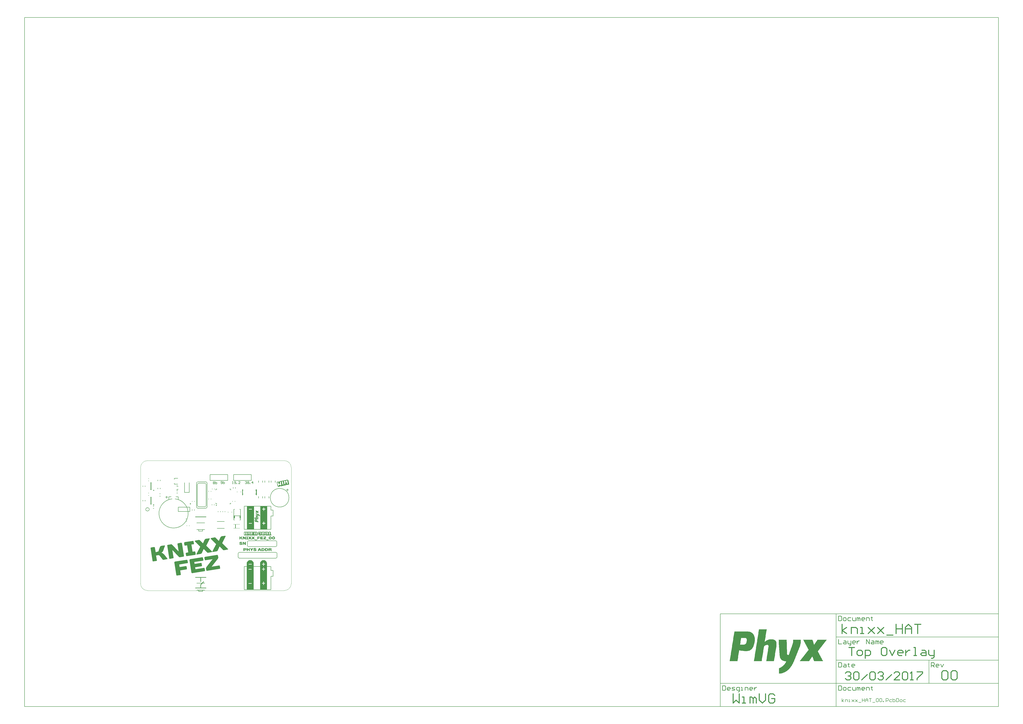
<source format=gto>
G04 Layer_Color=65535*
%FSLAX25Y25*%
%MOIN*%
G70*
G01*
G75*
%ADD11C,0.00787*%
%ADD36C,0.01575*%
%ADD37C,0.00394*%
%ADD38C,0.00984*%
%ADD50C,0.00591*%
%ADD51C,0.01000*%
%ADD52R,0.03642X0.02756*%
%ADD53R,0.03248X0.02728*%
%ADD54R,0.02756X0.39361*%
%ADD55R,0.01968X0.39361*%
%ADD56R,0.09055X0.01575*%
%ADD57R,0.08661X0.18110*%
%ADD58R,0.08908X0.07865*%
%ADD59R,0.02756X0.39361*%
%ADD60R,0.02756X0.39861*%
%ADD61R,0.01968X0.39861*%
%ADD62R,0.09055X0.02075*%
%ADD63R,0.09055X0.02074*%
%ADD64R,0.02756X0.39860*%
%ADD65R,0.01772X0.04331*%
G36*
X249935Y85012D02*
X250764Y85188D01*
X250940Y84360D01*
X251120Y83513D01*
X251300Y82666D01*
X251478Y81829D01*
X251658Y80982D01*
X251838Y80136D01*
X252014Y79307D01*
X252190Y78478D01*
X252366Y77650D01*
X251537Y77473D01*
X250691Y77293D01*
X249853Y77115D01*
X249007Y76935D01*
X248831Y77764D01*
X247984Y77584D01*
X248160Y76756D01*
X247314Y76576D01*
X246494Y76401D01*
X245647Y76221D01*
X244801Y76042D01*
X243954Y75862D01*
X243134Y75687D01*
X242288Y75507D01*
X241441Y75327D01*
X241265Y76156D01*
X241256Y76154D01*
X241432Y75326D01*
X240604Y75149D01*
X239757Y74969D01*
X238920Y74791D01*
X238073Y74612D01*
X237897Y75440D01*
X237050Y75260D01*
X237227Y74432D01*
X236380Y74252D01*
X235560Y74077D01*
X234714Y73897D01*
X233867Y73717D01*
X233691Y74546D01*
X232853Y74368D01*
X232677Y75197D01*
X232501Y76026D01*
X232321Y76872D01*
X232141Y77719D01*
X231963Y78556D01*
X231783Y79403D01*
X231603Y80249D01*
X231427Y81078D01*
X231247Y81925D01*
X232085Y82103D01*
X232931Y82283D01*
X233778Y82463D01*
X234598Y82637D01*
X234778Y81790D01*
X235624Y81970D01*
X235444Y82817D01*
X236291Y82997D01*
X237137Y83177D01*
X237975Y83355D01*
X238821Y83535D01*
X239659Y83713D01*
X240506Y83893D01*
X241352Y84073D01*
X242172Y84247D01*
X242352Y83400D01*
X242361Y83402D01*
X242181Y84249D01*
X243019Y84427D01*
X243865Y84607D01*
X244711Y84786D01*
X245531Y84961D01*
X245711Y84114D01*
X246558Y84294D01*
X246378Y85141D01*
X247224Y85321D01*
X248071Y85501D01*
X248909Y85679D01*
X249755Y85859D01*
X249935Y85012D01*
D02*
G37*
G36*
X213296Y31881D02*
X205422D01*
Y39755D01*
X213296D01*
Y31881D01*
D02*
G37*
G36*
X190461Y31684D02*
X182587D01*
Y39558D01*
X190461D01*
Y31684D01*
D02*
G37*
G36*
X195690Y33978D02*
X195725D01*
Y33942D01*
X195796D01*
Y33907D01*
X195832D01*
Y33871D01*
X195867D01*
Y33836D01*
X195939D01*
Y33800D01*
X195974D01*
Y33765D01*
X196010D01*
Y33729D01*
X196045D01*
Y33694D01*
X196116D01*
Y33658D01*
X196152D01*
Y33622D01*
X196187D01*
Y33587D01*
X196258D01*
Y33551D01*
X196294D01*
Y33516D01*
X196330D01*
Y33480D01*
X196365D01*
Y33445D01*
X196436D01*
Y33409D01*
X196472D01*
Y33373D01*
X196508D01*
Y33338D01*
X196579D01*
Y33302D01*
X196614D01*
Y33267D01*
X196650D01*
Y33231D01*
X196721D01*
Y33196D01*
X196756D01*
Y33160D01*
X196792D01*
Y33125D01*
X196827D01*
Y33089D01*
X196899D01*
Y33053D01*
X196934D01*
Y33018D01*
X196970D01*
Y32982D01*
X197041D01*
Y32947D01*
X197076D01*
Y32911D01*
X197112D01*
Y32876D01*
X197183D01*
Y32840D01*
X197219D01*
Y32805D01*
X197254D01*
Y32769D01*
X197290D01*
Y32733D01*
X197361D01*
Y32698D01*
X197397D01*
Y32662D01*
X197432D01*
Y32627D01*
X197503D01*
Y32591D01*
X197539D01*
Y32556D01*
X197574D01*
Y32520D01*
X197645D01*
Y32484D01*
X197681D01*
Y32449D01*
X197716D01*
Y32413D01*
X197752D01*
Y32378D01*
X197823D01*
Y32342D01*
X197859D01*
Y32307D01*
X197894D01*
Y32271D01*
X197966D01*
Y32236D01*
X198001D01*
Y32200D01*
X198037D01*
Y32164D01*
X198072D01*
Y32129D01*
X198143D01*
Y32164D01*
X198214D01*
Y32200D01*
X198285D01*
Y32236D01*
X198321D01*
Y32271D01*
X198392D01*
Y32307D01*
X198463D01*
Y32342D01*
X198534D01*
Y32378D01*
X198606D01*
Y32413D01*
X198677D01*
Y32449D01*
X198748D01*
Y32484D01*
X198819D01*
Y32520D01*
X198890D01*
Y32556D01*
X198926D01*
Y32591D01*
X198997D01*
Y32627D01*
X199068D01*
Y32662D01*
X199139D01*
Y32698D01*
X199210D01*
Y32733D01*
X199281D01*
Y32769D01*
X199352D01*
Y32805D01*
X199424D01*
Y32840D01*
X199459D01*
Y32876D01*
X199530D01*
Y32911D01*
X199601D01*
Y32947D01*
X199672D01*
Y32982D01*
X199743D01*
Y33018D01*
X199815D01*
Y33053D01*
X199886D01*
Y33089D01*
X199957D01*
Y33125D01*
X199992D01*
Y33160D01*
X200063D01*
Y33196D01*
X200135D01*
Y33231D01*
X200170D01*
Y31346D01*
X200135D01*
Y31311D01*
X200028D01*
Y31275D01*
X199921D01*
Y31240D01*
X199850D01*
Y31204D01*
X199743D01*
Y31169D01*
X199637D01*
Y31133D01*
X199566D01*
Y31098D01*
X199459D01*
Y31062D01*
X199352D01*
Y31027D01*
X199246D01*
Y30991D01*
X199210D01*
Y30920D01*
X199281D01*
Y30884D01*
X199317D01*
Y30849D01*
X199388D01*
Y30813D01*
X199424D01*
Y30777D01*
X199495D01*
Y30742D01*
X199530D01*
Y30706D01*
X199601D01*
Y30671D01*
X199637D01*
Y30635D01*
X199672D01*
Y30600D01*
X199743D01*
Y30564D01*
X199779D01*
Y30529D01*
X199850D01*
Y30493D01*
X199886D01*
Y30457D01*
X199957D01*
Y30422D01*
X199992D01*
Y30386D01*
X200063D01*
Y30351D01*
X200099D01*
Y30315D01*
X200170D01*
Y28324D01*
X200135D01*
Y28359D01*
X200099D01*
Y28395D01*
X200063D01*
Y28431D01*
X200028D01*
Y28466D01*
X199957D01*
Y28502D01*
X199921D01*
Y28537D01*
X199886D01*
Y28573D01*
X199850D01*
Y28608D01*
X199779D01*
Y28644D01*
X199743D01*
Y28679D01*
X199708D01*
Y28715D01*
X199637D01*
Y28751D01*
X199601D01*
Y28786D01*
X199566D01*
Y28822D01*
X199530D01*
Y28857D01*
X199459D01*
Y28893D01*
X199424D01*
Y28928D01*
X199388D01*
Y28964D01*
X199352D01*
Y29000D01*
X199281D01*
Y29035D01*
X199246D01*
Y29071D01*
X199210D01*
Y29106D01*
X199139D01*
Y29142D01*
X199103D01*
Y29177D01*
X199068D01*
Y29213D01*
X199032D01*
Y29248D01*
X198961D01*
Y29284D01*
X198926D01*
Y29320D01*
X198890D01*
Y29355D01*
X198819D01*
Y29391D01*
X198783D01*
Y29426D01*
X198748D01*
Y29462D01*
X198712D01*
Y29497D01*
X198641D01*
Y29533D01*
X198606D01*
Y29568D01*
X198570D01*
Y29604D01*
X198499D01*
Y29640D01*
X198463D01*
Y29675D01*
X198428D01*
Y29711D01*
X198392D01*
Y29746D01*
X198321D01*
Y29782D01*
X198285D01*
Y29817D01*
X198250D01*
Y29853D01*
X198214D01*
Y29888D01*
X198143D01*
Y29924D01*
X198108D01*
Y29960D01*
X198072D01*
Y29995D01*
X198001D01*
Y30031D01*
X197966D01*
Y30066D01*
X197930D01*
Y30102D01*
X197894D01*
Y30138D01*
X197823D01*
Y30173D01*
X197716D01*
Y30138D01*
X197681D01*
Y30102D01*
X197610D01*
Y30066D01*
X197539D01*
Y30031D01*
X197468D01*
Y29995D01*
X197397D01*
Y29960D01*
X197325D01*
Y29924D01*
X197254D01*
Y29888D01*
X197219D01*
Y29853D01*
X197148D01*
Y29817D01*
X197076D01*
Y29782D01*
X197005D01*
Y29746D01*
X196934D01*
Y29711D01*
X196863D01*
Y29675D01*
X196792D01*
Y29640D01*
X196756D01*
Y29604D01*
X196685D01*
Y29568D01*
X196614D01*
Y29533D01*
X196543D01*
Y29497D01*
X196472D01*
Y29462D01*
X196401D01*
Y29426D01*
X196330D01*
Y29391D01*
X196258D01*
Y29355D01*
X196223D01*
Y29320D01*
X196152D01*
Y29284D01*
X196081D01*
Y29248D01*
X196010D01*
Y29213D01*
X195939D01*
Y29177D01*
X195867D01*
Y29142D01*
X195796D01*
Y29106D01*
X195761D01*
Y29071D01*
X195690D01*
Y29035D01*
X195654D01*
Y30991D01*
X195690D01*
Y31027D01*
X195796D01*
Y31062D01*
X195903D01*
Y31098D01*
X196010D01*
Y31133D01*
X196116D01*
Y31169D01*
X196223D01*
Y31204D01*
X196330D01*
Y31240D01*
X196436D01*
Y31275D01*
X196543D01*
Y31311D01*
X196685D01*
Y31382D01*
X196650D01*
Y31418D01*
X196614D01*
Y31453D01*
X196543D01*
Y31489D01*
X196508D01*
Y31524D01*
X196436D01*
Y31560D01*
X196401D01*
Y31595D01*
X196330D01*
Y31631D01*
X196294D01*
Y31667D01*
X196223D01*
Y31702D01*
X196187D01*
Y31738D01*
X196116D01*
Y31773D01*
X196081D01*
Y31809D01*
X196010D01*
Y31844D01*
X195974D01*
Y31880D01*
X195903D01*
Y31916D01*
X195867D01*
Y31951D01*
X195796D01*
Y31987D01*
X195761D01*
Y32022D01*
X195690D01*
Y32058D01*
X195654D01*
Y34014D01*
X195690D01*
Y33978D01*
D02*
G37*
G36*
X196401Y28502D02*
X196579D01*
Y28466D01*
X196721D01*
Y28431D01*
X196863D01*
Y28395D01*
X196970D01*
Y28359D01*
X197076D01*
Y28324D01*
X197183D01*
Y28288D01*
X197290D01*
Y28253D01*
X197361D01*
Y28217D01*
X197432D01*
Y28182D01*
X197539D01*
Y28146D01*
X197610D01*
Y28111D01*
X197716D01*
Y28075D01*
X197788D01*
Y28039D01*
X197894D01*
Y28004D01*
X197966D01*
Y27968D01*
X198072D01*
Y27933D01*
X198143D01*
Y27897D01*
X198250D01*
Y27862D01*
X198321D01*
Y27826D01*
X198428D01*
Y27790D01*
X198499D01*
Y27755D01*
X198606D01*
Y27719D01*
X198677D01*
Y27684D01*
X198783D01*
Y27648D01*
X198854D01*
Y27613D01*
X198961D01*
Y27577D01*
X199032D01*
Y27542D01*
X199139D01*
Y27506D01*
X199210D01*
Y27470D01*
X199317D01*
Y27435D01*
X199388D01*
Y27399D01*
X199495D01*
Y27364D01*
X199566D01*
Y27328D01*
X199672D01*
Y27293D01*
X199743D01*
Y27257D01*
X199850D01*
Y27222D01*
X199921D01*
Y27186D01*
X200028D01*
Y27150D01*
X200099D01*
Y27115D01*
X200206D01*
Y27079D01*
X200277D01*
Y27044D01*
X200348D01*
Y27008D01*
X200419D01*
Y26973D01*
X200526D01*
Y26937D01*
X200561D01*
Y26901D01*
X200668D01*
Y26866D01*
X200704D01*
Y26830D01*
X200775D01*
Y26795D01*
X200846D01*
Y26759D01*
X200917D01*
Y26724D01*
X200988D01*
Y26688D01*
X201024D01*
Y26653D01*
X201095D01*
Y26617D01*
X201166D01*
Y26581D01*
X201202D01*
Y26546D01*
X201237D01*
Y26510D01*
X201308D01*
Y26475D01*
X201344D01*
Y26439D01*
X201415D01*
Y26404D01*
X201450D01*
Y26368D01*
X201486D01*
Y26333D01*
X201557D01*
Y26297D01*
X201593D01*
Y26261D01*
X201628D01*
Y26226D01*
X201664D01*
Y26190D01*
X201699D01*
Y26155D01*
X201770D01*
Y26119D01*
X201806D01*
Y26083D01*
X201842D01*
Y26048D01*
X201877D01*
Y26012D01*
X201913D01*
Y25977D01*
X201948D01*
Y25941D01*
X201984D01*
Y25906D01*
X202019D01*
Y25835D01*
X202055D01*
Y25799D01*
X202091D01*
Y25763D01*
X202126D01*
Y25728D01*
X202162D01*
Y25692D01*
X202197D01*
Y25621D01*
X202233D01*
Y25586D01*
X202268D01*
Y25515D01*
X202304D01*
Y25479D01*
X202339D01*
Y25408D01*
X202375D01*
Y25372D01*
X202411D01*
Y25301D01*
X202446D01*
Y25230D01*
X202482D01*
Y25159D01*
X202517D01*
Y25088D01*
X202553D01*
Y25017D01*
X202588D01*
Y24910D01*
X202624D01*
Y24839D01*
X202660D01*
Y24732D01*
X202695D01*
Y24590D01*
X202731D01*
Y24448D01*
X202766D01*
Y24234D01*
X202802D01*
Y23985D01*
X202837D01*
Y23950D01*
X201664D01*
Y24021D01*
X201628D01*
Y24092D01*
X201593D01*
Y24163D01*
X201557D01*
Y24234D01*
X201521D01*
Y24306D01*
X201486D01*
Y24377D01*
X201450D01*
Y24412D01*
X201415D01*
Y24483D01*
X201379D01*
Y24519D01*
X201344D01*
Y24590D01*
X201308D01*
Y24625D01*
X201273D01*
Y24661D01*
X201237D01*
Y24732D01*
X201202D01*
Y24768D01*
X201166D01*
Y24803D01*
X201130D01*
Y24839D01*
X201095D01*
Y24874D01*
X201059D01*
Y24910D01*
X201024D01*
Y24946D01*
X200988D01*
Y24981D01*
X200953D01*
Y25017D01*
X200917D01*
Y25052D01*
X200881D01*
Y25088D01*
X200846D01*
Y25123D01*
X200775D01*
Y25159D01*
X200739D01*
Y25194D01*
X200704D01*
Y25230D01*
X200633D01*
Y25266D01*
X200597D01*
Y25301D01*
X200526D01*
Y25337D01*
X200455D01*
Y25372D01*
X200419D01*
Y25408D01*
X200348D01*
Y25443D01*
X200277D01*
Y25479D01*
X200206D01*
Y25266D01*
X200170D01*
Y25017D01*
X200135D01*
Y24874D01*
X200099D01*
Y24803D01*
X200063D01*
Y24697D01*
X200028D01*
Y24625D01*
X199992D01*
Y24590D01*
X199957D01*
Y24519D01*
X199921D01*
Y24483D01*
X199886D01*
Y24448D01*
X199850D01*
Y24412D01*
X199815D01*
Y24377D01*
X199779D01*
Y24341D01*
X199708D01*
Y24306D01*
X199672D01*
Y24270D01*
X199601D01*
Y24234D01*
X199530D01*
Y24199D01*
X199459D01*
Y24163D01*
X199352D01*
Y24128D01*
X199210D01*
Y24092D01*
X198961D01*
Y24057D01*
X198428D01*
Y24021D01*
X197894D01*
Y23985D01*
X197325D01*
Y23950D01*
X196756D01*
Y23914D01*
X196258D01*
Y23879D01*
X195690D01*
Y23843D01*
X195654D01*
Y25550D01*
X196152D01*
Y25586D01*
X197610D01*
Y25621D01*
X197645D01*
Y25586D01*
X197716D01*
Y25621D01*
X198641D01*
Y25657D01*
X198748D01*
Y25692D01*
X198783D01*
Y25728D01*
X198819D01*
Y25763D01*
X198854D01*
Y25870D01*
X198890D01*
Y25977D01*
X198854D01*
Y26012D01*
X198748D01*
Y26048D01*
X198677D01*
Y26083D01*
X198570D01*
Y26119D01*
X198463D01*
Y26155D01*
X198357D01*
Y26190D01*
X198250D01*
Y26226D01*
X198179D01*
Y26261D01*
X198072D01*
Y26297D01*
X197966D01*
Y26333D01*
X197859D01*
Y26368D01*
X197788D01*
Y26404D01*
X197681D01*
Y26439D01*
X197574D01*
Y26475D01*
X197468D01*
Y26510D01*
X197397D01*
Y26546D01*
X197290D01*
Y26581D01*
X197183D01*
Y26617D01*
X197076D01*
Y26653D01*
X197005D01*
Y26688D01*
X196899D01*
Y26724D01*
X196792D01*
Y26759D01*
X196685D01*
Y26795D01*
X196543D01*
Y26830D01*
X196401D01*
Y26866D01*
X196223D01*
Y26901D01*
X196010D01*
Y26937D01*
X195654D01*
Y28537D01*
X196401D01*
Y28502D01*
D02*
G37*
G36*
X196934Y23381D02*
X197183D01*
Y23345D01*
X197432D01*
Y23310D01*
X197645D01*
Y23274D01*
X197859D01*
Y23239D01*
X198072D01*
Y23203D01*
X198321D01*
Y23167D01*
X198534D01*
Y23132D01*
X198748D01*
Y23096D01*
X198997D01*
Y23061D01*
X199210D01*
Y23025D01*
X199424D01*
Y22990D01*
X199637D01*
Y22954D01*
X199886D01*
Y22919D01*
X200099D01*
Y22883D01*
X200170D01*
Y21247D01*
X200099D01*
Y21283D01*
X199886D01*
Y21318D01*
X199637D01*
Y21354D01*
X199424D01*
Y21389D01*
X199210D01*
Y21425D01*
X198961D01*
Y21461D01*
X198748D01*
Y21496D01*
X198499D01*
Y21532D01*
X198285D01*
Y21567D01*
X198072D01*
Y21603D01*
X197859D01*
Y21638D01*
X197610D01*
Y21674D01*
X197397D01*
Y21710D01*
X197148D01*
Y21745D01*
X196934D01*
Y21710D01*
X196863D01*
Y21674D01*
X196827D01*
Y21638D01*
X196792D01*
Y21567D01*
X196756D01*
Y21354D01*
X196792D01*
Y21176D01*
X196827D01*
Y21069D01*
X196863D01*
Y20998D01*
X196899D01*
Y20963D01*
X196934D01*
Y20892D01*
X196970D01*
Y20856D01*
X197005D01*
Y20820D01*
X197076D01*
Y20785D01*
X197183D01*
Y20749D01*
X197397D01*
Y20714D01*
X197645D01*
Y20678D01*
X197859D01*
Y20643D01*
X198072D01*
Y20607D01*
X198285D01*
Y20572D01*
X198534D01*
Y20536D01*
X198748D01*
Y20501D01*
X198961D01*
Y20465D01*
X199210D01*
Y20429D01*
X199424D01*
Y20394D01*
X199637D01*
Y20358D01*
X199850D01*
Y20323D01*
X200099D01*
Y20287D01*
X200170D01*
Y18651D01*
X200099D01*
Y18687D01*
X199850D01*
Y18722D01*
X199637D01*
Y18758D01*
X199424D01*
Y18794D01*
X199174D01*
Y18829D01*
X198961D01*
Y18865D01*
X198748D01*
Y18900D01*
X198534D01*
Y18936D01*
X198285D01*
Y18971D01*
X198072D01*
Y19007D01*
X197859D01*
Y19042D01*
X197610D01*
Y19078D01*
X197397D01*
Y19114D01*
X197183D01*
Y19149D01*
X196970D01*
Y19185D01*
X196721D01*
Y19220D01*
X196508D01*
Y19256D01*
X196294D01*
Y19291D01*
X196081D01*
Y19327D01*
X195832D01*
Y19363D01*
X195618D01*
Y19398D01*
X195405D01*
Y19434D01*
X195156D01*
Y19469D01*
X194943D01*
Y19505D01*
X194729D01*
Y19540D01*
X194516D01*
Y19576D01*
X194267D01*
Y19612D01*
X194054D01*
Y19647D01*
X193840D01*
Y19683D01*
X193591D01*
Y19718D01*
X193485D01*
Y21354D01*
X193556D01*
Y21318D01*
X193769D01*
Y21283D01*
X193983D01*
Y21247D01*
X194232D01*
Y21212D01*
X194445D01*
Y21176D01*
X194658D01*
Y21141D01*
X194907D01*
Y21105D01*
X195121D01*
Y21069D01*
X195334D01*
Y21034D01*
X195547D01*
Y20998D01*
X195796D01*
Y20963D01*
X196010D01*
Y20927D01*
X196081D01*
Y20998D01*
X196045D01*
Y21034D01*
X196010D01*
Y21069D01*
X195974D01*
Y21141D01*
X195939D01*
Y21176D01*
X195903D01*
Y21212D01*
X195867D01*
Y21283D01*
X195832D01*
Y21354D01*
X195796D01*
Y21389D01*
X195761D01*
Y21461D01*
X195725D01*
Y21567D01*
X195690D01*
Y21638D01*
X195654D01*
Y21745D01*
X195618D01*
Y21923D01*
X195583D01*
Y22705D01*
X195618D01*
Y22848D01*
X195654D01*
Y22954D01*
X195690D01*
Y23025D01*
X195725D01*
Y23061D01*
X195761D01*
Y23132D01*
X195796D01*
Y23167D01*
X195832D01*
Y23203D01*
X195867D01*
Y23239D01*
X195903D01*
Y23274D01*
X195974D01*
Y23310D01*
X196045D01*
Y23345D01*
X196152D01*
Y23381D01*
X196294D01*
Y23416D01*
X196934D01*
Y23381D01*
D02*
G37*
G36*
X195974Y18794D02*
X196223D01*
Y18758D01*
X196401D01*
Y18722D01*
X196579D01*
Y18687D01*
X196685D01*
Y18651D01*
X196827D01*
Y18616D01*
X196934D01*
Y18580D01*
X197005D01*
Y18545D01*
X197112D01*
Y18509D01*
X197183D01*
Y18474D01*
X197254D01*
Y18438D01*
X197325D01*
Y18402D01*
X197361D01*
Y18367D01*
X197432D01*
Y18331D01*
X197468D01*
Y18296D01*
X197503D01*
Y18260D01*
X197574D01*
Y18225D01*
X197610D01*
Y18189D01*
X197645D01*
Y18154D01*
X197681D01*
Y18118D01*
X197716D01*
Y18082D01*
X197752D01*
Y18011D01*
X197788D01*
Y17976D01*
X197823D01*
Y17905D01*
X197859D01*
Y17869D01*
X197894D01*
Y17798D01*
X197930D01*
Y17691D01*
X197966D01*
Y17584D01*
X198001D01*
Y17478D01*
X198037D01*
Y17265D01*
X198072D01*
Y16624D01*
X198037D01*
Y16304D01*
X198001D01*
Y16055D01*
X197966D01*
Y15878D01*
X197930D01*
Y15700D01*
X197894D01*
Y15522D01*
X198143D01*
Y15486D01*
X198357D01*
Y15451D01*
X198570D01*
Y15415D01*
X198819D01*
Y15380D01*
X199032D01*
Y15344D01*
X199246D01*
Y15309D01*
X199495D01*
Y15273D01*
X199708D01*
Y15237D01*
X199921D01*
Y15202D01*
X200170D01*
Y13531D01*
X200135D01*
Y13566D01*
X199957D01*
Y13602D01*
X199708D01*
Y13637D01*
X199495D01*
Y13673D01*
X199281D01*
Y13708D01*
X199032D01*
Y13744D01*
X198819D01*
Y13780D01*
X198606D01*
Y13815D01*
X198392D01*
Y13851D01*
X198143D01*
Y13886D01*
X197930D01*
Y13922D01*
X197716D01*
Y13957D01*
X197503D01*
Y13993D01*
X197254D01*
Y14028D01*
X197041D01*
Y14064D01*
X196827D01*
Y14100D01*
X196579D01*
Y14135D01*
X196365D01*
Y14171D01*
X196152D01*
Y14206D01*
X195939D01*
Y14242D01*
X195690D01*
Y14277D01*
X195476D01*
Y14313D01*
X195263D01*
Y14348D01*
X195014D01*
Y14384D01*
X194801D01*
Y14420D01*
X194587D01*
Y14455D01*
X194338D01*
Y14491D01*
X194125D01*
Y14526D01*
X193912D01*
Y17478D01*
X193947D01*
Y17691D01*
X193983D01*
Y17798D01*
X194018D01*
Y17905D01*
X194054D01*
Y18011D01*
X194089D01*
Y18082D01*
X194125D01*
Y18118D01*
X194160D01*
Y18189D01*
X194196D01*
Y18225D01*
X194232D01*
Y18296D01*
X194267D01*
Y18331D01*
X194303D01*
Y18367D01*
X194338D01*
Y18402D01*
X194374D01*
Y18438D01*
X194409D01*
Y18474D01*
X194445D01*
Y18509D01*
X194516D01*
Y18545D01*
X194552D01*
Y18580D01*
X194623D01*
Y18616D01*
X194658D01*
Y18651D01*
X194729D01*
Y18687D01*
X194836D01*
Y18722D01*
X194943D01*
Y18758D01*
X195085D01*
Y18794D01*
X195263D01*
Y18829D01*
X195974D01*
Y18794D01*
D02*
G37*
G36*
X213296Y7865D02*
X205422D01*
Y15740D01*
X213296D01*
Y7865D01*
D02*
G37*
G36*
X190462Y7669D02*
X182588D01*
Y15543D01*
X190462D01*
Y7669D01*
D02*
G37*
G36*
X197468Y-3308D02*
X198091D01*
Y-3918D01*
X198702D01*
Y-4541D01*
Y-5165D01*
Y-5781D01*
Y-6404D01*
Y-7028D01*
Y-7638D01*
Y-8248D01*
Y-8858D01*
X196228D01*
Y-8248D01*
X195605D01*
Y-8858D01*
X193132D01*
Y-8248D01*
X193125D01*
Y-8858D01*
X187556D01*
Y-8248D01*
X187549D01*
Y-8858D01*
X185076D01*
Y-8248D01*
X184453D01*
Y-8858D01*
X181980D01*
Y-8248D01*
X181974D01*
Y-8858D01*
X179500D01*
Y-8248D01*
X178877D01*
Y-8858D01*
X176404D01*
Y-8248D01*
X175787D01*
Y-7638D01*
Y-7028D01*
Y-6404D01*
Y-5781D01*
Y-5165D01*
Y-4541D01*
Y-3918D01*
Y-3308D01*
X176404D01*
Y-2685D01*
X180740D01*
Y-3308D01*
X181363D01*
Y-2685D01*
X186316D01*
Y-3308D01*
X186939D01*
Y-2685D01*
X192515D01*
Y-3308D01*
X193132D01*
Y-2685D01*
X197468D01*
Y-3308D01*
D02*
G37*
G36*
X220297D02*
X220920D01*
Y-3918D01*
Y-4541D01*
Y-5165D01*
Y-5781D01*
Y-6404D01*
X221537D01*
Y-7028D01*
X222160D01*
Y-7638D01*
Y-8248D01*
Y-8858D01*
X217201D01*
Y-8248D01*
X216584D01*
Y-8858D01*
X212248D01*
Y-8248D01*
X211625D01*
Y-7638D01*
X211618D01*
Y-8248D01*
X211008D01*
Y-8858D01*
X206672D01*
Y-8248D01*
X206049D01*
Y-7638D01*
X206042D01*
Y-8248D01*
X205432D01*
Y-8858D01*
X201096D01*
Y-8248D01*
X200473D01*
Y-7638D01*
X199856D01*
Y-7028D01*
Y-6404D01*
Y-5781D01*
X200473D01*
Y-5165D01*
X199856D01*
Y-4541D01*
Y-3918D01*
Y-3308D01*
X200473D01*
Y-2685D01*
X204809D01*
Y-3308D01*
X206049D01*
Y-2685D01*
X210385D01*
Y-3308D01*
X211625D01*
Y-2685D01*
X215961D01*
Y-3308D01*
X216584D01*
Y-3918D01*
X217194D01*
Y-4541D01*
Y-5165D01*
Y-5781D01*
Y-6404D01*
X217824D01*
Y-5781D01*
Y-5165D01*
X217201D01*
Y-4541D01*
Y-3918D01*
Y-3308D01*
X217824D01*
Y-2685D01*
X220297D01*
Y-3308D01*
D02*
G37*
G36*
X193640Y-10730D02*
X193698Y-10759D01*
X193727Y-10781D01*
X193749Y-10810D01*
X193756Y-10824D01*
X193771Y-10861D01*
Y-10904D01*
X193764Y-10934D01*
X193749Y-10963D01*
X192240Y-13048D01*
X193880Y-15279D01*
X193888Y-15293D01*
X193910Y-15322D01*
Y-15373D01*
X193902Y-15402D01*
X193888Y-15432D01*
X193880Y-15446D01*
X193844Y-15468D01*
X193793Y-15497D01*
X193756Y-15505D01*
X193713Y-15512D01*
X192503D01*
X192473Y-15505D01*
X192430Y-15497D01*
X192371Y-15483D01*
X192306Y-15453D01*
X192233Y-15410D01*
X192167Y-15359D01*
X192102Y-15279D01*
X191249Y-14076D01*
X191176D01*
X190323Y-15279D01*
X190316Y-15286D01*
X190294Y-15315D01*
X190257Y-15351D01*
X190214Y-15395D01*
X190155Y-15439D01*
X190082Y-15475D01*
X190002Y-15505D01*
X189915Y-15512D01*
X188690D01*
X188646Y-15505D01*
X188581Y-15475D01*
X188551Y-15461D01*
X188530Y-15432D01*
Y-15424D01*
X188522Y-15417D01*
X188515Y-15381D01*
Y-15329D01*
X188522Y-15308D01*
X188544Y-15279D01*
X190184Y-13048D01*
X188683Y-10963D01*
X188675Y-10948D01*
X188654Y-10919D01*
X188646Y-10868D01*
X188654Y-10839D01*
X188668Y-10810D01*
Y-10802D01*
X188683Y-10795D01*
X188712Y-10766D01*
X188770Y-10737D01*
X188807Y-10722D01*
X190060D01*
X190104Y-10737D01*
X190163Y-10751D01*
X190228Y-10781D01*
X190294Y-10824D01*
X190367Y-10883D01*
X190425Y-10963D01*
X191176Y-12093D01*
X191249D01*
X192000Y-10963D01*
X192007Y-10955D01*
X192029Y-10926D01*
X192065Y-10890D01*
X192109Y-10839D01*
X192167Y-10795D01*
X192240Y-10759D01*
X192320Y-10730D01*
X192408Y-10722D01*
X193596D01*
X193640Y-10730D01*
D02*
G37*
G36*
X188165D02*
X188223Y-10759D01*
X188252Y-10781D01*
X188274Y-10810D01*
X188282Y-10824D01*
X188296Y-10861D01*
Y-10904D01*
X188289Y-10934D01*
X188274Y-10963D01*
X186765Y-13048D01*
X188406Y-15279D01*
X188413Y-15293D01*
X188435Y-15322D01*
Y-15373D01*
X188427Y-15402D01*
X188413Y-15432D01*
X188406Y-15446D01*
X188369Y-15468D01*
X188318Y-15497D01*
X188282Y-15505D01*
X188238Y-15512D01*
X187028D01*
X186999Y-15505D01*
X186955Y-15497D01*
X186897Y-15483D01*
X186831Y-15453D01*
X186758Y-15410D01*
X186693Y-15359D01*
X186627Y-15279D01*
X185774Y-14076D01*
X185701D01*
X184848Y-15279D01*
X184841Y-15286D01*
X184819Y-15315D01*
X184783Y-15351D01*
X184739Y-15395D01*
X184680Y-15439D01*
X184608Y-15475D01*
X184527Y-15505D01*
X184440Y-15512D01*
X183215D01*
X183171Y-15505D01*
X183106Y-15475D01*
X183077Y-15461D01*
X183055Y-15432D01*
Y-15424D01*
X183047Y-15417D01*
X183040Y-15381D01*
Y-15329D01*
X183047Y-15308D01*
X183069Y-15279D01*
X184710Y-13048D01*
X183208Y-10963D01*
X183201Y-10948D01*
X183179Y-10919D01*
X183171Y-10868D01*
X183179Y-10839D01*
X183193Y-10810D01*
Y-10802D01*
X183208Y-10795D01*
X183237Y-10766D01*
X183295Y-10737D01*
X183332Y-10722D01*
X184586D01*
X184629Y-10737D01*
X184688Y-10751D01*
X184753Y-10781D01*
X184819Y-10824D01*
X184892Y-10883D01*
X184950Y-10963D01*
X185701Y-12093D01*
X185774D01*
X186525Y-10963D01*
X186532Y-10955D01*
X186554Y-10926D01*
X186590Y-10890D01*
X186634Y-10839D01*
X186693Y-10795D01*
X186765Y-10759D01*
X186846Y-10730D01*
X186933Y-10722D01*
X188121D01*
X188165Y-10730D01*
D02*
G37*
G36*
X172769D02*
X172827Y-10759D01*
X172849Y-10773D01*
X172871Y-10802D01*
X172878Y-10817D01*
X172885Y-10853D01*
X172892Y-10904D01*
X172885Y-10934D01*
X172878Y-10963D01*
X172229Y-12158D01*
X172222Y-12173D01*
X172200Y-12209D01*
X172163Y-12268D01*
X172120Y-12333D01*
X172061Y-12421D01*
X172003Y-12501D01*
X171930Y-12588D01*
X171857Y-12669D01*
X171850Y-12676D01*
X171821Y-12698D01*
X171784Y-12734D01*
X171741Y-12778D01*
X171631Y-12866D01*
X171580Y-12902D01*
X171529Y-12931D01*
X171405Y-12982D01*
Y-13048D01*
X171413D01*
X171420Y-13055D01*
X171456Y-13070D01*
X171464D01*
X171485Y-13084D01*
X171529Y-13113D01*
X171595Y-13157D01*
X171602D01*
X171617Y-13172D01*
X171639Y-13186D01*
X171660Y-13201D01*
X171733Y-13252D01*
X171806Y-13318D01*
X171814Y-13325D01*
X171828Y-13332D01*
X171850Y-13354D01*
X171879Y-13390D01*
X171916Y-13427D01*
X171959Y-13471D01*
X172010Y-13529D01*
X172061Y-13595D01*
X172069Y-13602D01*
X172083Y-13624D01*
X172113Y-13667D01*
X172149Y-13711D01*
X172193Y-13777D01*
X172236Y-13850D01*
X172287Y-13923D01*
X172331Y-14010D01*
X173009Y-15279D01*
X173016Y-15293D01*
X173024Y-15329D01*
X173031Y-15381D01*
X173024Y-15410D01*
X173009Y-15439D01*
X173002Y-15453D01*
X172973Y-15475D01*
X172922Y-15497D01*
X172885Y-15512D01*
X171763D01*
X171726Y-15505D01*
X171668Y-15497D01*
X171602Y-15483D01*
X171529Y-15453D01*
X171456Y-15410D01*
X171391Y-15359D01*
X171332Y-15279D01*
X170654Y-14010D01*
X170647Y-14003D01*
X170640Y-13981D01*
X170618Y-13952D01*
X170589Y-13915D01*
X170516Y-13828D01*
X170472Y-13791D01*
X170421Y-13755D01*
X170414Y-13748D01*
X170399Y-13740D01*
X170370Y-13726D01*
X170326Y-13711D01*
X170275Y-13697D01*
X170210Y-13682D01*
X170130Y-13667D01*
X169422D01*
Y-15279D01*
Y-15286D01*
Y-15293D01*
X169415Y-15337D01*
X169393Y-15395D01*
X169350Y-15446D01*
X169335Y-15453D01*
X169306Y-15475D01*
X169255Y-15505D01*
X169182Y-15512D01*
X168139D01*
X168096Y-15505D01*
X168037Y-15483D01*
X167979Y-15446D01*
X167972Y-15432D01*
X167950Y-15402D01*
X167921Y-15344D01*
X167913Y-15279D01*
Y-10963D01*
Y-10955D01*
Y-10948D01*
X167921Y-10904D01*
X167943Y-10846D01*
X167979Y-10795D01*
X167994Y-10781D01*
X168030Y-10759D01*
X168081Y-10737D01*
X168154Y-10722D01*
X169196D01*
X169240Y-10730D01*
X169299Y-10751D01*
X169350Y-10795D01*
X169364Y-10810D01*
X169386Y-10839D01*
X169408Y-10890D01*
X169422Y-10963D01*
Y-12501D01*
X169976D01*
X170020Y-12494D01*
X170079D01*
X170210Y-12465D01*
X170268Y-12450D01*
X170319Y-12421D01*
X170326Y-12414D01*
X170341Y-12406D01*
X170363Y-12384D01*
X170399Y-12355D01*
X170436Y-12319D01*
X170472Y-12275D01*
X170509Y-12217D01*
X170545Y-12158D01*
X171201Y-10963D01*
X171209Y-10955D01*
X171223Y-10926D01*
X171259Y-10890D01*
X171303Y-10839D01*
X171362Y-10795D01*
X171442Y-10759D01*
X171537Y-10730D01*
X171646Y-10722D01*
X172725D01*
X172769Y-10730D01*
D02*
G37*
G36*
X178535D02*
X178593Y-10751D01*
X178644Y-10795D01*
X178659Y-10810D01*
X178681Y-10839D01*
X178703Y-10890D01*
X178717Y-10963D01*
Y-15279D01*
Y-15286D01*
Y-15293D01*
X178710Y-15337D01*
X178688Y-15395D01*
X178644Y-15446D01*
X178630Y-15453D01*
X178601Y-15475D01*
X178550Y-15505D01*
X178477Y-15512D01*
X177303D01*
X177274Y-15505D01*
X177230Y-15497D01*
X177179Y-15483D01*
X177121Y-15453D01*
X177062Y-15410D01*
X176997Y-15359D01*
X176938Y-15279D01*
X175225Y-12778D01*
X175160D01*
Y-15279D01*
Y-15286D01*
Y-15293D01*
X175152Y-15337D01*
X175130Y-15395D01*
X175087Y-15446D01*
X175072Y-15453D01*
X175043Y-15475D01*
X174992Y-15505D01*
X174919Y-15512D01*
X173877D01*
X173833Y-15505D01*
X173775Y-15483D01*
X173716Y-15446D01*
X173709Y-15432D01*
X173687Y-15402D01*
X173658Y-15344D01*
X173651Y-15279D01*
Y-10963D01*
Y-10955D01*
Y-10948D01*
X173658Y-10904D01*
X173680Y-10846D01*
X173716Y-10795D01*
X173731Y-10781D01*
X173767Y-10759D01*
X173818Y-10737D01*
X173891Y-10722D01*
X175087D01*
X175130Y-10737D01*
X175181Y-10751D01*
X175240Y-10781D01*
X175305Y-10824D01*
X175364Y-10883D01*
X175429Y-10963D01*
X177143Y-13463D01*
X177208D01*
Y-10963D01*
Y-10955D01*
Y-10948D01*
X177216Y-10904D01*
X177237Y-10846D01*
X177274Y-10795D01*
X177288Y-10781D01*
X177325Y-10759D01*
X177376Y-10737D01*
X177449Y-10722D01*
X178491D01*
X178535Y-10730D01*
D02*
G37*
G36*
X213111D02*
X213170Y-10751D01*
X213221Y-10795D01*
X213235Y-10810D01*
X213257Y-10839D01*
X213279Y-10890D01*
X213294Y-10963D01*
Y-11546D01*
Y-11561D01*
X213286Y-11597D01*
X213279Y-11648D01*
X213257Y-11721D01*
X213228Y-11801D01*
X213177Y-11896D01*
X213111Y-11991D01*
X213017Y-12093D01*
X210626Y-14280D01*
Y-14353D01*
X213141D01*
X213184Y-14360D01*
X213235Y-14382D01*
X213294Y-14426D01*
X213301Y-14440D01*
X213330Y-14469D01*
X213352Y-14520D01*
X213359Y-14593D01*
Y-15279D01*
Y-15286D01*
Y-15293D01*
X213352Y-15337D01*
X213330Y-15395D01*
X213294Y-15446D01*
X213279Y-15453D01*
X213250Y-15475D01*
X213192Y-15505D01*
X213119Y-15512D01*
X208796D01*
X208752Y-15505D01*
X208694Y-15483D01*
X208635Y-15446D01*
X208628Y-15432D01*
X208606Y-15402D01*
X208577Y-15344D01*
X208570Y-15279D01*
Y-14695D01*
Y-14681D01*
X208577Y-14644D01*
X208584Y-14586D01*
X208606Y-14520D01*
X208635Y-14433D01*
X208686Y-14338D01*
X208752Y-14243D01*
X208847Y-14149D01*
X211238Y-11954D01*
Y-11889D01*
X208861D01*
X208818Y-11881D01*
X208759Y-11859D01*
X208701Y-11823D01*
X208694Y-11808D01*
X208672Y-11772D01*
X208643Y-11721D01*
X208635Y-11648D01*
Y-10963D01*
Y-10955D01*
Y-10948D01*
X208643Y-10904D01*
X208664Y-10846D01*
X208701Y-10795D01*
X208716Y-10781D01*
X208752Y-10759D01*
X208803Y-10737D01*
X208876Y-10722D01*
X213068D01*
X213111Y-10730D01*
D02*
G37*
G36*
X207979D02*
X208038Y-10751D01*
X208089Y-10795D01*
X208096Y-10810D01*
X208125Y-10839D01*
X208147Y-10890D01*
X208154Y-10963D01*
Y-11648D01*
Y-11655D01*
Y-11663D01*
X208147Y-11706D01*
X208125Y-11765D01*
X208089Y-11823D01*
X208074Y-11830D01*
X208045Y-11852D01*
X207994Y-11881D01*
X207921Y-11889D01*
X205012D01*
Y-12501D01*
X207177D01*
X207221Y-12508D01*
X207279Y-12530D01*
X207330Y-12574D01*
X207345Y-12588D01*
X207367Y-12618D01*
X207389Y-12669D01*
X207403Y-12742D01*
Y-13427D01*
Y-13434D01*
Y-13441D01*
X207396Y-13485D01*
X207374Y-13544D01*
X207330Y-13602D01*
X207316Y-13609D01*
X207287Y-13631D01*
X207236Y-13660D01*
X207163Y-13667D01*
X205012D01*
Y-14353D01*
X207936D01*
X207979Y-14360D01*
X208038Y-14382D01*
X208089Y-14426D01*
X208096Y-14440D01*
X208125Y-14469D01*
X208147Y-14520D01*
X208154Y-14593D01*
Y-15279D01*
Y-15286D01*
Y-15293D01*
X208147Y-15337D01*
X208125Y-15395D01*
X208089Y-15446D01*
X208074Y-15453D01*
X208045Y-15475D01*
X207994Y-15505D01*
X207921Y-15512D01*
X203729D01*
X203685Y-15505D01*
X203627Y-15483D01*
X203569Y-15446D01*
X203561Y-15432D01*
X203540Y-15402D01*
X203510Y-15344D01*
X203503Y-15279D01*
Y-10963D01*
Y-10955D01*
Y-10948D01*
X203510Y-10904D01*
X203532Y-10846D01*
X203569Y-10795D01*
X203583Y-10781D01*
X203620Y-10759D01*
X203671Y-10737D01*
X203744Y-10722D01*
X207936D01*
X207979Y-10730D01*
D02*
G37*
G36*
X202636D02*
X202694Y-10751D01*
X202745Y-10795D01*
X202760Y-10810D01*
X202782Y-10839D01*
X202803Y-10890D01*
X202818Y-10963D01*
Y-11648D01*
Y-11655D01*
Y-11663D01*
X202811Y-11706D01*
X202789Y-11765D01*
X202745Y-11823D01*
X202730Y-11830D01*
X202701Y-11852D01*
X202650Y-11881D01*
X202577Y-11889D01*
X199807D01*
Y-12778D01*
X201972D01*
X202016Y-12785D01*
X202074Y-12807D01*
X202125Y-12851D01*
X202140Y-12866D01*
X202162Y-12895D01*
X202184Y-12946D01*
X202198Y-13019D01*
Y-13704D01*
Y-13711D01*
Y-13719D01*
X202191Y-13762D01*
X202169Y-13821D01*
X202125Y-13879D01*
X202111Y-13886D01*
X202082Y-13908D01*
X202031Y-13937D01*
X201958Y-13944D01*
X199807D01*
Y-15279D01*
Y-15286D01*
Y-15293D01*
X199800Y-15337D01*
X199778Y-15395D01*
X199734Y-15446D01*
X199720Y-15453D01*
X199690Y-15475D01*
X199639Y-15505D01*
X199567Y-15512D01*
X198524D01*
X198480Y-15505D01*
X198422Y-15483D01*
X198364Y-15446D01*
X198356Y-15432D01*
X198335Y-15402D01*
X198305Y-15344D01*
X198298Y-15279D01*
Y-10963D01*
Y-10955D01*
Y-10948D01*
X198305Y-10904D01*
X198327Y-10846D01*
X198364Y-10795D01*
X198378Y-10781D01*
X198415Y-10759D01*
X198466Y-10737D01*
X198539Y-10722D01*
X202592D01*
X202636Y-10730D01*
D02*
G37*
G36*
X182574D02*
X182632Y-10751D01*
X182683Y-10795D01*
X182697Y-10810D01*
X182719Y-10839D01*
X182741Y-10890D01*
X182756Y-10963D01*
Y-11648D01*
Y-11655D01*
Y-11663D01*
X182749Y-11706D01*
X182727Y-11765D01*
X182683Y-11823D01*
X182668Y-11830D01*
X182639Y-11852D01*
X182588Y-11881D01*
X182515Y-11889D01*
X181867D01*
Y-14353D01*
X182530D01*
X182574Y-14360D01*
X182632Y-14382D01*
X182683Y-14426D01*
X182697Y-14440D01*
X182719Y-14469D01*
X182741Y-14520D01*
X182756Y-14593D01*
Y-15279D01*
Y-15286D01*
Y-15293D01*
X182749Y-15337D01*
X182727Y-15395D01*
X182683Y-15446D01*
X182668Y-15453D01*
X182639Y-15475D01*
X182588Y-15505D01*
X182515Y-15512D01*
X179694D01*
X179650Y-15505D01*
X179592Y-15483D01*
X179534Y-15446D01*
X179526Y-15432D01*
X179505Y-15402D01*
X179475Y-15344D01*
X179468Y-15279D01*
Y-14593D01*
Y-14586D01*
Y-14579D01*
X179475Y-14535D01*
X179497Y-14477D01*
X179534Y-14426D01*
X179548Y-14411D01*
X179585Y-14389D01*
X179636Y-14367D01*
X179709Y-14353D01*
X180357D01*
Y-11889D01*
X179694D01*
X179650Y-11881D01*
X179592Y-11859D01*
X179534Y-11823D01*
X179526Y-11808D01*
X179505Y-11772D01*
X179475Y-11721D01*
X179468Y-11648D01*
Y-10963D01*
Y-10955D01*
Y-10948D01*
X179475Y-10904D01*
X179497Y-10846D01*
X179534Y-10795D01*
X179548Y-10781D01*
X179585Y-10759D01*
X179636Y-10737D01*
X179709Y-10722D01*
X182530D01*
X182574Y-10730D01*
D02*
G37*
G36*
X225891Y-10591D02*
X225971D01*
X226073Y-10606D01*
X226182Y-10620D01*
X226306Y-10642D01*
X226445Y-10671D01*
X226591Y-10708D01*
X226736Y-10751D01*
X226889Y-10802D01*
X227043Y-10868D01*
X227196Y-10948D01*
X227342Y-11036D01*
X227480Y-11145D01*
X227611Y-11262D01*
X227619Y-11269D01*
X227640Y-11291D01*
X227677Y-11335D01*
X227713Y-11386D01*
X227764Y-11451D01*
X227823Y-11539D01*
X227881Y-11633D01*
X227947Y-11750D01*
X228012Y-11874D01*
X228070Y-12013D01*
X228129Y-12166D01*
X228180Y-12333D01*
X228224Y-12508D01*
X228253Y-12698D01*
X228275Y-12902D01*
X228282Y-13121D01*
Y-13135D01*
Y-13172D01*
X228275Y-13230D01*
Y-13318D01*
X228260Y-13412D01*
X228245Y-13529D01*
X228224Y-13653D01*
X228202Y-13791D01*
X228165Y-13937D01*
X228121Y-14090D01*
X228063Y-14243D01*
X227998Y-14396D01*
X227925Y-14549D01*
X227830Y-14695D01*
X227728Y-14841D01*
X227611Y-14972D01*
X227604Y-14980D01*
X227582Y-15001D01*
X227538Y-15031D01*
X227487Y-15074D01*
X227422Y-15125D01*
X227342Y-15184D01*
X227239Y-15242D01*
X227130Y-15308D01*
X227006Y-15373D01*
X226868Y-15432D01*
X226722Y-15490D01*
X226554Y-15541D01*
X226379Y-15577D01*
X226190Y-15614D01*
X225993Y-15636D01*
X225781Y-15643D01*
X225730D01*
X225672Y-15636D01*
X225592D01*
X225497Y-15621D01*
X225380Y-15607D01*
X225257Y-15585D01*
X225125Y-15555D01*
X224979Y-15526D01*
X224834Y-15483D01*
X224681Y-15424D01*
X224528Y-15359D01*
X224375Y-15286D01*
X224229Y-15191D01*
X224090Y-15089D01*
X223959Y-14972D01*
X223952Y-14965D01*
X223930Y-14943D01*
X223901Y-14899D01*
X223857Y-14848D01*
X223806Y-14775D01*
X223747Y-14695D01*
X223689Y-14601D01*
X223624Y-14484D01*
X223558Y-14360D01*
X223500Y-14221D01*
X223441Y-14068D01*
X223390Y-13908D01*
X223354Y-13726D01*
X223317Y-13536D01*
X223296Y-13332D01*
X223288Y-13121D01*
Y-13106D01*
Y-13070D01*
X223296Y-13004D01*
Y-12924D01*
X223310Y-12829D01*
X223325Y-12712D01*
X223347Y-12581D01*
X223376Y-12443D01*
X223405Y-12297D01*
X223449Y-12151D01*
X223507Y-11991D01*
X223573Y-11838D01*
X223645Y-11684D01*
X223740Y-11539D01*
X223842Y-11393D01*
X223959Y-11262D01*
X223966Y-11254D01*
X223988Y-11233D01*
X224032Y-11196D01*
X224083Y-11152D01*
X224149Y-11101D01*
X224229Y-11050D01*
X224331Y-10985D01*
X224440Y-10919D01*
X224564Y-10861D01*
X224695Y-10795D01*
X224848Y-10744D01*
X225009Y-10686D01*
X225184Y-10649D01*
X225373Y-10613D01*
X225570Y-10591D01*
X225781Y-10584D01*
X225833D01*
X225891Y-10591D01*
D02*
G37*
G36*
X220278D02*
X220358D01*
X220460Y-10606D01*
X220569Y-10620D01*
X220693Y-10642D01*
X220831Y-10671D01*
X220977Y-10708D01*
X221123Y-10751D01*
X221276Y-10802D01*
X221429Y-10868D01*
X221582Y-10948D01*
X221728Y-11036D01*
X221867Y-11145D01*
X221998Y-11262D01*
X222005Y-11269D01*
X222027Y-11291D01*
X222063Y-11335D01*
X222100Y-11386D01*
X222151Y-11451D01*
X222209Y-11539D01*
X222268Y-11633D01*
X222333Y-11750D01*
X222399Y-11874D01*
X222457Y-12013D01*
X222516Y-12166D01*
X222567Y-12333D01*
X222610Y-12508D01*
X222639Y-12698D01*
X222661Y-12902D01*
X222669Y-13121D01*
Y-13135D01*
Y-13172D01*
X222661Y-13230D01*
Y-13318D01*
X222647Y-13412D01*
X222632Y-13529D01*
X222610Y-13653D01*
X222588Y-13791D01*
X222552Y-13937D01*
X222508Y-14090D01*
X222450Y-14243D01*
X222384Y-14396D01*
X222311Y-14549D01*
X222217Y-14695D01*
X222115Y-14841D01*
X221998Y-14972D01*
X221991Y-14980D01*
X221969Y-15001D01*
X221925Y-15031D01*
X221874Y-15074D01*
X221808Y-15125D01*
X221728Y-15184D01*
X221626Y-15242D01*
X221517Y-15308D01*
X221393Y-15373D01*
X221254Y-15432D01*
X221109Y-15490D01*
X220941Y-15541D01*
X220766Y-15577D01*
X220576Y-15614D01*
X220380Y-15636D01*
X220168Y-15643D01*
X220117D01*
X220059Y-15636D01*
X219979D01*
X219884Y-15621D01*
X219767Y-15607D01*
X219643Y-15585D01*
X219512Y-15555D01*
X219366Y-15526D01*
X219220Y-15483D01*
X219067Y-15424D01*
X218914Y-15359D01*
X218761Y-15286D01*
X218615Y-15191D01*
X218477Y-15089D01*
X218346Y-14972D01*
X218338Y-14965D01*
X218317Y-14943D01*
X218287Y-14899D01*
X218244Y-14848D01*
X218193Y-14775D01*
X218134Y-14695D01*
X218076Y-14601D01*
X218010Y-14484D01*
X217945Y-14360D01*
X217886Y-14221D01*
X217828Y-14068D01*
X217777Y-13908D01*
X217741Y-13726D01*
X217704Y-13536D01*
X217682Y-13332D01*
X217675Y-13121D01*
Y-13106D01*
Y-13070D01*
X217682Y-13004D01*
Y-12924D01*
X217697Y-12829D01*
X217711Y-12712D01*
X217733Y-12581D01*
X217762Y-12443D01*
X217792Y-12297D01*
X217835Y-12151D01*
X217894Y-11991D01*
X217959Y-11838D01*
X218032Y-11684D01*
X218127Y-11539D01*
X218229Y-11393D01*
X218346Y-11262D01*
X218353Y-11254D01*
X218375Y-11233D01*
X218419Y-11196D01*
X218470Y-11152D01*
X218535Y-11101D01*
X218615Y-11050D01*
X218717Y-10985D01*
X218827Y-10919D01*
X218951Y-10861D01*
X219082Y-10795D01*
X219235Y-10744D01*
X219395Y-10686D01*
X219570Y-10649D01*
X219760Y-10613D01*
X219957Y-10591D01*
X220168Y-10584D01*
X220219D01*
X220278Y-10591D01*
D02*
G37*
G36*
X217114Y-15854D02*
X217172Y-15876D01*
X217223Y-15913D01*
X217238Y-15927D01*
X217259Y-15964D01*
X217281Y-16015D01*
X217296Y-16088D01*
Y-16707D01*
Y-16715D01*
Y-16722D01*
X217289Y-16766D01*
X217267Y-16824D01*
X217223Y-16875D01*
X217208Y-16890D01*
X217179Y-16912D01*
X217128Y-16933D01*
X217055Y-16948D01*
X213826D01*
X213782Y-16941D01*
X213724Y-16919D01*
X213666Y-16875D01*
X213658Y-16860D01*
X213636Y-16831D01*
X213607Y-16773D01*
X213600Y-16707D01*
Y-16088D01*
Y-16080D01*
Y-16073D01*
X213607Y-16029D01*
X213629Y-15971D01*
X213666Y-15913D01*
X213680Y-15905D01*
X213717Y-15876D01*
X213768Y-15854D01*
X213840Y-15847D01*
X217070D01*
X217114Y-15854D01*
D02*
G37*
G36*
X197533D02*
X197591Y-15876D01*
X197642Y-15913D01*
X197657Y-15927D01*
X197678Y-15964D01*
X197700Y-16015D01*
X197715Y-16088D01*
Y-16707D01*
Y-16715D01*
Y-16722D01*
X197708Y-16766D01*
X197686Y-16824D01*
X197642Y-16875D01*
X197627Y-16890D01*
X197598Y-16912D01*
X197547Y-16933D01*
X197474Y-16948D01*
X194245D01*
X194201Y-16941D01*
X194143Y-16919D01*
X194085Y-16875D01*
X194077Y-16860D01*
X194055Y-16831D01*
X194026Y-16773D01*
X194019Y-16707D01*
Y-16088D01*
Y-16080D01*
Y-16073D01*
X194026Y-16029D01*
X194048Y-15971D01*
X194085Y-15913D01*
X194099Y-15905D01*
X194135Y-15876D01*
X194187Y-15854D01*
X194260Y-15847D01*
X197489D01*
X197533Y-15854D01*
D02*
G37*
G36*
X143780Y-9410D02*
X144091Y-9509D01*
X144252Y-9594D01*
X144383Y-9721D01*
X144430Y-9787D01*
X144531Y-9956D01*
X144565Y-10172D01*
X144552Y-10321D01*
X144503Y-10477D01*
X138681Y-21953D01*
X148526Y-31687D01*
X148574Y-31753D01*
X148705Y-31880D01*
X148744Y-32132D01*
X148731Y-32282D01*
X148682Y-32437D01*
X148658Y-32515D01*
X148495Y-32651D01*
X148265Y-32835D01*
X148091Y-32900D01*
X147881Y-32970D01*
X141977Y-33905D01*
X141905Y-33917D01*
X141755Y-33903D01*
X141533Y-33902D01*
X141234Y-33875D01*
X140887Y-33783D01*
X140493Y-33624D01*
X140129Y-33423D01*
X139742Y-33078D01*
X134589Y-27805D01*
X134229Y-27862D01*
X130958Y-34470D01*
X130928Y-34511D01*
X130842Y-34672D01*
X130691Y-34881D01*
X130509Y-35131D01*
X130255Y-35393D01*
X129924Y-35630D01*
X129551Y-35836D01*
X129124Y-35941D01*
X123184Y-36882D01*
X123148Y-36887D01*
X123076Y-36899D01*
X122854Y-36897D01*
X122507Y-36804D01*
X122352Y-36755D01*
X122221Y-36628D01*
X122215Y-36592D01*
X122174Y-36562D01*
X122109Y-36388D01*
X122069Y-36136D01*
X122088Y-36022D01*
X122174Y-35861D01*
X128529Y-23562D01*
X119482Y-14440D01*
X119434Y-14373D01*
X119304Y-14246D01*
X119228Y-14000D01*
X119241Y-13850D01*
X119290Y-13695D01*
X119284Y-13659D01*
X119351Y-13612D01*
X119472Y-13445D01*
X119737Y-13255D01*
X119906Y-13155D01*
X120122Y-13121D01*
X125882Y-12208D01*
X125954Y-12197D01*
X126098Y-12174D01*
X126325Y-12212D01*
X126625Y-12238D01*
X126972Y-12331D01*
X127330Y-12496D01*
X127735Y-12727D01*
X128086Y-13077D01*
X132678Y-18070D01*
X133038Y-18013D01*
X135862Y-11845D01*
X135893Y-11804D01*
X135978Y-11643D01*
X136129Y-11434D01*
X136305Y-11148D01*
X136559Y-10886D01*
X136891Y-10649D01*
X137264Y-10442D01*
X137690Y-10338D01*
X143450Y-9426D01*
X143487Y-9420D01*
X143559Y-9409D01*
X143780Y-9410D01*
D02*
G37*
G36*
X170625Y-19843D02*
X170720Y-19850D01*
X170822Y-19858D01*
X170939Y-19872D01*
X171070Y-19887D01*
X171347Y-19945D01*
X171485Y-19974D01*
X171631Y-20018D01*
X171770Y-20069D01*
X171908Y-20127D01*
X172040Y-20193D01*
X172156Y-20273D01*
X172163Y-20280D01*
X172185Y-20295D01*
X172214Y-20317D01*
X172251Y-20353D01*
X172302Y-20390D01*
X172353Y-20441D01*
X172404Y-20499D01*
X172462Y-20565D01*
X172572Y-20710D01*
X172674Y-20878D01*
X172710Y-20973D01*
X172739Y-21075D01*
X172761Y-21177D01*
X172769Y-21279D01*
Y-21294D01*
X172761Y-21323D01*
X172754Y-21367D01*
X172732Y-21410D01*
X172703Y-21461D01*
X172652Y-21505D01*
X172586Y-21534D01*
X172499Y-21549D01*
X171624D01*
X171595Y-21542D01*
X171551Y-21534D01*
X171493Y-21512D01*
X171427Y-21483D01*
X171362Y-21432D01*
X171289Y-21367D01*
X171230Y-21279D01*
Y-21272D01*
X171223Y-21264D01*
X171194Y-21228D01*
X171143Y-21177D01*
X171063Y-21119D01*
X171012Y-21090D01*
X170961Y-21068D01*
X170895Y-21039D01*
X170822Y-21017D01*
X170742Y-20995D01*
X170654Y-20980D01*
X170552Y-20966D01*
X170377D01*
X170297Y-20973D01*
X170210Y-20980D01*
X170108Y-20995D01*
X169998Y-21017D01*
X169904Y-21046D01*
X169816Y-21090D01*
X169809Y-21097D01*
X169787Y-21112D01*
X169750Y-21133D01*
X169721Y-21170D01*
X169685Y-21214D01*
X169648Y-21264D01*
X169627Y-21316D01*
X169619Y-21381D01*
Y-21388D01*
X169627Y-21410D01*
X169641Y-21447D01*
X169663Y-21483D01*
X169707Y-21527D01*
X169765Y-21578D01*
X169853Y-21622D01*
X169904Y-21636D01*
X169962Y-21658D01*
X169969D01*
X169976Y-21666D01*
X169998D01*
X170020Y-21673D01*
X170093Y-21687D01*
X170195Y-21709D01*
X170319Y-21738D01*
X170458Y-21760D01*
X170618Y-21789D01*
X170793Y-21819D01*
X170815D01*
X170844Y-21826D01*
X170880Y-21833D01*
X170924Y-21840D01*
X170975Y-21848D01*
X171099Y-21870D01*
X171245Y-21892D01*
X171413Y-21928D01*
X171588Y-21964D01*
X171770Y-22008D01*
X171777D01*
X171792Y-22015D01*
X171821Y-22023D01*
X171850Y-22030D01*
X171894Y-22045D01*
X171945Y-22066D01*
X172054Y-22110D01*
X172185Y-22176D01*
X172324Y-22256D01*
X172470Y-22351D01*
X172601Y-22467D01*
X172608D01*
X172616Y-22482D01*
X172630Y-22504D01*
X172652Y-22526D01*
X172710Y-22599D01*
X172776Y-22701D01*
X172834Y-22825D01*
X172892Y-22970D01*
X172929Y-23138D01*
X172943Y-23233D01*
Y-23328D01*
Y-23335D01*
Y-23357D01*
X172936Y-23393D01*
Y-23437D01*
X172922Y-23495D01*
X172907Y-23561D01*
X172892Y-23641D01*
X172863Y-23721D01*
X172834Y-23809D01*
X172790Y-23896D01*
X172739Y-23991D01*
X172674Y-24086D01*
X172601Y-24181D01*
X172521Y-24275D01*
X172419Y-24363D01*
X172309Y-24450D01*
X172302Y-24458D01*
X172280Y-24472D01*
X172244Y-24494D01*
X172193Y-24516D01*
X172127Y-24552D01*
X172047Y-24589D01*
X171945Y-24633D01*
X171835Y-24669D01*
X171712Y-24713D01*
X171573Y-24757D01*
X171420Y-24793D01*
X171252Y-24822D01*
X171070Y-24851D01*
X170880Y-24873D01*
X170669Y-24888D01*
X170443Y-24895D01*
X170326D01*
X170239Y-24888D01*
X170137Y-24880D01*
X170013Y-24873D01*
X169882Y-24859D01*
X169743Y-24837D01*
X169590Y-24815D01*
X169437Y-24786D01*
X169277Y-24749D01*
X169124Y-24713D01*
X168971Y-24662D01*
X168817Y-24603D01*
X168679Y-24538D01*
X168555Y-24458D01*
X168548Y-24450D01*
X168526Y-24436D01*
X168497Y-24414D01*
X168453Y-24377D01*
X168409Y-24334D01*
X168351Y-24290D01*
X168292Y-24224D01*
X168234Y-24159D01*
X168117Y-24006D01*
X168059Y-23918D01*
X168016Y-23823D01*
X167972Y-23729D01*
X167943Y-23627D01*
X167921Y-23517D01*
X167913Y-23401D01*
Y-23386D01*
X167921Y-23357D01*
X167928Y-23313D01*
X167950Y-23262D01*
X167979Y-23211D01*
X168030Y-23167D01*
X168096Y-23138D01*
X168183Y-23123D01*
X169058D01*
X169087Y-23131D01*
X169131Y-23138D01*
X169189Y-23160D01*
X169255Y-23189D01*
X169320Y-23240D01*
X169386Y-23306D01*
X169452Y-23401D01*
Y-23408D01*
X169466Y-23415D01*
X169503Y-23459D01*
X169525Y-23488D01*
X169561Y-23517D01*
X169605Y-23554D01*
X169663Y-23583D01*
X169721Y-23619D01*
X169794Y-23656D01*
X169874Y-23685D01*
X169962Y-23714D01*
X170064Y-23736D01*
X170181Y-23758D01*
X170305Y-23765D01*
X170443Y-23772D01*
X170523D01*
X170603Y-23765D01*
X170705Y-23758D01*
X170822Y-23743D01*
X170939Y-23714D01*
X171048Y-23685D01*
X171143Y-23641D01*
X171150Y-23634D01*
X171179Y-23619D01*
X171216Y-23590D01*
X171259Y-23554D01*
X171296Y-23510D01*
X171332Y-23452D01*
X171362Y-23393D01*
X171369Y-23328D01*
Y-23320D01*
X171362Y-23299D01*
X171354Y-23262D01*
X171325Y-23226D01*
X171289Y-23182D01*
X171223Y-23138D01*
X171143Y-23094D01*
X171085Y-23073D01*
X171026Y-23058D01*
X171019D01*
X171012Y-23051D01*
X170990D01*
X170968Y-23043D01*
X170895Y-23021D01*
X170793Y-23000D01*
X170676Y-22978D01*
X170530Y-22949D01*
X170370Y-22919D01*
X170195Y-22897D01*
X170173D01*
X170144Y-22890D01*
X170115Y-22883D01*
X170071Y-22876D01*
X170020Y-22868D01*
X169896Y-22847D01*
X169743Y-22817D01*
X169583Y-22781D01*
X169401Y-22744D01*
X169218Y-22701D01*
X169211D01*
X169196Y-22693D01*
X169175Y-22686D01*
X169138Y-22679D01*
X169094Y-22664D01*
X169043Y-22642D01*
X168934Y-22599D01*
X168803Y-22533D01*
X168664Y-22460D01*
X168518Y-22365D01*
X168387Y-22249D01*
Y-22241D01*
X168373Y-22234D01*
X168358Y-22212D01*
X168336Y-22190D01*
X168278Y-22118D01*
X168220Y-22015D01*
X168154Y-21892D01*
X168096Y-21738D01*
X168059Y-21571D01*
X168052Y-21476D01*
X168045Y-21381D01*
Y-21374D01*
Y-21352D01*
X168052Y-21316D01*
Y-21272D01*
X168067Y-21214D01*
X168074Y-21148D01*
X168096Y-21075D01*
X168117Y-20995D01*
X168154Y-20907D01*
X168190Y-20820D01*
X168242Y-20732D01*
X168300Y-20638D01*
X168373Y-20543D01*
X168453Y-20455D01*
X168540Y-20368D01*
X168650Y-20280D01*
X168657Y-20273D01*
X168679Y-20258D01*
X168715Y-20237D01*
X168766Y-20208D01*
X168825Y-20178D01*
X168905Y-20142D01*
X168992Y-20098D01*
X169102Y-20054D01*
X169218Y-20018D01*
X169357Y-19974D01*
X169503Y-19938D01*
X169663Y-19901D01*
X169838Y-19879D01*
X170027Y-19858D01*
X170224Y-19843D01*
X170443Y-19836D01*
X170552D01*
X170625Y-19843D01*
D02*
G37*
G36*
X116743Y-13692D02*
X117054Y-13791D01*
X117215Y-13876D01*
X117346Y-14003D01*
X117394Y-14069D01*
X117494Y-14238D01*
X117528Y-14454D01*
X117515Y-14604D01*
X117466Y-14759D01*
X111644Y-26236D01*
X121489Y-35969D01*
X121537Y-36035D01*
X121668Y-36162D01*
X121708Y-36414D01*
X121694Y-36564D01*
X121645Y-36720D01*
X121621Y-36797D01*
X121458Y-36934D01*
X121229Y-37118D01*
X121054Y-37182D01*
X120844Y-37252D01*
X114940Y-38188D01*
X114868Y-38199D01*
X114718Y-38186D01*
X114496Y-38184D01*
X114197Y-38157D01*
X113850Y-38065D01*
X113456Y-37906D01*
X113092Y-37705D01*
X112705Y-37360D01*
X107552Y-32087D01*
X107192Y-32144D01*
X103921Y-38752D01*
X103891Y-38793D01*
X103805Y-38955D01*
X103654Y-39163D01*
X103472Y-39413D01*
X103218Y-39675D01*
X102887Y-39912D01*
X102514Y-40119D01*
X102087Y-40223D01*
X96147Y-41164D01*
X96111Y-41170D01*
X96039Y-41181D01*
X95817Y-41179D01*
X95470Y-41087D01*
X95315Y-41037D01*
X95184Y-40911D01*
X95179Y-40874D01*
X95137Y-40844D01*
X95072Y-40670D01*
X95032Y-40418D01*
X95051Y-40304D01*
X95136Y-40143D01*
X101492Y-27844D01*
X92445Y-18722D01*
X92398Y-18656D01*
X92267Y-18529D01*
X92191Y-18282D01*
X92204Y-18133D01*
X92253Y-17977D01*
X92247Y-17941D01*
X92314Y-17894D01*
X92435Y-17727D01*
X92700Y-17537D01*
X92869Y-17437D01*
X93085Y-17403D01*
X98845Y-16490D01*
X98917Y-16479D01*
X99061Y-16456D01*
X99288Y-16494D01*
X99588Y-16520D01*
X99935Y-16613D01*
X100293Y-16778D01*
X100698Y-17009D01*
X101049Y-17359D01*
X105641Y-22352D01*
X106001Y-22295D01*
X108826Y-16127D01*
X108856Y-16086D01*
X108941Y-15925D01*
X109092Y-15716D01*
X109269Y-15430D01*
X109522Y-15168D01*
X109854Y-14931D01*
X110227Y-14725D01*
X110653Y-14620D01*
X116414Y-13708D01*
X116450Y-13702D01*
X116522Y-13691D01*
X116743Y-13692D01*
D02*
G37*
G36*
X178550Y-19982D02*
X178608Y-20003D01*
X178659Y-20047D01*
X178674Y-20062D01*
X178695Y-20091D01*
X178717Y-20142D01*
X178732Y-20215D01*
Y-24531D01*
Y-24538D01*
Y-24545D01*
X178725Y-24589D01*
X178703Y-24647D01*
X178659Y-24698D01*
X178644Y-24705D01*
X178615Y-24727D01*
X178564Y-24757D01*
X178491Y-24764D01*
X177318D01*
X177288Y-24757D01*
X177245Y-24749D01*
X177194Y-24735D01*
X177135Y-24705D01*
X177077Y-24662D01*
X177011Y-24611D01*
X176953Y-24531D01*
X175240Y-22030D01*
X175174D01*
Y-24531D01*
Y-24538D01*
Y-24545D01*
X175167Y-24589D01*
X175145Y-24647D01*
X175101Y-24698D01*
X175087Y-24705D01*
X175058Y-24727D01*
X175007Y-24757D01*
X174934Y-24764D01*
X173891D01*
X173847Y-24757D01*
X173789Y-24735D01*
X173731Y-24698D01*
X173724Y-24684D01*
X173702Y-24654D01*
X173672Y-24596D01*
X173665Y-24531D01*
Y-20215D01*
Y-20208D01*
Y-20200D01*
X173672Y-20156D01*
X173694Y-20098D01*
X173731Y-20047D01*
X173745Y-20032D01*
X173782Y-20011D01*
X173833Y-19989D01*
X173906Y-19974D01*
X175101D01*
X175145Y-19989D01*
X175196Y-20003D01*
X175254Y-20032D01*
X175320Y-20076D01*
X175378Y-20135D01*
X175444Y-20215D01*
X177157Y-22715D01*
X177223D01*
Y-20215D01*
Y-20208D01*
Y-20200D01*
X177230Y-20156D01*
X177252Y-20098D01*
X177288Y-20047D01*
X177303Y-20032D01*
X177339Y-20011D01*
X177390Y-19989D01*
X177463Y-19974D01*
X178506D01*
X178550Y-19982D01*
D02*
G37*
G36*
X194448Y-30276D02*
X194543Y-30283D01*
X194645Y-30291D01*
X194762Y-30305D01*
X194893Y-30320D01*
X195170Y-30378D01*
X195308Y-30407D01*
X195454Y-30451D01*
X195593Y-30502D01*
X195731Y-30560D01*
X195862Y-30626D01*
X195979Y-30706D01*
X195986Y-30713D01*
X196008Y-30728D01*
X196037Y-30750D01*
X196074Y-30786D01*
X196125Y-30823D01*
X196176Y-30874D01*
X196227Y-30932D01*
X196285Y-30998D01*
X196395Y-31144D01*
X196497Y-31311D01*
X196533Y-31406D01*
X196562Y-31508D01*
X196584Y-31610D01*
X196591Y-31712D01*
Y-31727D01*
X196584Y-31756D01*
X196577Y-31800D01*
X196555Y-31843D01*
X196526Y-31894D01*
X196475Y-31938D01*
X196409Y-31967D01*
X196322Y-31982D01*
X195447D01*
X195418Y-31975D01*
X195374Y-31967D01*
X195316Y-31945D01*
X195250Y-31916D01*
X195185Y-31865D01*
X195112Y-31800D01*
X195053Y-31712D01*
Y-31705D01*
X195046Y-31698D01*
X195017Y-31661D01*
X194966Y-31610D01*
X194886Y-31552D01*
X194835Y-31523D01*
X194784Y-31501D01*
X194718Y-31472D01*
X194645Y-31450D01*
X194565Y-31428D01*
X194477Y-31413D01*
X194375Y-31399D01*
X194200D01*
X194120Y-31406D01*
X194033Y-31413D01*
X193931Y-31428D01*
X193821Y-31450D01*
X193727Y-31479D01*
X193639Y-31523D01*
X193632Y-31530D01*
X193610Y-31545D01*
X193573Y-31566D01*
X193544Y-31603D01*
X193508Y-31647D01*
X193471Y-31698D01*
X193449Y-31749D01*
X193442Y-31814D01*
Y-31822D01*
X193449Y-31843D01*
X193464Y-31880D01*
X193486Y-31916D01*
X193530Y-31960D01*
X193588Y-32011D01*
X193675Y-32055D01*
X193727Y-32069D01*
X193785Y-32091D01*
X193792D01*
X193799Y-32099D01*
X193821D01*
X193843Y-32106D01*
X193916Y-32120D01*
X194018Y-32142D01*
X194142Y-32171D01*
X194281Y-32193D01*
X194441Y-32223D01*
X194616Y-32252D01*
X194638D01*
X194667Y-32259D01*
X194703Y-32266D01*
X194747Y-32274D01*
X194798Y-32281D01*
X194922Y-32303D01*
X195068Y-32325D01*
X195236Y-32361D01*
X195411Y-32397D01*
X195593Y-32441D01*
X195600D01*
X195615Y-32449D01*
X195644Y-32456D01*
X195673Y-32463D01*
X195717Y-32478D01*
X195768Y-32500D01*
X195877Y-32543D01*
X196008Y-32609D01*
X196147Y-32689D01*
X196293Y-32784D01*
X196424Y-32901D01*
X196431D01*
X196438Y-32915D01*
X196453Y-32937D01*
X196475Y-32959D01*
X196533Y-33032D01*
X196599Y-33134D01*
X196657Y-33258D01*
X196715Y-33404D01*
X196752Y-33571D01*
X196766Y-33666D01*
Y-33761D01*
Y-33768D01*
Y-33790D01*
X196759Y-33826D01*
Y-33870D01*
X196745Y-33928D01*
X196730Y-33994D01*
X196715Y-34074D01*
X196686Y-34154D01*
X196657Y-34242D01*
X196613Y-34329D01*
X196562Y-34424D01*
X196497Y-34519D01*
X196424Y-34614D01*
X196344Y-34708D01*
X196242Y-34796D01*
X196132Y-34883D01*
X196125Y-34891D01*
X196103Y-34905D01*
X196067Y-34927D01*
X196016Y-34949D01*
X195950Y-34985D01*
X195870Y-35022D01*
X195768Y-35066D01*
X195658Y-35102D01*
X195534Y-35146D01*
X195396Y-35190D01*
X195243Y-35226D01*
X195075Y-35255D01*
X194893Y-35284D01*
X194703Y-35306D01*
X194492Y-35321D01*
X194266Y-35328D01*
X194149D01*
X194062Y-35321D01*
X193960Y-35313D01*
X193836Y-35306D01*
X193705Y-35292D01*
X193566Y-35270D01*
X193413Y-35248D01*
X193260Y-35219D01*
X193100Y-35182D01*
X192947Y-35146D01*
X192793Y-35095D01*
X192640Y-35037D01*
X192502Y-34971D01*
X192378Y-34891D01*
X192371Y-34883D01*
X192349Y-34869D01*
X192320Y-34847D01*
X192276Y-34811D01*
X192232Y-34767D01*
X192174Y-34723D01*
X192115Y-34657D01*
X192057Y-34592D01*
X191940Y-34439D01*
X191882Y-34351D01*
X191838Y-34256D01*
X191795Y-34162D01*
X191765Y-34060D01*
X191744Y-33950D01*
X191736Y-33834D01*
Y-33819D01*
X191744Y-33790D01*
X191751Y-33746D01*
X191773Y-33695D01*
X191802Y-33644D01*
X191853Y-33600D01*
X191919Y-33571D01*
X192006Y-33557D01*
X192881D01*
X192910Y-33564D01*
X192954Y-33571D01*
X193012Y-33593D01*
X193078Y-33622D01*
X193143Y-33673D01*
X193209Y-33739D01*
X193274Y-33834D01*
Y-33841D01*
X193289Y-33848D01*
X193326Y-33892D01*
X193348Y-33921D01*
X193384Y-33950D01*
X193428Y-33987D01*
X193486Y-34016D01*
X193544Y-34052D01*
X193617Y-34089D01*
X193697Y-34118D01*
X193785Y-34147D01*
X193887Y-34169D01*
X194003Y-34191D01*
X194128Y-34198D01*
X194266Y-34205D01*
X194346D01*
X194426Y-34198D01*
X194528Y-34191D01*
X194645Y-34176D01*
X194762Y-34147D01*
X194871Y-34118D01*
X194966Y-34074D01*
X194973Y-34067D01*
X195002Y-34052D01*
X195039Y-34023D01*
X195082Y-33987D01*
X195119Y-33943D01*
X195155Y-33885D01*
X195185Y-33826D01*
X195192Y-33761D01*
Y-33753D01*
X195185Y-33731D01*
X195177Y-33695D01*
X195148Y-33659D01*
X195112Y-33615D01*
X195046Y-33571D01*
X194966Y-33527D01*
X194907Y-33506D01*
X194849Y-33491D01*
X194842D01*
X194835Y-33484D01*
X194813D01*
X194791Y-33476D01*
X194718Y-33454D01*
X194616Y-33433D01*
X194499Y-33411D01*
X194353Y-33382D01*
X194193Y-33353D01*
X194018Y-33331D01*
X193996D01*
X193967Y-33323D01*
X193938Y-33316D01*
X193894Y-33309D01*
X193843Y-33301D01*
X193719Y-33280D01*
X193566Y-33250D01*
X193406Y-33214D01*
X193224Y-33178D01*
X193041Y-33134D01*
X193034D01*
X193019Y-33127D01*
X192998Y-33119D01*
X192961Y-33112D01*
X192917Y-33097D01*
X192866Y-33075D01*
X192757Y-33032D01*
X192626Y-32966D01*
X192487Y-32893D01*
X192341Y-32798D01*
X192210Y-32682D01*
Y-32675D01*
X192196Y-32667D01*
X192181Y-32645D01*
X192159Y-32623D01*
X192101Y-32551D01*
X192043Y-32449D01*
X191977Y-32325D01*
X191919Y-32171D01*
X191882Y-32004D01*
X191875Y-31909D01*
X191868Y-31814D01*
Y-31807D01*
Y-31785D01*
X191875Y-31749D01*
Y-31705D01*
X191890Y-31647D01*
X191897Y-31581D01*
X191919Y-31508D01*
X191940Y-31428D01*
X191977Y-31340D01*
X192013Y-31253D01*
X192064Y-31166D01*
X192123Y-31071D01*
X192196Y-30976D01*
X192276Y-30889D01*
X192363Y-30801D01*
X192473Y-30713D01*
X192480Y-30706D01*
X192502Y-30692D01*
X192538Y-30670D01*
X192589Y-30641D01*
X192648Y-30611D01*
X192728Y-30575D01*
X192815Y-30531D01*
X192925Y-30487D01*
X193041Y-30451D01*
X193180Y-30407D01*
X193326Y-30371D01*
X193486Y-30334D01*
X193661Y-30312D01*
X193851Y-30291D01*
X194047Y-30276D01*
X194266Y-30269D01*
X194375D01*
X194448Y-30276D01*
D02*
G37*
G36*
X185380Y-30415D02*
X185438Y-30437D01*
X185489Y-30480D01*
X185496Y-30495D01*
X185525Y-30524D01*
X185547Y-30575D01*
X185554Y-30648D01*
Y-34964D01*
Y-34971D01*
Y-34978D01*
X185547Y-35022D01*
X185525Y-35080D01*
X185489Y-35131D01*
X185474Y-35138D01*
X185445Y-35160D01*
X185394Y-35190D01*
X185321Y-35197D01*
X184279D01*
X184235Y-35190D01*
X184177Y-35168D01*
X184118Y-35131D01*
X184111Y-35117D01*
X184089Y-35087D01*
X184060Y-35029D01*
X184053Y-34964D01*
Y-33418D01*
X182070D01*
Y-34964D01*
Y-34971D01*
Y-34978D01*
X182062Y-35022D01*
X182041Y-35080D01*
X181997Y-35131D01*
X181982Y-35138D01*
X181953Y-35160D01*
X181902Y-35190D01*
X181829Y-35197D01*
X180787D01*
X180743Y-35190D01*
X180685Y-35168D01*
X180626Y-35131D01*
X180619Y-35117D01*
X180597Y-35087D01*
X180568Y-35029D01*
X180561Y-34964D01*
Y-30648D01*
Y-30641D01*
Y-30633D01*
X180568Y-30590D01*
X180590Y-30531D01*
X180626Y-30480D01*
X180641Y-30466D01*
X180677Y-30444D01*
X180728Y-30422D01*
X180801Y-30407D01*
X181844D01*
X181888Y-30415D01*
X181946Y-30437D01*
X181997Y-30480D01*
X182011Y-30495D01*
X182033Y-30524D01*
X182055Y-30575D01*
X182070Y-30648D01*
Y-32259D01*
X184053D01*
Y-30648D01*
Y-30641D01*
Y-30633D01*
X184060Y-30590D01*
X184082Y-30531D01*
X184118Y-30480D01*
X184133Y-30466D01*
X184169Y-30444D01*
X184220Y-30422D01*
X184293Y-30407D01*
X185336D01*
X185380Y-30415D01*
D02*
G37*
G36*
X191401D02*
X191459Y-30444D01*
X191489Y-30466D01*
X191510Y-30495D01*
X191518Y-30509D01*
X191532Y-30546D01*
Y-30590D01*
X191518Y-30619D01*
X191503Y-30648D01*
X189549Y-33695D01*
Y-34964D01*
Y-34971D01*
Y-34978D01*
X189542Y-35022D01*
X189520Y-35080D01*
X189484Y-35131D01*
X189469Y-35138D01*
X189440Y-35160D01*
X189389Y-35190D01*
X189316Y-35197D01*
X188274D01*
X188230Y-35190D01*
X188172Y-35168D01*
X188113Y-35131D01*
X188106Y-35117D01*
X188084Y-35087D01*
X188055Y-35029D01*
X188048Y-34964D01*
Y-33695D01*
X186094Y-30648D01*
X186087Y-30633D01*
X186079Y-30604D01*
Y-30553D01*
Y-30524D01*
X186094Y-30495D01*
Y-30487D01*
X186101Y-30480D01*
X186138Y-30451D01*
X186189Y-30422D01*
X186225Y-30407D01*
X187370D01*
X187421Y-30422D01*
X187479Y-30437D01*
X187545Y-30466D01*
X187618Y-30509D01*
X187683Y-30568D01*
X187741Y-30648D01*
X188762Y-32325D01*
X188835D01*
X189863Y-30648D01*
X189870Y-30641D01*
X189892Y-30611D01*
X189921Y-30575D01*
X189965Y-30524D01*
X190023Y-30480D01*
X190096Y-30444D01*
X190176Y-30415D01*
X190271Y-30407D01*
X191357D01*
X191401Y-30415D01*
D02*
G37*
G36*
X220466D02*
X220561Y-30422D01*
X220663Y-30429D01*
X220780Y-30444D01*
X220904Y-30466D01*
X221166Y-30517D01*
X221305Y-30553D01*
X221443Y-30597D01*
X221574Y-30648D01*
X221706Y-30706D01*
X221830Y-30772D01*
X221939Y-30852D01*
X221946Y-30859D01*
X221961Y-30874D01*
X221990Y-30896D01*
X222026Y-30932D01*
X222070Y-30976D01*
X222121Y-31027D01*
X222172Y-31093D01*
X222230Y-31158D01*
X222282Y-31238D01*
X222333Y-31326D01*
X222383Y-31413D01*
X222427Y-31515D01*
X222464Y-31625D01*
X222493Y-31734D01*
X222508Y-31858D01*
X222515Y-31982D01*
Y-31989D01*
Y-32026D01*
X222508Y-32069D01*
X222500Y-32128D01*
X222493Y-32201D01*
X222471Y-32274D01*
X222449Y-32354D01*
X222413Y-32434D01*
X222405Y-32441D01*
X222398Y-32470D01*
X222376Y-32507D01*
X222347Y-32551D01*
X222274Y-32653D01*
X222230Y-32704D01*
X222179Y-32755D01*
X222172Y-32762D01*
X222158Y-32769D01*
X222128Y-32791D01*
X222099Y-32820D01*
X222012Y-32879D01*
X221910Y-32944D01*
X221902D01*
X221888Y-32959D01*
X221866Y-32973D01*
X221830Y-32988D01*
X221757Y-33024D01*
X221684Y-33054D01*
X221589Y-33075D01*
Y-33148D01*
X221596D01*
X221618Y-33163D01*
X221647Y-33178D01*
X221684Y-33207D01*
X221698Y-33214D01*
X221713Y-33228D01*
X221735Y-33250D01*
X221771Y-33280D01*
X221808Y-33323D01*
X221859Y-33374D01*
X221917Y-33440D01*
X221924Y-33447D01*
X221946Y-33476D01*
X221975Y-33513D01*
X222019Y-33571D01*
X222070Y-33637D01*
X222121Y-33717D01*
X222179Y-33805D01*
X222238Y-33899D01*
X222821Y-34964D01*
X222828Y-34978D01*
X222835Y-35015D01*
Y-35066D01*
X222828Y-35095D01*
X222814Y-35124D01*
X222806Y-35138D01*
X222777Y-35160D01*
X222726Y-35182D01*
X222690Y-35197D01*
X221574D01*
X221538Y-35190D01*
X221480Y-35182D01*
X221414Y-35168D01*
X221341Y-35138D01*
X221268Y-35095D01*
X221202Y-35044D01*
X221144Y-34964D01*
X220561Y-33899D01*
X220554Y-33892D01*
X220546Y-33870D01*
X220525Y-33841D01*
X220495Y-33805D01*
X220423Y-33717D01*
X220386Y-33680D01*
X220335Y-33644D01*
X220328Y-33637D01*
X220313Y-33630D01*
X220277Y-33615D01*
X220240Y-33600D01*
X220182Y-33586D01*
X220116Y-33571D01*
X220036Y-33557D01*
X219059D01*
Y-34964D01*
Y-34971D01*
Y-34978D01*
X219052Y-35022D01*
X219030Y-35080D01*
X218986Y-35131D01*
X218972Y-35138D01*
X218943Y-35160D01*
X218892Y-35190D01*
X218819Y-35197D01*
X217776D01*
X217733Y-35190D01*
X217674Y-35168D01*
X217616Y-35131D01*
X217609Y-35117D01*
X217587Y-35087D01*
X217558Y-35029D01*
X217550Y-34964D01*
Y-30648D01*
Y-30641D01*
Y-30633D01*
X217558Y-30590D01*
X217579Y-30531D01*
X217616Y-30480D01*
X217630Y-30466D01*
X217667Y-30444D01*
X217718Y-30422D01*
X217791Y-30407D01*
X220393D01*
X220466Y-30415D01*
D02*
G37*
G36*
X214058D02*
X214153D01*
X214263Y-30429D01*
X214394Y-30444D01*
X214540Y-30458D01*
X214693Y-30487D01*
X214860Y-30524D01*
X215028Y-30568D01*
X215203Y-30619D01*
X215378Y-30684D01*
X215546Y-30757D01*
X215706Y-30845D01*
X215866Y-30939D01*
X216005Y-31056D01*
X216012Y-31063D01*
X216034Y-31085D01*
X216070Y-31122D01*
X216121Y-31173D01*
X216172Y-31238D01*
X216238Y-31319D01*
X216304Y-31413D01*
X216369Y-31515D01*
X216435Y-31639D01*
X216500Y-31771D01*
X216566Y-31909D01*
X216617Y-32069D01*
X216668Y-32237D01*
X216705Y-32412D01*
X216726Y-32602D01*
X216734Y-32806D01*
Y-32820D01*
Y-32857D01*
X216726Y-32908D01*
X216719Y-32988D01*
X216712Y-33083D01*
X216697Y-33185D01*
X216675Y-33309D01*
X216646Y-33440D01*
X216603Y-33571D01*
X216559Y-33717D01*
X216500Y-33863D01*
X216428Y-34009D01*
X216340Y-34154D01*
X216245Y-34293D01*
X216136Y-34431D01*
X216005Y-34555D01*
X215998Y-34563D01*
X215968Y-34585D01*
X215932Y-34614D01*
X215874Y-34657D01*
X215793Y-34701D01*
X215706Y-34759D01*
X215597Y-34818D01*
X215473Y-34876D01*
X215334Y-34934D01*
X215181Y-34993D01*
X215013Y-35051D01*
X214824Y-35095D01*
X214620Y-35138D01*
X214408Y-35168D01*
X214175Y-35190D01*
X213927Y-35197D01*
X211755D01*
X211711Y-35190D01*
X211653Y-35168D01*
X211594Y-35131D01*
X211587Y-35117D01*
X211565Y-35087D01*
X211536Y-35029D01*
X211529Y-34964D01*
Y-30648D01*
Y-30641D01*
Y-30633D01*
X211536Y-30590D01*
X211558Y-30531D01*
X211594Y-30480D01*
X211609Y-30466D01*
X211645Y-30444D01*
X211696Y-30422D01*
X211769Y-30407D01*
X213985D01*
X214058Y-30415D01*
D02*
G37*
G36*
X208037D02*
X208132D01*
X208241Y-30429D01*
X208372Y-30444D01*
X208518Y-30458D01*
X208671Y-30487D01*
X208839Y-30524D01*
X209006Y-30568D01*
X209181Y-30619D01*
X209356Y-30684D01*
X209524Y-30757D01*
X209684Y-30845D01*
X209845Y-30939D01*
X209983Y-31056D01*
X209991Y-31063D01*
X210012Y-31085D01*
X210049Y-31122D01*
X210100Y-31173D01*
X210151Y-31238D01*
X210216Y-31319D01*
X210282Y-31413D01*
X210348Y-31515D01*
X210413Y-31639D01*
X210479Y-31771D01*
X210545Y-31909D01*
X210596Y-32069D01*
X210647Y-32237D01*
X210683Y-32412D01*
X210705Y-32602D01*
X210712Y-32806D01*
Y-32820D01*
Y-32857D01*
X210705Y-32908D01*
X210698Y-32988D01*
X210690Y-33083D01*
X210676Y-33185D01*
X210654Y-33309D01*
X210625Y-33440D01*
X210581Y-33571D01*
X210537Y-33717D01*
X210479Y-33863D01*
X210406Y-34009D01*
X210319Y-34154D01*
X210224Y-34293D01*
X210114Y-34431D01*
X209983Y-34555D01*
X209976Y-34563D01*
X209947Y-34585D01*
X209910Y-34614D01*
X209852Y-34657D01*
X209772Y-34701D01*
X209684Y-34759D01*
X209575Y-34818D01*
X209451Y-34876D01*
X209313Y-34934D01*
X209159Y-34993D01*
X208992Y-35051D01*
X208802Y-35095D01*
X208598Y-35138D01*
X208387Y-35168D01*
X208153Y-35190D01*
X207906Y-35197D01*
X205733D01*
X205689Y-35190D01*
X205631Y-35168D01*
X205573Y-35131D01*
X205566Y-35117D01*
X205544Y-35087D01*
X205515Y-35029D01*
X205507Y-34964D01*
Y-30648D01*
Y-30641D01*
Y-30633D01*
X205515Y-30590D01*
X205536Y-30531D01*
X205573Y-30480D01*
X205587Y-30466D01*
X205624Y-30444D01*
X205675Y-30422D01*
X205748Y-30407D01*
X207964D01*
X208037Y-30415D01*
D02*
G37*
G36*
X202817Y-30422D02*
X202861Y-30437D01*
X202912Y-30466D01*
X202963Y-30502D01*
X203007Y-30560D01*
X203050Y-30641D01*
X204968Y-34964D01*
Y-34971D01*
X204975Y-34978D01*
X204990Y-35022D01*
Y-35080D01*
X204975Y-35102D01*
X204960Y-35131D01*
X204953Y-35138D01*
X204924Y-35160D01*
X204873Y-35190D01*
X204800Y-35197D01*
X203626D01*
X203597Y-35190D01*
X203561Y-35182D01*
X203517Y-35168D01*
X203466Y-35138D01*
X203415Y-35095D01*
X203371Y-35044D01*
X203327Y-34964D01*
X203087Y-34344D01*
X200929D01*
X200689Y-34964D01*
X200681Y-34971D01*
X200674Y-35000D01*
X200645Y-35037D01*
X200616Y-35080D01*
X200572Y-35124D01*
X200521Y-35160D01*
X200455Y-35190D01*
X200382Y-35197D01*
X199274D01*
X199231Y-35190D01*
X199172Y-35168D01*
X199128Y-35131D01*
X199121Y-35117D01*
X199107Y-35087D01*
X199099Y-35029D01*
X199107Y-35000D01*
X199114Y-34964D01*
X201031Y-30648D01*
X201038Y-30641D01*
X201053Y-30611D01*
X201075Y-30575D01*
X201111Y-30524D01*
X201155Y-30480D01*
X201206Y-30444D01*
X201264Y-30415D01*
X201337Y-30407D01*
X202781D01*
X202817Y-30422D01*
D02*
G37*
G36*
X177703Y-30415D02*
X177798Y-30422D01*
X177915Y-30429D01*
X178038Y-30444D01*
X178170Y-30466D01*
X178454Y-30524D01*
X178600Y-30560D01*
X178746Y-30611D01*
X178891Y-30663D01*
X179030Y-30728D01*
X179161Y-30801D01*
X179278Y-30889D01*
X179285Y-30896D01*
X179307Y-30910D01*
X179336Y-30939D01*
X179373Y-30976D01*
X179416Y-31027D01*
X179467Y-31085D01*
X179518Y-31151D01*
X179577Y-31231D01*
X179635Y-31319D01*
X179686Y-31413D01*
X179737Y-31515D01*
X179781Y-31632D01*
X179817Y-31749D01*
X179854Y-31880D01*
X179868Y-32011D01*
X179876Y-32157D01*
Y-32164D01*
Y-32193D01*
X179868Y-32230D01*
Y-32288D01*
X179854Y-32354D01*
X179846Y-32427D01*
X179824Y-32514D01*
X179803Y-32609D01*
X179766Y-32704D01*
X179730Y-32806D01*
X179679Y-32915D01*
X179620Y-33017D01*
X179555Y-33119D01*
X179467Y-33228D01*
X179380Y-33323D01*
X179271Y-33418D01*
X179263Y-33425D01*
X179241Y-33440D01*
X179205Y-33462D01*
X179161Y-33491D01*
X179095Y-33527D01*
X179023Y-33571D01*
X178928Y-33615D01*
X178826Y-33659D01*
X178709Y-33702D01*
X178578Y-33746D01*
X178432Y-33790D01*
X178279Y-33826D01*
X178104Y-33856D01*
X177922Y-33877D01*
X177725Y-33892D01*
X177514Y-33899D01*
X176391D01*
Y-34964D01*
Y-34971D01*
Y-34978D01*
X176384Y-35022D01*
X176362Y-35080D01*
X176318Y-35131D01*
X176303Y-35138D01*
X176274Y-35160D01*
X176223Y-35190D01*
X176150Y-35197D01*
X175108D01*
X175064Y-35190D01*
X175006Y-35168D01*
X174948Y-35131D01*
X174940Y-35117D01*
X174918Y-35087D01*
X174889Y-35029D01*
X174882Y-34964D01*
Y-30648D01*
Y-30641D01*
Y-30633D01*
X174889Y-30590D01*
X174911Y-30531D01*
X174948Y-30480D01*
X174962Y-30466D01*
X174998Y-30444D01*
X175049Y-30422D01*
X175122Y-30407D01*
X177623D01*
X177703Y-30415D01*
D02*
G37*
G36*
X69186Y-21225D02*
X69491Y-21287D01*
X69777Y-21463D01*
X69860Y-21524D01*
X69991Y-21651D01*
X70139Y-21886D01*
X70268Y-22234D01*
X73644Y-43547D01*
X73650Y-43583D01*
X73655Y-43619D01*
X73653Y-43841D01*
X73591Y-44146D01*
X73415Y-44432D01*
X73349Y-44480D01*
X73222Y-44610D01*
X72992Y-44794D01*
X72638Y-44887D01*
X66878Y-45800D01*
X66842Y-45805D01*
X66692Y-45792D01*
X66471Y-45790D01*
X66207Y-45758D01*
X65896Y-45660D01*
X65574Y-45489D01*
X65210Y-45289D01*
X64859Y-44938D01*
X54443Y-33930D01*
X54119Y-33981D01*
X56075Y-46330D01*
X56081Y-46366D01*
X56087Y-46402D01*
X56085Y-46624D01*
X56022Y-46929D01*
X55846Y-47215D01*
X55780Y-47262D01*
X55653Y-47393D01*
X55424Y-47577D01*
X55070Y-47670D01*
X49993Y-48474D01*
X49957Y-48480D01*
X49921Y-48485D01*
X49700Y-48484D01*
X49395Y-48421D01*
X49078Y-48287D01*
X49031Y-48221D01*
X48900Y-48094D01*
X48710Y-47828D01*
X48623Y-47510D01*
X45247Y-26197D01*
X45242Y-26161D01*
X45236Y-26125D01*
X45238Y-25904D01*
X45300Y-25598D01*
X45440Y-25318D01*
X45501Y-25235D01*
X45664Y-25098D01*
X45899Y-24950D01*
X46247Y-24821D01*
X51971Y-23914D01*
X52007Y-23909D01*
X52151Y-23886D01*
X52379Y-23924D01*
X52642Y-23956D01*
X52953Y-24054D01*
X53311Y-24219D01*
X53645Y-24461D01*
X54032Y-24806D01*
X64448Y-35814D01*
X64772Y-35763D01*
X62816Y-23415D01*
X62810Y-23379D01*
X62805Y-23343D01*
X62806Y-23121D01*
X62869Y-22816D01*
X63009Y-22535D01*
X63069Y-22452D01*
X63232Y-22316D01*
X63467Y-22167D01*
X63816Y-22039D01*
X68892Y-21235D01*
X68928Y-21229D01*
X68964Y-21223D01*
X69186Y-21225D01*
D02*
G37*
G36*
X40709Y-25735D02*
X41019Y-25834D01*
X41139Y-25888D01*
X41270Y-26015D01*
X41317Y-26082D01*
X41382Y-26256D01*
X41458Y-26502D01*
X41444Y-26652D01*
X41431Y-26802D01*
X39162Y-33213D01*
X39138Y-33291D01*
X39058Y-33488D01*
X38924Y-33805D01*
X38759Y-34163D01*
X38539Y-34641D01*
X38314Y-35082D01*
X38023Y-35571D01*
X37725Y-36024D01*
X37695Y-36066D01*
X37568Y-36197D01*
X37417Y-36405D01*
X37235Y-36656D01*
X36763Y-37173D01*
X36540Y-37393D01*
X36310Y-37577D01*
X35738Y-37926D01*
X35790Y-38250D01*
X35826Y-38244D01*
X35867Y-38274D01*
X36059Y-38318D01*
X36095Y-38312D01*
X36214Y-38367D01*
X36453Y-38477D01*
X36811Y-38642D01*
X36847Y-38636D01*
X36931Y-38697D01*
X37050Y-38752D01*
X37170Y-38806D01*
X37569Y-39001D01*
X37981Y-39268D01*
X38023Y-39299D01*
X38100Y-39323D01*
X38225Y-39414D01*
X38398Y-39571D01*
X38606Y-39723D01*
X38857Y-39905D01*
X39154Y-40153D01*
X39457Y-40437D01*
X39499Y-40467D01*
X39588Y-40564D01*
X39766Y-40757D01*
X39981Y-40944D01*
X40248Y-41234D01*
X40521Y-41560D01*
X40830Y-41880D01*
X41115Y-42278D01*
X45455Y-48012D01*
X45502Y-48078D01*
X45567Y-48252D01*
X45643Y-48499D01*
X45630Y-48649D01*
X45580Y-48804D01*
X45556Y-48882D01*
X45429Y-49012D01*
X45194Y-49160D01*
X45025Y-49261D01*
X44809Y-49295D01*
X39553Y-50128D01*
X39481Y-50139D01*
X39295Y-50131D01*
X39002Y-50141D01*
X38666Y-50120D01*
X38283Y-50033D01*
X37889Y-49874D01*
X37525Y-49674D01*
X37174Y-49323D01*
X32834Y-43589D01*
X32793Y-43559D01*
X32739Y-43457D01*
X32609Y-43330D01*
X32436Y-43173D01*
X32008Y-42798D01*
X31763Y-42652D01*
X31483Y-42512D01*
X31441Y-42481D01*
X31363Y-42457D01*
X31208Y-42408D01*
X30980Y-42370D01*
X30717Y-42338D01*
X30382Y-42317D01*
X29974Y-42308D01*
X29506Y-42382D01*
X26482Y-42861D01*
X27742Y-50817D01*
X27748Y-50853D01*
X27754Y-50889D01*
X27752Y-51111D01*
X27689Y-51416D01*
X27513Y-51702D01*
X27447Y-51750D01*
X27320Y-51881D01*
X27091Y-52064D01*
X26737Y-52157D01*
X21660Y-52961D01*
X21624Y-52967D01*
X21588Y-52973D01*
X21367Y-52971D01*
X21062Y-52909D01*
X20745Y-52774D01*
X20698Y-52708D01*
X20567Y-52581D01*
X20377Y-52316D01*
X20290Y-51998D01*
X16914Y-30685D01*
X16909Y-30649D01*
X16903Y-30613D01*
X16905Y-30391D01*
X16967Y-30086D01*
X17107Y-29805D01*
X17168Y-29722D01*
X17331Y-29586D01*
X17566Y-29438D01*
X17914Y-29309D01*
X22990Y-28505D01*
X23026Y-28499D01*
X23062Y-28493D01*
X23284Y-28495D01*
X23589Y-28557D01*
X23876Y-28734D01*
X23959Y-28794D01*
X24090Y-28921D01*
X24238Y-29156D01*
X24367Y-29504D01*
X25570Y-37101D01*
X28090Y-36702D01*
X28162Y-36690D01*
X28306Y-36667D01*
X28516Y-36597D01*
X28804Y-36552D01*
X29429Y-36305D01*
X29706Y-36187D01*
X29935Y-36003D01*
X29965Y-35962D01*
X30032Y-35914D01*
X30123Y-35789D01*
X30280Y-35617D01*
X30431Y-35408D01*
X30577Y-35164D01*
X30711Y-34847D01*
X30846Y-34531D01*
X33151Y-28113D01*
X33181Y-28071D01*
X33230Y-27916D01*
X33382Y-27708D01*
X33558Y-27421D01*
X33812Y-27160D01*
X34179Y-26917D01*
X34624Y-26699D01*
X35159Y-26577D01*
X40379Y-25751D01*
X40415Y-25745D01*
X40487Y-25733D01*
X40709Y-25735D01*
D02*
G37*
G36*
X89130Y-18066D02*
X89435Y-18128D01*
X89722Y-18304D01*
X89805Y-18365D01*
X89936Y-18492D01*
X90084Y-18727D01*
X90213Y-19075D01*
X90749Y-22460D01*
X90755Y-22496D01*
X90760Y-22532D01*
X90759Y-22753D01*
X90696Y-23058D01*
X90526Y-23381D01*
X90459Y-23428D01*
X90333Y-23559D01*
X90103Y-23743D01*
X89749Y-23836D01*
X86545Y-24343D01*
X88472Y-36512D01*
X91676Y-36004D01*
X91712Y-35998D01*
X91748Y-35993D01*
X91970Y-35995D01*
X92275Y-36057D01*
X92561Y-36233D01*
X92645Y-36294D01*
X92775Y-36421D01*
X92923Y-36656D01*
X93053Y-37004D01*
X93589Y-40388D01*
X93594Y-40424D01*
X93600Y-40460D01*
X93598Y-40682D01*
X93536Y-40987D01*
X93360Y-41273D01*
X93293Y-41321D01*
X93166Y-41451D01*
X92937Y-41635D01*
X92583Y-41728D01*
X78722Y-43924D01*
X78686Y-43929D01*
X78650Y-43935D01*
X78429Y-43933D01*
X78124Y-43871D01*
X77807Y-43736D01*
X77760Y-43670D01*
X77629Y-43543D01*
X77439Y-43278D01*
X77352Y-42960D01*
X76816Y-39576D01*
X76810Y-39540D01*
X76805Y-39504D01*
X76806Y-39282D01*
X76869Y-38977D01*
X77009Y-38696D01*
X77069Y-38613D01*
X77232Y-38476D01*
X77467Y-38328D01*
X77816Y-38199D01*
X81020Y-37692D01*
X79093Y-25524D01*
X75889Y-26031D01*
X75853Y-26037D01*
X75817Y-26043D01*
X75595Y-26041D01*
X75290Y-25978D01*
X74973Y-25844D01*
X74926Y-25778D01*
X74789Y-25615D01*
X74605Y-25385D01*
X74512Y-25031D01*
X73976Y-21647D01*
X73971Y-21611D01*
X73965Y-21575D01*
X73967Y-21353D01*
X74029Y-21048D01*
X74169Y-20768D01*
X74230Y-20684D01*
X74393Y-20548D01*
X74628Y-20400D01*
X74976Y-20271D01*
X88837Y-18076D01*
X88873Y-18070D01*
X88909Y-18064D01*
X89130Y-18066D01*
D02*
G37*
G36*
X187943Y-51014D02*
X189018Y-51459D01*
X189985Y-52106D01*
X190808Y-52928D01*
X191454Y-53896D01*
X191899Y-54970D01*
X192126Y-56111D01*
Y-56693D01*
Y-61625D01*
X189173D01*
Y-61614D01*
X182972D01*
Y-61625D01*
X180315D01*
Y-56693D01*
Y-56111D01*
X180542Y-54970D01*
X180987Y-53896D01*
X181633Y-52928D01*
X182456Y-52106D01*
X183423Y-51459D01*
X184498Y-51014D01*
X185639Y-50787D01*
X186802D01*
X187943Y-51014D01*
D02*
G37*
G36*
X210581Y-51015D02*
X211656Y-51460D01*
X212623Y-52106D01*
X213446Y-52929D01*
X214092Y-53896D01*
X214538Y-54971D01*
X214764Y-56112D01*
Y-56694D01*
Y-61625D01*
X211811D01*
Y-61615D01*
X205610D01*
Y-61625D01*
X202953D01*
Y-56694D01*
Y-56112D01*
X203180Y-54971D01*
X203625Y-53896D01*
X204272Y-52929D01*
X205094Y-52106D01*
X206062Y-51460D01*
X207136Y-51015D01*
X208277Y-50788D01*
X209440D01*
X210581Y-51015D01*
D02*
G37*
G36*
X130438Y-41962D02*
X130743Y-42024D01*
X131029Y-42200D01*
X131112Y-42261D01*
X131243Y-42388D01*
X131391Y-42623D01*
X131520Y-42972D01*
X131976Y-45852D01*
X131988Y-45924D01*
X131980Y-46109D01*
X131984Y-46367D01*
X131933Y-46744D01*
X131852Y-47163D01*
X131674Y-47671D01*
X131424Y-48190D01*
X131036Y-48768D01*
X120938Y-61439D01*
X120995Y-61799D01*
X133308Y-59849D01*
X133344Y-59843D01*
X133415Y-59832D01*
X133637Y-59834D01*
X133906Y-59902D01*
X134229Y-60072D01*
X134276Y-60138D01*
X134443Y-60260D01*
X134591Y-60495D01*
X134684Y-60849D01*
X135220Y-64233D01*
X135225Y-64269D01*
X135231Y-64305D01*
X135229Y-64527D01*
X135167Y-64832D01*
X135027Y-65112D01*
X134961Y-65160D01*
X134834Y-65290D01*
X134569Y-65480D01*
X134214Y-65573D01*
X112937Y-68943D01*
X112901Y-68949D01*
X112865Y-68954D01*
X112644Y-68953D01*
X112339Y-68890D01*
X112022Y-68756D01*
X111975Y-68690D01*
X111844Y-68563D01*
X111654Y-68297D01*
X111567Y-67979D01*
X111111Y-65099D01*
X111099Y-65027D01*
X111107Y-64841D01*
X111097Y-64548D01*
X111154Y-64206D01*
X111230Y-63752D01*
X111407Y-63244D01*
X111657Y-62724D01*
X112051Y-62182D01*
X122143Y-49476D01*
X122092Y-49152D01*
X110427Y-50999D01*
X110391Y-51005D01*
X110355Y-51011D01*
X110134Y-51009D01*
X109829Y-50946D01*
X109512Y-50812D01*
X109465Y-50746D01*
X109328Y-50583D01*
X109144Y-50353D01*
X109051Y-49999D01*
X108515Y-46615D01*
X108510Y-46579D01*
X108504Y-46543D01*
X108506Y-46321D01*
X108568Y-46016D01*
X108708Y-45736D01*
X108769Y-45652D01*
X108932Y-45516D01*
X109167Y-45368D01*
X109515Y-45239D01*
X130144Y-41972D01*
X130180Y-41966D01*
X130216Y-41960D01*
X130438Y-41962D01*
D02*
G37*
G36*
X212796Y-69981D02*
X204922D01*
Y-62107D01*
X212796D01*
Y-69981D01*
D02*
G37*
G36*
X189961Y-70178D02*
X182087D01*
Y-62304D01*
X189961D01*
Y-70178D01*
D02*
G37*
G36*
X105093Y-45976D02*
X105398Y-46039D01*
X105684Y-46215D01*
X105731Y-46281D01*
X105898Y-46402D01*
X106046Y-46637D01*
X106139Y-46991D01*
X106675Y-50375D01*
X106681Y-50411D01*
X106687Y-50448D01*
X106685Y-50669D01*
X106623Y-50974D01*
X106488Y-51291D01*
X106422Y-51338D01*
X106295Y-51469D01*
X106066Y-51653D01*
X105711Y-51746D01*
X91347Y-54021D01*
X91826Y-57045D01*
X102446Y-55363D01*
X102482Y-55357D01*
X102518Y-55352D01*
X102740Y-55354D01*
X103045Y-55416D01*
X103331Y-55592D01*
X103415Y-55653D01*
X103545Y-55779D01*
X103693Y-56014D01*
X103822Y-56363D01*
X104358Y-59747D01*
X104364Y-59783D01*
X104370Y-59819D01*
X104368Y-60041D01*
X104306Y-60346D01*
X104135Y-60668D01*
X104069Y-60716D01*
X103942Y-60846D01*
X103713Y-61030D01*
X103358Y-61123D01*
X92738Y-62805D01*
X93274Y-66190D01*
X107639Y-63915D01*
X107675Y-63909D01*
X107711Y-63903D01*
X107932Y-63905D01*
X108238Y-63967D01*
X108524Y-64143D01*
X108571Y-64210D01*
X108738Y-64331D01*
X108886Y-64566D01*
X108979Y-64920D01*
X109515Y-68304D01*
X109520Y-68340D01*
X109526Y-68376D01*
X109525Y-68598D01*
X109462Y-68903D01*
X109322Y-69183D01*
X109256Y-69231D01*
X109129Y-69362D01*
X108900Y-69546D01*
X108545Y-69639D01*
X87917Y-72906D01*
X87881Y-72912D01*
X87845Y-72917D01*
X87623Y-72916D01*
X87318Y-72853D01*
X87001Y-72719D01*
X86954Y-72653D01*
X86823Y-72526D01*
X86633Y-72260D01*
X86546Y-71942D01*
X83170Y-50629D01*
X83165Y-50593D01*
X83159Y-50557D01*
X83161Y-50336D01*
X83223Y-50030D01*
X83363Y-49750D01*
X83424Y-49667D01*
X83587Y-49530D01*
X83822Y-49382D01*
X84170Y-49253D01*
X104799Y-45986D01*
X104835Y-45980D01*
X104871Y-45974D01*
X105093Y-45976D01*
D02*
G37*
G36*
X78704Y-50156D02*
X79009Y-50218D01*
X79295Y-50394D01*
X79379Y-50455D01*
X79509Y-50582D01*
X79657Y-50817D01*
X79786Y-51165D01*
X80322Y-54549D01*
X80328Y-54585D01*
X80334Y-54621D01*
X80332Y-54843D01*
X80270Y-55148D01*
X80099Y-55471D01*
X80033Y-55518D01*
X79906Y-55649D01*
X79677Y-55833D01*
X79322Y-55926D01*
X65642Y-58092D01*
X66338Y-62485D01*
X76958Y-60803D01*
X76994Y-60797D01*
X77030Y-60791D01*
X77252Y-60793D01*
X77557Y-60855D01*
X77843Y-61031D01*
X77926Y-61092D01*
X78057Y-61219D01*
X78205Y-61454D01*
X78334Y-61802D01*
X78870Y-65187D01*
X78876Y-65223D01*
X78882Y-65259D01*
X78880Y-65480D01*
X78817Y-65785D01*
X78647Y-66107D01*
X78581Y-66155D01*
X78454Y-66286D01*
X78225Y-66470D01*
X77870Y-66563D01*
X67250Y-68245D01*
X68293Y-74833D01*
X68299Y-74869D01*
X68305Y-74905D01*
X68303Y-75127D01*
X68241Y-75432D01*
X68065Y-75718D01*
X67998Y-75765D01*
X67871Y-75896D01*
X67642Y-76080D01*
X67288Y-76173D01*
X62212Y-76977D01*
X62176Y-76983D01*
X62140Y-76989D01*
X61918Y-76987D01*
X61613Y-76924D01*
X61296Y-76790D01*
X61249Y-76724D01*
X61118Y-76597D01*
X60928Y-76332D01*
X60841Y-76013D01*
X57466Y-54701D01*
X57460Y-54665D01*
X57454Y-54629D01*
X57456Y-54407D01*
X57518Y-54102D01*
X57658Y-53821D01*
X57719Y-53738D01*
X57882Y-53601D01*
X58117Y-53453D01*
X58465Y-53324D01*
X78410Y-50165D01*
X78446Y-50160D01*
X78482Y-50154D01*
X78704Y-50156D01*
D02*
G37*
G36*
X212796Y-93997D02*
X204922D01*
Y-86123D01*
X212796D01*
Y-93997D01*
D02*
G37*
G36*
X189962Y-94194D02*
X182088D01*
Y-86320D01*
X189962D01*
Y-94194D01*
D02*
G37*
G36*
X1165172Y-186079D02*
X1164886D01*
Y-186365D01*
X1164599D01*
Y-186652D01*
Y-186938D01*
X1164313D01*
Y-187224D01*
X1164027D01*
Y-187511D01*
X1163740D01*
Y-187797D01*
Y-188083D01*
X1163454D01*
Y-188370D01*
X1163168D01*
Y-188656D01*
X1162881D01*
Y-188942D01*
X1162595D01*
Y-189229D01*
Y-189515D01*
X1162309D01*
Y-189801D01*
X1162022D01*
Y-190088D01*
X1161736D01*
Y-190374D01*
Y-190660D01*
X1161450D01*
Y-190946D01*
X1161163D01*
Y-191233D01*
X1160877D01*
Y-191519D01*
X1160591D01*
Y-191806D01*
Y-192092D01*
X1160305D01*
Y-192378D01*
X1160018D01*
Y-192664D01*
X1159732D01*
Y-192951D01*
Y-193237D01*
X1159445D01*
Y-193523D01*
X1159159D01*
Y-193810D01*
X1158873D01*
Y-194096D01*
Y-194382D01*
X1158587D01*
Y-194669D01*
X1158300D01*
Y-194955D01*
X1158014D01*
Y-195241D01*
X1157728D01*
Y-195528D01*
Y-195814D01*
X1157441D01*
Y-196100D01*
X1157155D01*
Y-196387D01*
X1156869D01*
Y-196673D01*
Y-196959D01*
X1156582D01*
Y-197245D01*
X1156296D01*
Y-197532D01*
X1156010D01*
Y-197818D01*
Y-198104D01*
X1155723D01*
Y-198391D01*
X1155437D01*
Y-198677D01*
X1155151D01*
Y-198963D01*
X1154865D01*
Y-199250D01*
Y-199536D01*
X1154578D01*
Y-199822D01*
X1154292D01*
Y-200109D01*
X1154006D01*
Y-200395D01*
Y-200681D01*
X1153719D01*
Y-200968D01*
X1153433D01*
Y-201254D01*
X1153147D01*
Y-201540D01*
Y-201826D01*
X1152860D01*
Y-202113D01*
X1152574D01*
Y-202399D01*
X1152288D01*
Y-202685D01*
X1152001D01*
Y-202972D01*
Y-203258D01*
X1151715D01*
Y-203544D01*
X1151429D01*
Y-203831D01*
X1151142D01*
Y-204117D01*
Y-204403D01*
X1150856D01*
Y-204690D01*
X1150570D01*
Y-204976D01*
X1150284D01*
Y-205262D01*
X1149997D01*
Y-205549D01*
Y-205835D01*
X1150284D01*
Y-206121D01*
Y-206407D01*
X1150570D01*
Y-206694D01*
Y-206980D01*
X1150856D01*
Y-207266D01*
X1151142D01*
Y-207553D01*
Y-207839D01*
X1151429D01*
Y-208125D01*
Y-208412D01*
X1151715D01*
Y-208698D01*
Y-208984D01*
X1152001D01*
Y-209271D01*
Y-209557D01*
X1152288D01*
Y-209843D01*
Y-210129D01*
X1152574D01*
Y-210416D01*
Y-210702D01*
X1152860D01*
Y-210988D01*
Y-211275D01*
X1153147D01*
Y-211561D01*
Y-211847D01*
X1153433D01*
Y-212134D01*
X1153719D01*
Y-212420D01*
Y-212706D01*
X1154006D01*
Y-212993D01*
Y-213279D01*
X1154292D01*
Y-213565D01*
Y-213851D01*
X1154578D01*
Y-214138D01*
Y-214424D01*
X1154865D01*
Y-214710D01*
Y-214997D01*
X1155151D01*
Y-215283D01*
Y-215569D01*
X1155437D01*
Y-215856D01*
Y-216142D01*
X1155723D01*
Y-216428D01*
X1156010D01*
Y-216715D01*
Y-217001D01*
X1156296D01*
Y-217287D01*
Y-217574D01*
X1156582D01*
Y-217860D01*
Y-218146D01*
X1156869D01*
Y-218433D01*
Y-218719D01*
X1157155D01*
Y-219005D01*
Y-219291D01*
X1157441D01*
Y-219578D01*
Y-219864D01*
X1157728D01*
Y-220150D01*
Y-220437D01*
X1158014D01*
Y-220723D01*
X1158300D01*
Y-221009D01*
Y-221296D01*
X1158587D01*
Y-221582D01*
Y-221868D01*
X1158873D01*
Y-222155D01*
X1143698D01*
Y-221868D01*
X1143412D01*
Y-221582D01*
Y-221296D01*
Y-221009D01*
X1143126D01*
Y-220723D01*
Y-220437D01*
Y-220150D01*
X1142839D01*
Y-219864D01*
Y-219578D01*
X1142553D01*
Y-219291D01*
Y-219005D01*
Y-218719D01*
X1142267D01*
Y-218433D01*
Y-218146D01*
Y-217860D01*
X1141980D01*
Y-217574D01*
Y-217287D01*
X1141694D01*
Y-217001D01*
Y-216715D01*
Y-216428D01*
X1141408D01*
Y-216142D01*
Y-215856D01*
Y-215569D01*
X1141121D01*
Y-215283D01*
Y-214997D01*
Y-214710D01*
X1140835D01*
Y-214424D01*
X1140263D01*
Y-214710D01*
Y-214997D01*
X1139976D01*
Y-215283D01*
X1139690D01*
Y-215569D01*
Y-215856D01*
X1139404D01*
Y-216142D01*
X1139117D01*
Y-216428D01*
Y-216715D01*
X1138831D01*
Y-217001D01*
X1138545D01*
Y-217287D01*
Y-217574D01*
X1138258D01*
Y-217860D01*
X1137972D01*
Y-218146D01*
X1137686D01*
Y-218433D01*
Y-218719D01*
X1137399D01*
Y-219005D01*
X1137113D01*
Y-219291D01*
Y-219578D01*
X1136827D01*
Y-219864D01*
X1136541D01*
Y-220150D01*
Y-220437D01*
X1136254D01*
Y-220723D01*
X1135968D01*
Y-221009D01*
Y-221296D01*
X1135682D01*
Y-221582D01*
X1135395D01*
Y-221868D01*
Y-222155D01*
X1119362D01*
Y-221868D01*
X1119648D01*
Y-221582D01*
X1119934D01*
Y-221296D01*
X1120221D01*
Y-221009D01*
X1120507D01*
Y-220723D01*
Y-220437D01*
X1120793D01*
Y-220150D01*
X1121080D01*
Y-219864D01*
X1121366D01*
Y-219578D01*
X1121652D01*
Y-219291D01*
Y-219005D01*
X1121939D01*
Y-218719D01*
X1122225D01*
Y-218433D01*
X1122511D01*
Y-218146D01*
Y-217860D01*
X1122797D01*
Y-217574D01*
X1123084D01*
Y-217287D01*
X1123370D01*
Y-217001D01*
X1123656D01*
Y-216715D01*
Y-216428D01*
X1123943D01*
Y-216142D01*
X1124229D01*
Y-215856D01*
X1124515D01*
Y-215569D01*
X1124802D01*
Y-215283D01*
Y-214997D01*
X1125088D01*
Y-214710D01*
X1125374D01*
Y-214424D01*
X1125661D01*
Y-214138D01*
Y-213851D01*
X1125947D01*
Y-213565D01*
X1126233D01*
Y-213279D01*
X1126519D01*
Y-212993D01*
X1126806D01*
Y-212706D01*
Y-212420D01*
X1127092D01*
Y-212134D01*
X1127378D01*
Y-211847D01*
X1127665D01*
Y-211561D01*
Y-211275D01*
X1127951D01*
Y-210988D01*
X1128237D01*
Y-210702D01*
X1128524D01*
Y-210416D01*
X1128810D01*
Y-210129D01*
Y-209843D01*
X1129096D01*
Y-209557D01*
X1129383D01*
Y-209271D01*
X1129669D01*
Y-208984D01*
Y-208698D01*
X1129955D01*
Y-208412D01*
X1130242D01*
Y-208125D01*
X1130528D01*
Y-207839D01*
X1130814D01*
Y-207553D01*
Y-207266D01*
X1131100D01*
Y-206980D01*
X1131387D01*
Y-206694D01*
X1131673D01*
Y-206407D01*
X1131960D01*
Y-206121D01*
Y-205835D01*
X1132246D01*
Y-205549D01*
X1132532D01*
Y-205262D01*
X1132818D01*
Y-204976D01*
Y-204690D01*
X1133105D01*
Y-204403D01*
X1133391D01*
Y-204117D01*
X1133677D01*
Y-203831D01*
X1133964D01*
Y-203544D01*
Y-203258D01*
X1134250D01*
Y-202972D01*
Y-202685D01*
Y-202399D01*
X1133964D01*
Y-202113D01*
X1133677D01*
Y-201826D01*
Y-201540D01*
X1133391D01*
Y-201254D01*
Y-200968D01*
X1133105D01*
Y-200681D01*
Y-200395D01*
X1132818D01*
Y-200109D01*
Y-199822D01*
X1132532D01*
Y-199536D01*
Y-199250D01*
X1132246D01*
Y-198963D01*
Y-198677D01*
X1131960D01*
Y-198391D01*
X1131673D01*
Y-198104D01*
Y-197818D01*
X1131387D01*
Y-197532D01*
Y-197245D01*
X1131100D01*
Y-196959D01*
Y-196673D01*
X1130814D01*
Y-196387D01*
Y-196100D01*
X1130528D01*
Y-195814D01*
Y-195528D01*
X1130242D01*
Y-195241D01*
Y-194955D01*
X1129955D01*
Y-194669D01*
X1129669D01*
Y-194382D01*
Y-194096D01*
X1129383D01*
Y-193810D01*
Y-193523D01*
X1129096D01*
Y-193237D01*
Y-192951D01*
X1128810D01*
Y-192664D01*
Y-192378D01*
X1128524D01*
Y-192092D01*
Y-191806D01*
X1128237D01*
Y-191519D01*
Y-191233D01*
X1127951D01*
Y-190946D01*
Y-190660D01*
X1127665D01*
Y-190374D01*
X1127378D01*
Y-190088D01*
Y-189801D01*
X1127092D01*
Y-189515D01*
Y-189229D01*
X1126806D01*
Y-188942D01*
Y-188656D01*
X1126519D01*
Y-188370D01*
Y-188083D01*
X1126233D01*
Y-187797D01*
Y-187511D01*
X1125947D01*
Y-187224D01*
Y-186938D01*
X1125661D01*
Y-186652D01*
X1125374D01*
Y-186365D01*
Y-186079D01*
X1125088D01*
Y-185793D01*
X1140835D01*
Y-186079D01*
X1141121D01*
Y-186365D01*
Y-186652D01*
Y-186938D01*
X1141408D01*
Y-187224D01*
Y-187511D01*
Y-187797D01*
X1141694D01*
Y-188083D01*
Y-188370D01*
Y-188656D01*
X1141980D01*
Y-188942D01*
Y-189229D01*
Y-189515D01*
X1142267D01*
Y-189801D01*
Y-190088D01*
Y-190374D01*
X1142553D01*
Y-190660D01*
Y-190946D01*
Y-191233D01*
X1142839D01*
Y-191519D01*
Y-191806D01*
Y-192092D01*
X1143126D01*
Y-192378D01*
Y-192664D01*
Y-192951D01*
X1143412D01*
Y-193237D01*
Y-193523D01*
Y-193810D01*
Y-194096D01*
X1143985D01*
Y-193810D01*
X1144271D01*
Y-193523D01*
X1144557D01*
Y-193237D01*
Y-192951D01*
X1144844D01*
Y-192664D01*
X1145130D01*
Y-192378D01*
Y-192092D01*
X1145416D01*
Y-191806D01*
X1145702D01*
Y-191519D01*
Y-191233D01*
X1145989D01*
Y-190946D01*
X1146275D01*
Y-190660D01*
Y-190374D01*
X1146561D01*
Y-190088D01*
X1146848D01*
Y-189801D01*
Y-189515D01*
X1147134D01*
Y-189229D01*
X1147420D01*
Y-188942D01*
Y-188656D01*
X1147707D01*
Y-188370D01*
X1147993D01*
Y-188083D01*
Y-187797D01*
X1148279D01*
Y-187511D01*
X1148566D01*
Y-187224D01*
Y-186938D01*
X1148852D01*
Y-186652D01*
X1149138D01*
Y-186365D01*
Y-186079D01*
X1149425D01*
Y-185793D01*
X1165172D01*
Y-186079D01*
D02*
G37*
G36*
X1032036Y-172050D02*
X1033754D01*
Y-172336D01*
X1034613D01*
Y-172623D01*
X1035472D01*
Y-172909D01*
X1036331D01*
Y-173195D01*
X1036904D01*
Y-173481D01*
X1037190D01*
Y-173768D01*
X1037763D01*
Y-174054D01*
X1038049D01*
Y-174340D01*
X1038622D01*
Y-174627D01*
X1038908D01*
Y-174913D01*
X1039194D01*
Y-175199D01*
X1039480D01*
Y-175486D01*
X1039767D01*
Y-175772D01*
X1040053D01*
Y-176058D01*
X1040339D01*
Y-176345D01*
Y-176631D01*
X1040626D01*
Y-176917D01*
X1040912D01*
Y-177204D01*
Y-177490D01*
X1041198D01*
Y-177776D01*
X1041485D01*
Y-178062D01*
Y-178349D01*
X1041771D01*
Y-178635D01*
Y-178921D01*
Y-179208D01*
X1042057D01*
Y-179494D01*
Y-179780D01*
Y-180067D01*
X1042344D01*
Y-180353D01*
Y-180639D01*
Y-180926D01*
Y-181212D01*
X1042630D01*
Y-181498D01*
Y-181784D01*
Y-182071D01*
Y-182357D01*
Y-182643D01*
X1042916D01*
Y-182930D01*
Y-183216D01*
Y-183502D01*
Y-183789D01*
Y-184075D01*
Y-184361D01*
Y-184648D01*
Y-184934D01*
Y-185220D01*
Y-185507D01*
Y-185793D01*
Y-186079D01*
Y-186365D01*
Y-186652D01*
Y-186938D01*
Y-187224D01*
Y-187511D01*
Y-187797D01*
Y-188083D01*
Y-188370D01*
X1042630D01*
Y-188656D01*
Y-188942D01*
Y-189229D01*
Y-189515D01*
Y-189801D01*
Y-190088D01*
Y-190374D01*
X1042344D01*
Y-190660D01*
Y-190946D01*
Y-191233D01*
Y-191519D01*
Y-191806D01*
X1042057D01*
Y-192092D01*
Y-192378D01*
Y-192664D01*
Y-192951D01*
Y-193237D01*
X1041771D01*
Y-193523D01*
Y-193810D01*
Y-194096D01*
X1041485D01*
Y-194382D01*
Y-194669D01*
Y-194955D01*
Y-195241D01*
X1041198D01*
Y-195528D01*
Y-195814D01*
Y-196100D01*
X1040912D01*
Y-196387D01*
Y-196673D01*
X1040626D01*
Y-196959D01*
Y-197245D01*
Y-197532D01*
X1040339D01*
Y-197818D01*
Y-198104D01*
X1040053D01*
Y-198391D01*
Y-198677D01*
X1039767D01*
Y-198963D01*
Y-199250D01*
X1039480D01*
Y-199536D01*
X1039194D01*
Y-199822D01*
Y-200109D01*
X1038908D01*
Y-200395D01*
X1038622D01*
Y-200681D01*
X1038335D01*
Y-200968D01*
Y-201254D01*
X1038049D01*
Y-201540D01*
X1037763D01*
Y-201826D01*
X1037476D01*
Y-202113D01*
X1037190D01*
Y-202399D01*
X1036904D01*
Y-202685D01*
X1036331D01*
Y-202972D01*
X1036045D01*
Y-203258D01*
X1035472D01*
Y-203544D01*
X1035186D01*
Y-203831D01*
X1034613D01*
Y-204117D01*
X1033754D01*
Y-204403D01*
X1032895D01*
Y-204690D01*
X1032036D01*
Y-204976D01*
X1030318D01*
Y-205262D01*
X1025165D01*
Y-204976D01*
X1022588D01*
Y-204690D01*
X1020584D01*
Y-204403D01*
X1019152D01*
Y-204117D01*
X1017721D01*
Y-203831D01*
X1016289D01*
Y-204117D01*
Y-204403D01*
Y-204690D01*
Y-204976D01*
Y-205262D01*
Y-205549D01*
Y-205835D01*
X1016003D01*
Y-206121D01*
Y-206407D01*
Y-206694D01*
Y-206980D01*
Y-207266D01*
Y-207553D01*
X1015716D01*
Y-207839D01*
Y-208125D01*
Y-208412D01*
Y-208698D01*
Y-208984D01*
Y-209271D01*
X1015430D01*
Y-209557D01*
Y-209843D01*
Y-210129D01*
Y-210416D01*
Y-210702D01*
Y-210988D01*
Y-211275D01*
X1015144D01*
Y-211561D01*
Y-211847D01*
Y-212134D01*
Y-212420D01*
Y-212706D01*
Y-212993D01*
X1014857D01*
Y-213279D01*
Y-213565D01*
Y-213851D01*
Y-214138D01*
Y-214424D01*
Y-214710D01*
X1014571D01*
Y-214997D01*
Y-215283D01*
Y-215569D01*
Y-215856D01*
Y-216142D01*
Y-216428D01*
Y-216715D01*
X1014285D01*
Y-217001D01*
Y-217287D01*
Y-217574D01*
Y-217860D01*
Y-218146D01*
Y-218433D01*
X1013999D01*
Y-218719D01*
Y-219005D01*
Y-219291D01*
Y-219578D01*
Y-219864D01*
Y-220150D01*
X1013712D01*
Y-220437D01*
Y-220723D01*
Y-221009D01*
Y-221296D01*
Y-221582D01*
Y-221868D01*
Y-222155D01*
X1000256D01*
Y-221868D01*
X1000542D01*
Y-221582D01*
Y-221296D01*
Y-221009D01*
Y-220723D01*
Y-220437D01*
X1000828D01*
Y-220150D01*
Y-219864D01*
Y-219578D01*
Y-219291D01*
Y-219005D01*
Y-218719D01*
Y-218433D01*
X1001114D01*
Y-218146D01*
Y-217860D01*
Y-217574D01*
Y-217287D01*
Y-217001D01*
Y-216715D01*
X1001401D01*
Y-216428D01*
Y-216142D01*
Y-215856D01*
Y-215569D01*
Y-215283D01*
Y-214997D01*
X1001687D01*
Y-214710D01*
Y-214424D01*
Y-214138D01*
Y-213851D01*
Y-213565D01*
Y-213279D01*
Y-212993D01*
X1001974D01*
Y-212706D01*
Y-212420D01*
Y-212134D01*
Y-211847D01*
Y-211561D01*
Y-211275D01*
X1002260D01*
Y-210988D01*
Y-210702D01*
Y-210416D01*
Y-210129D01*
Y-209843D01*
Y-209557D01*
X1002546D01*
Y-209271D01*
Y-208984D01*
Y-208698D01*
Y-208412D01*
Y-208125D01*
Y-207839D01*
X1002832D01*
Y-207553D01*
Y-207266D01*
Y-206980D01*
Y-206694D01*
Y-206407D01*
Y-206121D01*
Y-205835D01*
X1003119D01*
Y-205549D01*
Y-205262D01*
Y-204976D01*
Y-204690D01*
Y-204403D01*
Y-204117D01*
X1003405D01*
Y-203831D01*
Y-203544D01*
Y-203258D01*
Y-202972D01*
Y-202685D01*
Y-202399D01*
X1003691D01*
Y-202113D01*
Y-201826D01*
Y-201540D01*
Y-201254D01*
Y-200968D01*
Y-200681D01*
X1003978D01*
Y-200395D01*
Y-200109D01*
Y-199822D01*
Y-199536D01*
Y-199250D01*
Y-198963D01*
Y-198677D01*
X1004264D01*
Y-198391D01*
Y-198104D01*
Y-197818D01*
Y-197532D01*
Y-197245D01*
Y-196959D01*
X1004550D01*
Y-196673D01*
Y-196387D01*
Y-196100D01*
Y-195814D01*
Y-195528D01*
Y-195241D01*
X1004837D01*
Y-194955D01*
Y-194669D01*
Y-194382D01*
Y-194096D01*
Y-193810D01*
Y-193523D01*
Y-193237D01*
X1005123D01*
Y-192951D01*
Y-192664D01*
Y-192378D01*
Y-192092D01*
Y-191806D01*
Y-191519D01*
X1005409D01*
Y-191233D01*
Y-190946D01*
Y-190660D01*
Y-190374D01*
Y-190088D01*
Y-189801D01*
X1005696D01*
Y-189515D01*
Y-189229D01*
Y-188942D01*
Y-188656D01*
Y-188370D01*
Y-188083D01*
X1005982D01*
Y-187797D01*
Y-187511D01*
Y-187224D01*
Y-186938D01*
Y-186652D01*
Y-186365D01*
Y-186079D01*
X1006268D01*
Y-185793D01*
Y-185507D01*
Y-185220D01*
Y-184934D01*
Y-184648D01*
Y-184361D01*
X1006555D01*
Y-184075D01*
Y-183789D01*
Y-183502D01*
Y-183216D01*
Y-182930D01*
Y-182643D01*
X1006841D01*
Y-182357D01*
Y-182071D01*
Y-181784D01*
Y-181498D01*
Y-181212D01*
Y-180926D01*
Y-180639D01*
X1007127D01*
Y-180353D01*
Y-180067D01*
Y-179780D01*
Y-179494D01*
Y-179208D01*
Y-178921D01*
X1007413D01*
Y-178635D01*
Y-178349D01*
Y-178062D01*
Y-177776D01*
Y-177490D01*
Y-177204D01*
X1007700D01*
Y-176917D01*
Y-176631D01*
Y-176345D01*
Y-176058D01*
Y-175772D01*
Y-175486D01*
Y-175199D01*
X1007986D01*
Y-174913D01*
Y-174627D01*
Y-174340D01*
Y-174054D01*
Y-173768D01*
Y-173481D01*
X1008272D01*
Y-173195D01*
Y-172909D01*
Y-172623D01*
Y-172336D01*
Y-172050D01*
Y-171764D01*
X1032036D01*
Y-172050D01*
D02*
G37*
G36*
X1121080Y-186079D02*
Y-186365D01*
Y-186652D01*
Y-186938D01*
Y-187224D01*
Y-187511D01*
Y-187797D01*
Y-188083D01*
Y-188370D01*
Y-188656D01*
Y-188942D01*
Y-189229D01*
Y-189515D01*
Y-189801D01*
Y-190088D01*
Y-190374D01*
Y-190660D01*
Y-190946D01*
Y-191233D01*
Y-191519D01*
Y-191806D01*
X1120793D01*
Y-192092D01*
Y-192378D01*
Y-192664D01*
Y-192951D01*
Y-193237D01*
X1120507D01*
Y-193523D01*
Y-193810D01*
Y-194096D01*
Y-194382D01*
X1120221D01*
Y-194669D01*
Y-194955D01*
Y-195241D01*
Y-195528D01*
X1119934D01*
Y-195814D01*
Y-196100D01*
Y-196387D01*
X1119648D01*
Y-196673D01*
Y-196959D01*
Y-197245D01*
X1119362D01*
Y-197532D01*
Y-197818D01*
Y-198104D01*
X1119075D01*
Y-198391D01*
Y-198677D01*
Y-198963D01*
X1118789D01*
Y-199250D01*
Y-199536D01*
X1118503D01*
Y-199822D01*
Y-200109D01*
X1118217D01*
Y-200395D01*
Y-200681D01*
Y-200968D01*
X1117930D01*
Y-201254D01*
Y-201540D01*
X1117644D01*
Y-201826D01*
Y-202113D01*
Y-202399D01*
X1117358D01*
Y-202685D01*
Y-202972D01*
X1117071D01*
Y-203258D01*
Y-203544D01*
Y-203831D01*
X1116785D01*
Y-204117D01*
Y-204403D01*
X1116499D01*
Y-204690D01*
Y-204976D01*
Y-205262D01*
X1116212D01*
Y-205549D01*
Y-205835D01*
X1115926D01*
Y-206121D01*
Y-206407D01*
Y-206694D01*
X1115640D01*
Y-206980D01*
Y-207266D01*
X1115353D01*
Y-207553D01*
Y-207839D01*
Y-208125D01*
X1115067D01*
Y-208412D01*
Y-208698D01*
X1114781D01*
Y-208984D01*
Y-209271D01*
Y-209557D01*
X1114494D01*
Y-209843D01*
Y-210129D01*
X1114208D01*
Y-210416D01*
Y-210702D01*
Y-210988D01*
X1113922D01*
Y-211275D01*
Y-211561D01*
X1113636D01*
Y-211847D01*
Y-212134D01*
Y-212420D01*
X1113349D01*
Y-212706D01*
Y-212993D01*
X1113063D01*
Y-213279D01*
Y-213565D01*
Y-213851D01*
X1112776D01*
Y-214138D01*
Y-214424D01*
X1112490D01*
Y-214710D01*
Y-214997D01*
Y-215283D01*
X1112204D01*
Y-215569D01*
Y-215856D01*
X1111918D01*
Y-216142D01*
Y-216428D01*
Y-216715D01*
X1111631D01*
Y-217001D01*
Y-217287D01*
X1111345D01*
Y-217574D01*
Y-217860D01*
Y-218146D01*
X1111059D01*
Y-218433D01*
Y-218719D01*
X1110772D01*
Y-219005D01*
Y-219291D01*
Y-219578D01*
X1110486D01*
Y-219864D01*
Y-220150D01*
X1110200D01*
Y-220437D01*
Y-220723D01*
Y-221009D01*
X1109913D01*
Y-221296D01*
Y-221582D01*
X1109627D01*
Y-221868D01*
Y-222155D01*
Y-222441D01*
X1109341D01*
Y-222727D01*
Y-223014D01*
X1109054D01*
Y-223300D01*
Y-223586D01*
X1108768D01*
Y-223872D01*
Y-224159D01*
X1108482D01*
Y-224445D01*
Y-224731D01*
Y-225018D01*
X1108195D01*
Y-225304D01*
X1107909D01*
Y-225590D01*
Y-225877D01*
Y-226163D01*
X1107623D01*
Y-226449D01*
X1107337D01*
Y-226736D01*
Y-227022D01*
X1107050D01*
Y-227308D01*
Y-227595D01*
X1106764D01*
Y-227881D01*
Y-228167D01*
X1106478D01*
Y-228453D01*
Y-228740D01*
X1106191D01*
Y-229026D01*
X1105905D01*
Y-229312D01*
Y-229599D01*
X1105619D01*
Y-229885D01*
Y-230171D01*
X1105332D01*
Y-230458D01*
X1105046D01*
Y-230744D01*
X1104760D01*
Y-231030D01*
Y-231317D01*
X1104473D01*
Y-231603D01*
X1104187D01*
Y-231889D01*
Y-232176D01*
X1103901D01*
Y-232462D01*
X1103615D01*
Y-232748D01*
X1103328D01*
Y-233034D01*
Y-233321D01*
X1103042D01*
Y-233607D01*
X1102756D01*
Y-233893D01*
X1102469D01*
Y-234180D01*
X1102183D01*
Y-234466D01*
X1101897D01*
Y-234752D01*
Y-235039D01*
X1101610D01*
Y-235325D01*
X1101324D01*
Y-235611D01*
X1101038D01*
Y-235898D01*
X1100751D01*
Y-236184D01*
X1100465D01*
Y-236470D01*
X1100179D01*
Y-236757D01*
X1099892D01*
Y-237043D01*
X1099320D01*
Y-237329D01*
X1099034D01*
Y-237615D01*
X1098747D01*
Y-237902D01*
X1098461D01*
Y-238188D01*
X1098175D01*
Y-238474D01*
X1097602D01*
Y-238761D01*
X1097316D01*
Y-239047D01*
X1096743D01*
Y-239333D01*
X1096457D01*
Y-239620D01*
X1095884D01*
Y-239906D01*
X1095598D01*
Y-240192D01*
X1095025D01*
Y-240479D01*
X1094452D01*
Y-240765D01*
X1093880D01*
Y-241051D01*
X1093307D01*
Y-241338D01*
X1092735D01*
Y-241624D01*
X1091876D01*
Y-241910D01*
X1091303D01*
Y-242196D01*
X1090444D01*
Y-242483D01*
X1089299D01*
Y-242769D01*
X1088154D01*
Y-243056D01*
X1086436D01*
Y-243342D01*
X1084432D01*
Y-243628D01*
X1084145D01*
Y-243342D01*
Y-243056D01*
Y-242769D01*
Y-242483D01*
Y-242196D01*
Y-241910D01*
Y-241624D01*
Y-241338D01*
Y-241051D01*
Y-240765D01*
Y-240479D01*
Y-240192D01*
Y-239906D01*
Y-239620D01*
Y-239333D01*
Y-239047D01*
Y-238761D01*
Y-238474D01*
Y-238188D01*
Y-237902D01*
Y-237615D01*
Y-237329D01*
Y-237043D01*
Y-236757D01*
Y-236470D01*
Y-236184D01*
Y-235898D01*
Y-235611D01*
Y-235325D01*
Y-235039D01*
Y-234752D01*
Y-234466D01*
Y-234180D01*
X1084718D01*
Y-233893D01*
X1085291D01*
Y-233607D01*
X1085863D01*
Y-233321D01*
X1086436D01*
Y-233034D01*
X1087008D01*
Y-232748D01*
X1087581D01*
Y-232462D01*
X1087867D01*
Y-232176D01*
X1088440D01*
Y-231889D01*
X1088726D01*
Y-231603D01*
X1089299D01*
Y-231317D01*
X1089585D01*
Y-231030D01*
X1089872D01*
Y-230744D01*
X1090444D01*
Y-230458D01*
X1090730D01*
Y-230171D01*
X1091017D01*
Y-229885D01*
X1091303D01*
Y-229599D01*
X1091589D01*
Y-229312D01*
X1091876D01*
Y-229026D01*
X1092162D01*
Y-228740D01*
X1092448D01*
Y-228453D01*
X1092735D01*
Y-228167D01*
X1093021D01*
Y-227881D01*
X1093307D01*
Y-227595D01*
X1093594D01*
Y-227308D01*
Y-227022D01*
X1093880D01*
Y-226736D01*
X1094166D01*
Y-226449D01*
X1094452D01*
Y-226163D01*
Y-225877D01*
X1094739D01*
Y-225590D01*
X1095025D01*
Y-225304D01*
Y-225018D01*
X1095311D01*
Y-224731D01*
Y-224445D01*
X1095598D01*
Y-224159D01*
X1095884D01*
Y-223872D01*
Y-223586D01*
X1096170D01*
Y-223300D01*
Y-223014D01*
X1096457D01*
Y-222727D01*
Y-222441D01*
X1094739D01*
Y-222155D01*
X1092735D01*
Y-221868D01*
X1091589D01*
Y-221582D01*
X1091017D01*
Y-221296D01*
X1090158D01*
Y-221009D01*
X1089585D01*
Y-220723D01*
X1089299D01*
Y-220437D01*
X1088726D01*
Y-220150D01*
X1088440D01*
Y-219864D01*
X1088154D01*
Y-219578D01*
X1087867D01*
Y-219291D01*
X1087581D01*
Y-219005D01*
X1087295D01*
Y-218719D01*
Y-218433D01*
X1087008D01*
Y-218146D01*
X1086722D01*
Y-217860D01*
Y-217574D01*
X1086436D01*
Y-217287D01*
Y-217001D01*
X1086149D01*
Y-216715D01*
Y-216428D01*
X1085863D01*
Y-216142D01*
Y-215856D01*
Y-215569D01*
X1085577D01*
Y-215283D01*
Y-214997D01*
Y-214710D01*
Y-214424D01*
X1085291D01*
Y-214138D01*
Y-213851D01*
Y-213565D01*
Y-213279D01*
Y-212993D01*
Y-212706D01*
Y-212420D01*
X1085004D01*
Y-212134D01*
Y-211847D01*
Y-211561D01*
Y-211275D01*
Y-210988D01*
Y-210702D01*
Y-210416D01*
Y-210129D01*
Y-209843D01*
Y-209557D01*
Y-209271D01*
Y-208984D01*
Y-208698D01*
Y-208412D01*
Y-208125D01*
X1084718D01*
Y-207839D01*
Y-207553D01*
Y-207266D01*
Y-206980D01*
Y-206694D01*
Y-206407D01*
Y-206121D01*
Y-205835D01*
Y-205549D01*
Y-205262D01*
Y-204976D01*
Y-204690D01*
Y-204403D01*
Y-204117D01*
Y-203831D01*
X1084432D01*
Y-203544D01*
Y-203258D01*
Y-202972D01*
Y-202685D01*
Y-202399D01*
Y-202113D01*
Y-201826D01*
Y-201540D01*
Y-201254D01*
Y-200968D01*
Y-200681D01*
Y-200395D01*
Y-200109D01*
Y-199822D01*
Y-199536D01*
Y-199250D01*
X1084145D01*
Y-198963D01*
Y-198677D01*
Y-198391D01*
Y-198104D01*
Y-197818D01*
Y-197532D01*
Y-197245D01*
Y-196959D01*
Y-196673D01*
Y-196387D01*
Y-196100D01*
Y-195814D01*
Y-195528D01*
Y-195241D01*
Y-194955D01*
Y-194669D01*
X1083859D01*
Y-194382D01*
Y-194096D01*
Y-193810D01*
Y-193523D01*
Y-193237D01*
Y-192951D01*
Y-192664D01*
Y-192378D01*
Y-192092D01*
Y-191806D01*
Y-191519D01*
Y-191233D01*
Y-190946D01*
Y-190660D01*
X1083573D01*
Y-190374D01*
Y-190088D01*
Y-189801D01*
Y-189515D01*
Y-189229D01*
Y-188942D01*
Y-188656D01*
Y-188370D01*
Y-188083D01*
Y-187797D01*
Y-187511D01*
Y-187224D01*
Y-186938D01*
Y-186652D01*
Y-186365D01*
Y-186079D01*
X1083286D01*
Y-185793D01*
X1097029D01*
Y-186079D01*
Y-186365D01*
Y-186652D01*
Y-186938D01*
Y-187224D01*
Y-187511D01*
Y-187797D01*
Y-188083D01*
Y-188370D01*
Y-188656D01*
Y-188942D01*
Y-189229D01*
Y-189515D01*
Y-189801D01*
X1097316D01*
Y-190088D01*
Y-190374D01*
Y-190660D01*
Y-190946D01*
Y-191233D01*
Y-191519D01*
Y-191806D01*
Y-192092D01*
Y-192378D01*
Y-192664D01*
Y-192951D01*
Y-193237D01*
Y-193523D01*
Y-193810D01*
Y-194096D01*
Y-194382D01*
Y-194669D01*
Y-194955D01*
Y-195241D01*
Y-195528D01*
Y-195814D01*
Y-196100D01*
Y-196387D01*
Y-196673D01*
Y-196959D01*
Y-197245D01*
Y-197532D01*
Y-197818D01*
Y-198104D01*
Y-198391D01*
Y-198677D01*
Y-198963D01*
Y-199250D01*
Y-199536D01*
Y-199822D01*
Y-200109D01*
Y-200395D01*
Y-200681D01*
Y-200968D01*
Y-201254D01*
Y-201540D01*
X1097602D01*
Y-201826D01*
X1097316D01*
Y-202113D01*
Y-202399D01*
X1097602D01*
Y-202685D01*
Y-202972D01*
Y-203258D01*
Y-203544D01*
Y-203831D01*
Y-204117D01*
Y-204403D01*
Y-204690D01*
Y-204976D01*
Y-205262D01*
Y-205549D01*
Y-205835D01*
Y-206121D01*
Y-206407D01*
Y-206694D01*
Y-206980D01*
Y-207266D01*
Y-207553D01*
Y-207839D01*
Y-208125D01*
Y-208412D01*
Y-208698D01*
Y-208984D01*
Y-209271D01*
Y-209557D01*
Y-209843D01*
X1097888D01*
Y-210129D01*
Y-210416D01*
Y-210702D01*
X1098175D01*
Y-210988D01*
X1098461D01*
Y-211275D01*
X1098747D01*
Y-211561D01*
X1099606D01*
Y-211847D01*
X1100465D01*
Y-211561D01*
X1100751D01*
Y-211275D01*
Y-210988D01*
Y-210702D01*
X1101038D01*
Y-210416D01*
Y-210129D01*
X1101324D01*
Y-209843D01*
Y-209557D01*
Y-209271D01*
X1101610D01*
Y-208984D01*
Y-208698D01*
Y-208412D01*
X1101897D01*
Y-208125D01*
Y-207839D01*
Y-207553D01*
X1102183D01*
Y-207266D01*
Y-206980D01*
Y-206694D01*
X1102469D01*
Y-206407D01*
Y-206121D01*
X1102756D01*
Y-205835D01*
Y-205549D01*
Y-205262D01*
X1103042D01*
Y-204976D01*
Y-204690D01*
Y-204403D01*
X1103328D01*
Y-204117D01*
Y-203831D01*
Y-203544D01*
X1103615D01*
Y-203258D01*
Y-202972D01*
X1103901D01*
Y-202685D01*
Y-202399D01*
Y-202113D01*
X1104187D01*
Y-201826D01*
Y-201540D01*
Y-201254D01*
X1104473D01*
Y-200968D01*
Y-200681D01*
Y-200395D01*
X1104760D01*
Y-200109D01*
Y-199822D01*
X1105046D01*
Y-199536D01*
Y-199250D01*
Y-198963D01*
X1105332D01*
Y-198677D01*
Y-198391D01*
Y-198104D01*
X1105619D01*
Y-197818D01*
Y-197532D01*
Y-197245D01*
X1105905D01*
Y-196959D01*
Y-196673D01*
X1106191D01*
Y-196387D01*
Y-196100D01*
Y-195814D01*
X1106478D01*
Y-195528D01*
Y-195241D01*
Y-194955D01*
X1106764D01*
Y-194669D01*
Y-194382D01*
Y-194096D01*
X1107050D01*
Y-193810D01*
Y-193523D01*
Y-193237D01*
Y-192951D01*
X1107337D01*
Y-192664D01*
Y-192378D01*
Y-192092D01*
Y-191806D01*
X1107623D01*
Y-191519D01*
Y-191233D01*
Y-190946D01*
Y-190660D01*
Y-190374D01*
X1107909D01*
Y-190088D01*
Y-189801D01*
Y-189515D01*
Y-189229D01*
Y-188942D01*
Y-188656D01*
X1108195D01*
Y-188370D01*
Y-188083D01*
Y-187797D01*
Y-187511D01*
Y-187224D01*
Y-186938D01*
Y-186652D01*
Y-186365D01*
Y-186079D01*
Y-185793D01*
X1121080D01*
Y-186079D01*
D02*
G37*
G36*
X1063244Y-168614D02*
Y-168900D01*
X1062958D01*
Y-169187D01*
Y-169473D01*
Y-169759D01*
Y-170046D01*
Y-170332D01*
Y-170618D01*
X1062672D01*
Y-170905D01*
Y-171191D01*
Y-171477D01*
Y-171764D01*
Y-172050D01*
Y-172336D01*
X1062385D01*
Y-172623D01*
Y-172909D01*
Y-173195D01*
Y-173481D01*
Y-173768D01*
Y-174054D01*
Y-174340D01*
X1062099D01*
Y-174627D01*
Y-174913D01*
Y-175199D01*
Y-175486D01*
Y-175772D01*
Y-176058D01*
X1061813D01*
Y-176345D01*
Y-176631D01*
Y-176917D01*
Y-177204D01*
Y-177490D01*
Y-177776D01*
X1061526D01*
Y-178062D01*
Y-178349D01*
Y-178635D01*
Y-178921D01*
Y-179208D01*
Y-179494D01*
Y-179780D01*
X1061240D01*
Y-180067D01*
Y-180353D01*
Y-180639D01*
Y-180926D01*
Y-181212D01*
Y-181498D01*
X1060954D01*
Y-181784D01*
Y-182071D01*
Y-182357D01*
Y-182643D01*
Y-182930D01*
Y-183216D01*
X1060668D01*
Y-183502D01*
Y-183789D01*
Y-184075D01*
Y-184361D01*
Y-184648D01*
Y-184934D01*
X1060381D01*
Y-185220D01*
Y-185507D01*
Y-185793D01*
Y-186079D01*
Y-186365D01*
Y-186652D01*
Y-186938D01*
X1060095D01*
Y-187224D01*
Y-187511D01*
Y-187797D01*
Y-188083D01*
Y-188370D01*
Y-188656D01*
X1059809D01*
Y-188942D01*
Y-189229D01*
X1060381D01*
Y-188942D01*
X1060668D01*
Y-188656D01*
X1060954D01*
Y-188370D01*
X1061526D01*
Y-188083D01*
X1061813D01*
Y-187797D01*
X1062099D01*
Y-187511D01*
X1062672D01*
Y-187224D01*
X1063244D01*
Y-186938D01*
X1063531D01*
Y-186652D01*
X1064103D01*
Y-186365D01*
X1064962D01*
Y-186079D01*
X1065535D01*
Y-185793D01*
X1066394D01*
Y-185507D01*
X1067825D01*
Y-185220D01*
X1074124D01*
Y-185507D01*
X1075270D01*
Y-185793D01*
X1076128D01*
Y-186079D01*
X1076701D01*
Y-186365D01*
X1076987D01*
Y-186652D01*
X1077560D01*
Y-186938D01*
X1077846D01*
Y-187224D01*
X1078133D01*
Y-187511D01*
X1078419D01*
Y-187797D01*
X1078705D01*
Y-188083D01*
Y-188370D01*
X1078992D01*
Y-188656D01*
Y-188942D01*
X1079278D01*
Y-189229D01*
Y-189515D01*
Y-189801D01*
X1079564D01*
Y-190088D01*
Y-190374D01*
Y-190660D01*
Y-190946D01*
X1079850D01*
Y-191233D01*
Y-191519D01*
Y-191806D01*
Y-192092D01*
Y-192378D01*
Y-192664D01*
Y-192951D01*
Y-193237D01*
Y-193523D01*
Y-193810D01*
Y-194096D01*
Y-194382D01*
Y-194669D01*
Y-194955D01*
Y-195241D01*
Y-195528D01*
Y-195814D01*
Y-196100D01*
X1079564D01*
Y-196387D01*
Y-196673D01*
Y-196959D01*
Y-197245D01*
Y-197532D01*
Y-197818D01*
Y-198104D01*
X1079278D01*
Y-198391D01*
Y-198677D01*
Y-198963D01*
Y-199250D01*
Y-199536D01*
Y-199822D01*
Y-200109D01*
X1078992D01*
Y-200395D01*
Y-200681D01*
Y-200968D01*
Y-201254D01*
Y-201540D01*
Y-201826D01*
X1078705D01*
Y-202113D01*
Y-202399D01*
Y-202685D01*
Y-202972D01*
Y-203258D01*
Y-203544D01*
X1078419D01*
Y-203831D01*
Y-204117D01*
Y-204403D01*
Y-204690D01*
Y-204976D01*
Y-205262D01*
X1078133D01*
Y-205549D01*
Y-205835D01*
Y-206121D01*
Y-206407D01*
Y-206694D01*
Y-206980D01*
Y-207266D01*
X1077846D01*
Y-207553D01*
Y-207839D01*
Y-208125D01*
Y-208412D01*
Y-208698D01*
Y-208984D01*
X1077560D01*
Y-209271D01*
Y-209557D01*
Y-209843D01*
Y-210129D01*
Y-210416D01*
Y-210702D01*
X1077274D01*
Y-210988D01*
Y-211275D01*
Y-211561D01*
Y-211847D01*
Y-212134D01*
Y-212420D01*
Y-212706D01*
X1076987D01*
Y-212993D01*
Y-213279D01*
Y-213565D01*
Y-213851D01*
Y-214138D01*
Y-214424D01*
X1076701D01*
Y-214710D01*
Y-214997D01*
Y-215283D01*
Y-215569D01*
Y-215856D01*
Y-216142D01*
X1076415D01*
Y-216428D01*
Y-216715D01*
Y-217001D01*
Y-217287D01*
Y-217574D01*
Y-217860D01*
X1076128D01*
Y-218146D01*
Y-218433D01*
Y-218719D01*
Y-219005D01*
Y-219291D01*
Y-219578D01*
Y-219864D01*
X1075842D01*
Y-220150D01*
Y-220437D01*
Y-220723D01*
Y-221009D01*
Y-221296D01*
Y-221582D01*
X1075556D01*
Y-221868D01*
Y-222155D01*
X1062385D01*
Y-221868D01*
Y-221582D01*
X1062672D01*
Y-221296D01*
Y-221009D01*
Y-220723D01*
Y-220437D01*
Y-220150D01*
Y-219864D01*
X1062958D01*
Y-219578D01*
Y-219291D01*
Y-219005D01*
Y-218719D01*
Y-218433D01*
Y-218146D01*
Y-217860D01*
X1063244D01*
Y-217574D01*
Y-217287D01*
Y-217001D01*
Y-216715D01*
Y-216428D01*
Y-216142D01*
X1063531D01*
Y-215856D01*
Y-215569D01*
Y-215283D01*
Y-214997D01*
Y-214710D01*
Y-214424D01*
X1063817D01*
Y-214138D01*
Y-213851D01*
Y-213565D01*
Y-213279D01*
Y-212993D01*
Y-212706D01*
Y-212420D01*
X1064103D01*
Y-212134D01*
Y-211847D01*
Y-211561D01*
Y-211275D01*
Y-210988D01*
Y-210702D01*
X1064390D01*
Y-210416D01*
Y-210129D01*
Y-209843D01*
Y-209557D01*
Y-209271D01*
Y-208984D01*
Y-208698D01*
X1064676D01*
Y-208412D01*
Y-208125D01*
Y-207839D01*
Y-207553D01*
Y-207266D01*
Y-206980D01*
X1064962D01*
Y-206694D01*
Y-206407D01*
Y-206121D01*
Y-205835D01*
Y-205549D01*
Y-205262D01*
X1065249D01*
Y-204976D01*
Y-204690D01*
Y-204403D01*
Y-204117D01*
Y-203831D01*
Y-203544D01*
X1065535D01*
Y-203258D01*
Y-202972D01*
Y-202685D01*
Y-202399D01*
Y-202113D01*
Y-201826D01*
Y-201540D01*
X1065821D01*
Y-201254D01*
Y-200968D01*
Y-200681D01*
Y-200395D01*
Y-200109D01*
Y-199822D01*
X1066107D01*
Y-199536D01*
Y-199250D01*
Y-198963D01*
Y-198677D01*
Y-198391D01*
Y-198104D01*
Y-197818D01*
X1066394D01*
Y-197532D01*
Y-197245D01*
Y-196959D01*
Y-196673D01*
Y-196387D01*
Y-196100D01*
X1066107D01*
Y-195814D01*
Y-195528D01*
X1065821D01*
Y-195241D01*
X1065535D01*
Y-194955D01*
X1064962D01*
Y-194669D01*
X1063244D01*
Y-194955D01*
X1061813D01*
Y-195241D01*
X1060954D01*
Y-195528D01*
X1060381D01*
Y-195814D01*
X1060095D01*
Y-196100D01*
X1059522D01*
Y-196387D01*
X1059236D01*
Y-196673D01*
X1058950D01*
Y-196959D01*
Y-197245D01*
X1058663D01*
Y-197532D01*
Y-197818D01*
Y-198104D01*
X1058377D01*
Y-198391D01*
Y-198677D01*
Y-198963D01*
Y-199250D01*
Y-199536D01*
Y-199822D01*
X1058091D01*
Y-200109D01*
Y-200395D01*
Y-200681D01*
Y-200968D01*
Y-201254D01*
Y-201540D01*
Y-201826D01*
X1057804D01*
Y-202113D01*
Y-202399D01*
Y-202685D01*
Y-202972D01*
Y-203258D01*
Y-203544D01*
X1057518D01*
Y-203831D01*
Y-204117D01*
Y-204403D01*
Y-204690D01*
Y-204976D01*
Y-205262D01*
X1057232D01*
Y-205549D01*
Y-205835D01*
Y-206121D01*
Y-206407D01*
Y-206694D01*
Y-206980D01*
X1056946D01*
Y-207266D01*
Y-207553D01*
Y-207839D01*
Y-208125D01*
Y-208412D01*
Y-208698D01*
Y-208984D01*
X1056659D01*
Y-209271D01*
Y-209557D01*
Y-209843D01*
Y-210129D01*
Y-210416D01*
Y-210702D01*
X1056373D01*
Y-210988D01*
Y-211275D01*
Y-211561D01*
Y-211847D01*
Y-212134D01*
Y-212420D01*
X1056087D01*
Y-212706D01*
Y-212993D01*
Y-213279D01*
Y-213565D01*
Y-213851D01*
Y-214138D01*
Y-214424D01*
X1055800D01*
Y-214710D01*
Y-214997D01*
Y-215283D01*
Y-215569D01*
Y-215856D01*
Y-216142D01*
X1055514D01*
Y-216428D01*
Y-216715D01*
Y-217001D01*
Y-217287D01*
Y-217574D01*
Y-217860D01*
X1055228D01*
Y-218146D01*
Y-218433D01*
Y-218719D01*
Y-219005D01*
Y-219291D01*
Y-219578D01*
X1054941D01*
Y-219864D01*
Y-220150D01*
Y-220437D01*
Y-220723D01*
Y-221009D01*
Y-221296D01*
Y-221582D01*
X1054655D01*
Y-221868D01*
Y-222155D01*
X1041485D01*
Y-221868D01*
Y-221582D01*
X1041771D01*
Y-221296D01*
Y-221009D01*
Y-220723D01*
Y-220437D01*
Y-220150D01*
Y-219864D01*
Y-219578D01*
X1042057D01*
Y-219291D01*
Y-219005D01*
Y-218719D01*
Y-218433D01*
Y-218146D01*
Y-217860D01*
X1042344D01*
Y-217574D01*
Y-217287D01*
Y-217001D01*
Y-216715D01*
Y-216428D01*
Y-216142D01*
X1042630D01*
Y-215856D01*
Y-215569D01*
Y-215283D01*
Y-214997D01*
Y-214710D01*
Y-214424D01*
Y-214138D01*
X1042916D01*
Y-213851D01*
Y-213565D01*
Y-213279D01*
Y-212993D01*
Y-212706D01*
Y-212420D01*
X1043202D01*
Y-212134D01*
Y-211847D01*
Y-211561D01*
Y-211275D01*
Y-210988D01*
Y-210702D01*
X1043489D01*
Y-210416D01*
Y-210129D01*
Y-209843D01*
Y-209557D01*
Y-209271D01*
Y-208984D01*
X1043775D01*
Y-208698D01*
Y-208412D01*
Y-208125D01*
Y-207839D01*
Y-207553D01*
Y-207266D01*
Y-206980D01*
X1044061D01*
Y-206694D01*
Y-206407D01*
Y-206121D01*
Y-205835D01*
Y-205549D01*
Y-205262D01*
X1044348D01*
Y-204976D01*
Y-204690D01*
Y-204403D01*
Y-204117D01*
Y-203831D01*
Y-203544D01*
X1044634D01*
Y-203258D01*
Y-202972D01*
Y-202685D01*
Y-202399D01*
Y-202113D01*
Y-201826D01*
Y-201540D01*
X1044920D01*
Y-201254D01*
Y-200968D01*
Y-200681D01*
Y-200395D01*
Y-200109D01*
Y-199822D01*
X1045207D01*
Y-199536D01*
Y-199250D01*
Y-198963D01*
Y-198677D01*
Y-198391D01*
Y-198104D01*
X1045493D01*
Y-197818D01*
Y-197532D01*
Y-197245D01*
Y-196959D01*
Y-196673D01*
Y-196387D01*
X1045779D01*
Y-196100D01*
Y-195814D01*
Y-195528D01*
Y-195241D01*
Y-194955D01*
Y-194669D01*
Y-194382D01*
X1046066D01*
Y-194096D01*
Y-193810D01*
Y-193523D01*
Y-193237D01*
Y-192951D01*
Y-192664D01*
X1046352D01*
Y-192378D01*
Y-192092D01*
Y-191806D01*
Y-191519D01*
Y-191233D01*
Y-190946D01*
X1046638D01*
Y-190660D01*
Y-190374D01*
Y-190088D01*
Y-189801D01*
Y-189515D01*
Y-189229D01*
X1046925D01*
Y-188942D01*
Y-188656D01*
Y-188370D01*
Y-188083D01*
Y-187797D01*
Y-187511D01*
Y-187224D01*
X1047211D01*
Y-186938D01*
Y-186652D01*
Y-186365D01*
Y-186079D01*
Y-185793D01*
Y-185507D01*
X1047497D01*
Y-185220D01*
Y-184934D01*
Y-184648D01*
Y-184361D01*
Y-184075D01*
Y-183789D01*
X1047783D01*
Y-183502D01*
Y-183216D01*
Y-182930D01*
Y-182643D01*
Y-182357D01*
Y-182071D01*
Y-181784D01*
X1048070D01*
Y-181498D01*
Y-181212D01*
Y-180926D01*
Y-180639D01*
Y-180353D01*
Y-180067D01*
X1048356D01*
Y-179780D01*
Y-179494D01*
Y-179208D01*
Y-178921D01*
Y-178635D01*
Y-178349D01*
X1048642D01*
Y-178062D01*
Y-177776D01*
Y-177490D01*
Y-177204D01*
Y-176917D01*
Y-176631D01*
X1048929D01*
Y-176345D01*
Y-176058D01*
Y-175772D01*
Y-175486D01*
Y-175199D01*
Y-174913D01*
Y-174627D01*
X1049215D01*
Y-174340D01*
Y-174054D01*
Y-173768D01*
Y-173481D01*
Y-173195D01*
Y-172909D01*
X1049501D01*
Y-172623D01*
Y-172336D01*
Y-172050D01*
Y-171764D01*
Y-171477D01*
Y-171191D01*
X1049788D01*
Y-170905D01*
Y-170618D01*
Y-170332D01*
Y-170046D01*
Y-169759D01*
Y-169473D01*
Y-169187D01*
X1050074D01*
Y-168900D01*
Y-168614D01*
Y-168328D01*
X1063244D01*
Y-168614D01*
D02*
G37*
%LPC*%
G36*
X249089Y84832D02*
X248251Y84654D01*
X247404Y84474D01*
X247581Y83645D01*
X246734Y83465D01*
X246914Y82619D01*
X246067Y82439D01*
X245887Y83286D01*
X245068Y83111D01*
X244892Y83940D01*
X244045Y83760D01*
X243198Y83580D01*
X243375Y82751D01*
X243554Y81905D01*
X243734Y81058D01*
X243913Y80221D01*
X244092Y79374D01*
X244272Y78528D01*
X244448Y77699D01*
X245295Y77879D01*
X246142Y78059D01*
X245965Y78887D01*
X245785Y79734D01*
X245605Y80581D01*
X245427Y81418D01*
X246247Y81593D01*
X246425Y80755D01*
X247272Y80935D01*
X247094Y81772D01*
X247940Y81952D01*
X248118Y81115D01*
X248298Y80268D01*
X248478Y79422D01*
X248655Y78593D01*
X249501Y78773D01*
X250339Y78951D01*
X250163Y79780D01*
X249983Y80626D01*
X249803Y81473D01*
X249625Y82310D01*
X249445Y83157D01*
X249265Y84003D01*
X249089Y84832D01*
D02*
G37*
G36*
X238155Y82508D02*
X237317Y82330D01*
X236471Y82150D01*
X236647Y81321D01*
X236827Y80475D01*
X237007Y79628D01*
X237185Y78791D01*
X236338Y78611D01*
X236160Y79448D01*
X235314Y79268D01*
X235492Y78431D01*
X234672Y78257D01*
X234494Y79094D01*
X234314Y79941D01*
X234134Y80787D01*
X233958Y81616D01*
X233111Y81436D01*
X232265Y81256D01*
X232441Y80427D01*
X232621Y79581D01*
X232801Y78734D01*
X232979Y77897D01*
X233159Y77050D01*
X233339Y76204D01*
X233515Y75375D01*
X234361Y75555D01*
X235208Y75735D01*
X235032Y76564D01*
X235852Y76738D01*
X235672Y77584D01*
X236518Y77764D01*
X236698Y76918D01*
X237545Y77098D01*
X237721Y76269D01*
X238567Y76449D01*
X239405Y76627D01*
X239229Y77456D01*
X239049Y78302D01*
X238869Y79149D01*
X238691Y79986D01*
X238511Y80833D01*
X238331Y81679D01*
X238155Y82508D01*
D02*
G37*
G36*
X241532Y83226D02*
X240686Y83046D01*
X239839Y82866D01*
X240015Y82037D01*
X240195Y81191D01*
X240375Y80344D01*
X240553Y79507D01*
X240733Y78660D01*
X240913Y77814D01*
X241089Y76985D01*
X241936Y77165D01*
X242782Y77345D01*
X242606Y78174D01*
X242426Y79020D01*
X242246Y79866D01*
X242068Y80704D01*
X241888Y81551D01*
X241708Y82397D01*
X241532Y83226D01*
D02*
G37*
G36*
X209392Y38775D02*
X209359D01*
X209272Y38764D01*
X209206Y38753D01*
X209086Y38698D01*
X209042Y38666D01*
X209009Y38644D01*
X208998Y38633D01*
X208987Y38622D01*
X208944Y38556D01*
X208900Y38469D01*
X208867Y38294D01*
X208856Y38217D01*
X208845Y38152D01*
Y38097D01*
Y38086D01*
Y36337D01*
X207359D01*
X207228Y36327D01*
X207118Y36316D01*
X207031Y36294D01*
X206954Y36261D01*
X206900Y36239D01*
X206856Y36217D01*
X206834Y36206D01*
X206823Y36195D01*
X206769Y36141D01*
X206725Y36075D01*
X206703Y36009D01*
X206681Y35955D01*
X206670Y35900D01*
X206659Y35857D01*
Y35835D01*
Y35824D01*
X206670Y35736D01*
X206681Y35660D01*
X206714Y35594D01*
X206736Y35539D01*
X206769Y35496D01*
X206801Y35463D01*
X206812Y35452D01*
X206823Y35441D01*
X206889Y35397D01*
X206976Y35354D01*
X207151Y35321D01*
X207228Y35310D01*
X207293Y35299D01*
X208845D01*
X208834Y33561D01*
X208845Y33430D01*
X208856Y33321D01*
X208878Y33233D01*
X208911Y33157D01*
X208944Y33102D01*
X208965Y33058D01*
X208976Y33037D01*
X208987Y33026D01*
X209042Y32971D01*
X209108Y32927D01*
X209162Y32905D01*
X209228Y32884D01*
X209282Y32873D01*
X209315Y32862D01*
X209359D01*
X209436Y32873D01*
X209512Y32884D01*
X209632Y32938D01*
X209676Y32971D01*
X209709Y33004D01*
X209720Y33015D01*
X209731Y33026D01*
X209774Y33091D01*
X209807Y33179D01*
X209851Y33353D01*
X209862Y33430D01*
X209873Y33496D01*
Y33539D01*
Y33561D01*
Y35299D01*
X211370D01*
X211501Y35310D01*
X211611Y35321D01*
X211698Y35343D01*
X211774Y35365D01*
X211829Y35397D01*
X211873Y35419D01*
X211895Y35430D01*
X211906Y35441D01*
X211960Y35496D01*
X211993Y35561D01*
X212037Y35682D01*
X212048Y35736D01*
X212059Y35780D01*
Y35813D01*
Y35824D01*
X212048Y35900D01*
X212037Y35977D01*
X211982Y36097D01*
X211949Y36141D01*
X211928Y36173D01*
X211917Y36184D01*
X211906Y36195D01*
X211840Y36239D01*
X211753Y36272D01*
X211578Y36316D01*
X211501Y36327D01*
X211436Y36337D01*
X209873D01*
Y38086D01*
X209862Y38217D01*
X209851Y38327D01*
X209829Y38414D01*
X209796Y38491D01*
X209774Y38545D01*
X209752Y38589D01*
X209741Y38611D01*
X209731Y38622D01*
X209676Y38676D01*
X209610Y38709D01*
X209490Y38753D01*
X209436Y38764D01*
X209392Y38775D01*
D02*
G37*
G36*
X186557Y38578D02*
X186524D01*
X186437Y38567D01*
X186371Y38556D01*
X186251Y38502D01*
X186207Y38469D01*
X186175Y38447D01*
X186164Y38436D01*
X186153Y38425D01*
X186109Y38359D01*
X186065Y38272D01*
X186032Y38097D01*
X186022Y38021D01*
X186011Y37955D01*
Y37900D01*
Y37889D01*
Y36141D01*
X184524D01*
X184393Y36130D01*
X184284Y36119D01*
X184196Y36097D01*
X184120Y36064D01*
X184065Y36042D01*
X184021Y36020D01*
X184000Y36009D01*
X183989Y35998D01*
X183934Y35944D01*
X183890Y35878D01*
X183868Y35813D01*
X183846Y35758D01*
X183836Y35703D01*
X183825Y35660D01*
Y35638D01*
Y35627D01*
X183836Y35539D01*
X183846Y35463D01*
X183879Y35397D01*
X183901Y35343D01*
X183934Y35299D01*
X183967Y35266D01*
X183978Y35255D01*
X183989Y35244D01*
X184054Y35201D01*
X184142Y35157D01*
X184317Y35124D01*
X184393Y35113D01*
X184459Y35102D01*
X186011D01*
X186000Y33364D01*
X186011Y33233D01*
X186022Y33124D01*
X186044Y33037D01*
X186076Y32960D01*
X186109Y32905D01*
X186131Y32862D01*
X186142Y32840D01*
X186153Y32829D01*
X186207Y32774D01*
X186273Y32730D01*
X186328Y32709D01*
X186393Y32687D01*
X186448Y32676D01*
X186481Y32665D01*
X186524D01*
X186601Y32676D01*
X186677Y32687D01*
X186798Y32741D01*
X186841Y32774D01*
X186874Y32807D01*
X186885Y32818D01*
X186896Y32829D01*
X186940Y32894D01*
X186972Y32982D01*
X187016Y33157D01*
X187027Y33233D01*
X187038Y33299D01*
Y33342D01*
Y33364D01*
Y35102D01*
X188535D01*
X188667Y35113D01*
X188776Y35124D01*
X188863Y35146D01*
X188940Y35168D01*
X188995Y35201D01*
X189038Y35223D01*
X189060Y35233D01*
X189071Y35244D01*
X189126Y35299D01*
X189158Y35365D01*
X189202Y35485D01*
X189213Y35539D01*
X189224Y35583D01*
Y35616D01*
Y35627D01*
X189213Y35703D01*
X189202Y35780D01*
X189148Y35900D01*
X189115Y35944D01*
X189093Y35977D01*
X189082Y35988D01*
X189071Y35998D01*
X189005Y36042D01*
X188918Y36075D01*
X188743Y36119D01*
X188667Y36130D01*
X188601Y36141D01*
X187038D01*
Y37889D01*
X187027Y38021D01*
X187016Y38130D01*
X186994Y38217D01*
X186962Y38294D01*
X186940Y38348D01*
X186918Y38392D01*
X186907Y38414D01*
X186896Y38425D01*
X186841Y38480D01*
X186776Y38512D01*
X186655Y38556D01*
X186601Y38567D01*
X186557Y38578D01*
D02*
G37*
G36*
X195939Y17158D02*
X195547D01*
Y17122D01*
X195476D01*
Y17087D01*
X195405D01*
Y17051D01*
X195370D01*
Y17016D01*
X195334D01*
Y16944D01*
X195298D01*
Y15949D01*
X195476D01*
Y15913D01*
X195690D01*
Y15878D01*
X195903D01*
Y15842D01*
X196116D01*
Y15807D01*
X196365D01*
Y15771D01*
X196579D01*
Y15735D01*
X196685D01*
Y16624D01*
X196650D01*
Y16767D01*
X196614D01*
Y16838D01*
X196579D01*
Y16873D01*
X196543D01*
Y16909D01*
X196508D01*
Y16944D01*
X196472D01*
Y16980D01*
X196401D01*
Y17016D01*
X196330D01*
Y17051D01*
X196258D01*
Y17087D01*
X196116D01*
Y17122D01*
X195939D01*
Y17158D01*
D02*
G37*
G36*
X209392Y14759D02*
X209359D01*
X209272Y14748D01*
X209206Y14737D01*
X209086Y14683D01*
X209042Y14650D01*
X209010Y14628D01*
X208999Y14617D01*
X208988Y14606D01*
X208944Y14540D01*
X208900Y14453D01*
X208867Y14278D01*
X208857Y14202D01*
X208846Y14136D01*
Y14081D01*
Y14071D01*
Y12322D01*
X207359D01*
X207228Y12311D01*
X207119Y12300D01*
X207031Y12278D01*
X206955Y12245D01*
X206900Y12223D01*
X206856Y12201D01*
X206835Y12190D01*
X206823Y12180D01*
X206769Y12125D01*
X206725Y12059D01*
X206703Y11994D01*
X206681Y11939D01*
X206670Y11885D01*
X206660Y11841D01*
Y11819D01*
Y11808D01*
X206670Y11721D01*
X206681Y11644D01*
X206714Y11579D01*
X206736Y11524D01*
X206769Y11480D01*
X206802Y11447D01*
X206813Y11436D01*
X206823Y11425D01*
X206889Y11382D01*
X206977Y11338D01*
X207151Y11305D01*
X207228Y11294D01*
X207294Y11283D01*
X208846D01*
X208835Y9545D01*
X208846Y9414D01*
X208857Y9305D01*
X208878Y9218D01*
X208911Y9141D01*
X208944Y9086D01*
X208966Y9043D01*
X208977Y9021D01*
X208988Y9010D01*
X209042Y8955D01*
X209108Y8912D01*
X209163Y8890D01*
X209228Y8868D01*
X209283Y8857D01*
X209316Y8846D01*
X209359D01*
X209436Y8857D01*
X209512Y8868D01*
X209632Y8923D01*
X209676Y8955D01*
X209709Y8988D01*
X209720Y8999D01*
X209731Y9010D01*
X209775Y9076D01*
X209807Y9163D01*
X209851Y9338D01*
X209862Y9414D01*
X209873Y9480D01*
Y9524D01*
Y9545D01*
Y11283D01*
X211370D01*
X211502Y11294D01*
X211611Y11305D01*
X211698Y11327D01*
X211775Y11349D01*
X211829Y11382D01*
X211873Y11404D01*
X211895Y11415D01*
X211906Y11425D01*
X211961Y11480D01*
X211993Y11546D01*
X212037Y11666D01*
X212048Y11721D01*
X212059Y11764D01*
Y11797D01*
Y11808D01*
X212048Y11885D01*
X212037Y11961D01*
X211982Y12081D01*
X211950Y12125D01*
X211928Y12158D01*
X211917Y12169D01*
X211906Y12180D01*
X211840Y12223D01*
X211753Y12256D01*
X211578Y12300D01*
X211502Y12311D01*
X211436Y12322D01*
X209873D01*
Y14071D01*
X209862Y14202D01*
X209851Y14311D01*
X209829Y14398D01*
X209797Y14475D01*
X209775Y14530D01*
X209753Y14573D01*
X209742Y14595D01*
X209731Y14606D01*
X209676Y14661D01*
X209611Y14694D01*
X209490Y14737D01*
X209436Y14748D01*
X209392Y14759D01*
D02*
G37*
G36*
X186557Y14562D02*
X186525D01*
X186437Y14551D01*
X186372Y14540D01*
X186251Y14486D01*
X186208Y14453D01*
X186175Y14431D01*
X186164Y14420D01*
X186153Y14409D01*
X186109Y14344D01*
X186066Y14256D01*
X186033Y14081D01*
X186022Y14005D01*
X186011Y13939D01*
Y13885D01*
Y13874D01*
Y12125D01*
X184525D01*
X184393Y12114D01*
X184284Y12103D01*
X184197Y12081D01*
X184120Y12048D01*
X184065Y12026D01*
X184022Y12005D01*
X184000Y11994D01*
X183989Y11983D01*
X183934Y11928D01*
X183891Y11863D01*
X183869Y11797D01*
X183847Y11742D01*
X183836Y11688D01*
X183825Y11644D01*
Y11622D01*
Y11611D01*
X183836Y11524D01*
X183847Y11447D01*
X183880Y11382D01*
X183902Y11327D01*
X183934Y11283D01*
X183967Y11250D01*
X183978Y11240D01*
X183989Y11229D01*
X184055Y11185D01*
X184142Y11141D01*
X184317Y11108D01*
X184393Y11097D01*
X184459Y11086D01*
X186011D01*
X186000Y9349D01*
X186011Y9217D01*
X186022Y9108D01*
X186044Y9021D01*
X186077Y8944D01*
X186109Y8890D01*
X186131Y8846D01*
X186142Y8824D01*
X186153Y8813D01*
X186208Y8758D01*
X186273Y8715D01*
X186328Y8693D01*
X186394Y8671D01*
X186448Y8660D01*
X186481Y8649D01*
X186525D01*
X186601Y8660D01*
X186678Y8671D01*
X186798Y8726D01*
X186842Y8758D01*
X186874Y8791D01*
X186885Y8802D01*
X186896Y8813D01*
X186940Y8879D01*
X186973Y8966D01*
X187017Y9141D01*
X187028Y9217D01*
X187038Y9283D01*
Y9327D01*
Y9349D01*
Y11086D01*
X188536D01*
X188667Y11097D01*
X188776Y11108D01*
X188864Y11130D01*
X188940Y11152D01*
X188995Y11185D01*
X189039Y11207D01*
X189060Y11218D01*
X189071Y11229D01*
X189126Y11283D01*
X189159Y11349D01*
X189203Y11469D01*
X189214Y11524D01*
X189224Y11567D01*
Y11600D01*
Y11611D01*
X189214Y11688D01*
X189203Y11764D01*
X189148Y11884D01*
X189115Y11928D01*
X189093Y11961D01*
X189082Y11972D01*
X189071Y11983D01*
X189006Y12026D01*
X188918Y12059D01*
X188743Y12103D01*
X188667Y12114D01*
X188601Y12125D01*
X187038D01*
Y13874D01*
X187028Y14005D01*
X187017Y14114D01*
X186995Y14202D01*
X186962Y14278D01*
X186940Y14333D01*
X186918Y14376D01*
X186907Y14398D01*
X186896Y14409D01*
X186842Y14464D01*
X186776Y14497D01*
X186656Y14540D01*
X186601Y14551D01*
X186557Y14562D01*
D02*
G37*
G36*
X196852Y-3308D02*
X193755D01*
Y-3918D01*
X193132D01*
Y-4541D01*
Y-5165D01*
Y-5781D01*
Y-6404D01*
Y-7028D01*
Y-7638D01*
X194378D01*
Y-7028D01*
Y-6404D01*
X196228D01*
Y-7028D01*
Y-7638D01*
X197468D01*
Y-7028D01*
Y-6404D01*
Y-5781D01*
Y-5165D01*
Y-4541D01*
Y-3918D01*
X196852D01*
Y-3308D01*
D02*
G37*
G36*
X191892D02*
X187556D01*
Y-3918D01*
Y-4541D01*
Y-5165D01*
Y-5781D01*
Y-6404D01*
Y-7028D01*
Y-7638D01*
X191892D01*
Y-7028D01*
X188803D01*
Y-6404D01*
Y-5781D01*
X191276D01*
Y-5165D01*
X188803D01*
Y-4541D01*
Y-3918D01*
X191892D01*
Y-3308D01*
D02*
G37*
G36*
X185700D02*
X181980D01*
Y-3918D01*
Y-4541D01*
Y-5165D01*
Y-5781D01*
Y-6404D01*
Y-7028D01*
Y-7638D01*
X183227D01*
Y-7028D01*
Y-6404D01*
Y-5781D01*
X185076D01*
Y-6404D01*
Y-7028D01*
Y-7638D01*
X186316D01*
Y-7028D01*
Y-6404D01*
Y-5781D01*
X185700D01*
Y-5165D01*
X186316D01*
Y-4541D01*
Y-3918D01*
X185700D01*
Y-3308D01*
D02*
G37*
G36*
X180124D02*
X177027D01*
Y-3918D01*
X176404D01*
Y-4541D01*
Y-5165D01*
Y-5781D01*
Y-6404D01*
Y-7028D01*
Y-7638D01*
X177650D01*
Y-7028D01*
Y-6404D01*
X179500D01*
Y-7028D01*
Y-7638D01*
X180740D01*
Y-7028D01*
Y-6404D01*
Y-5781D01*
Y-5165D01*
Y-4541D01*
Y-3918D01*
X180124D01*
Y-3308D01*
D02*
G37*
%LPD*%
G36*
X196228Y-4541D02*
Y-5165D01*
Y-5781D01*
X194378D01*
Y-5165D01*
Y-4541D01*
Y-3918D01*
X196228D01*
Y-4541D01*
D02*
G37*
G36*
X185076D02*
Y-5165D01*
X183227D01*
Y-4541D01*
Y-3918D01*
X185076D01*
Y-4541D01*
D02*
G37*
G36*
X179500D02*
Y-5165D01*
Y-5781D01*
X177650D01*
Y-5165D01*
Y-4541D01*
Y-3918D01*
X179500D01*
Y-4541D01*
D02*
G37*
%LPC*%
G36*
X204192Y-3308D02*
X201096D01*
Y-3918D01*
X200473D01*
Y-4541D01*
X201719D01*
Y-3918D01*
X203569D01*
Y-4541D01*
Y-5165D01*
X202323D01*
Y-5781D01*
X203569D01*
Y-6404D01*
Y-7028D01*
X201719D01*
Y-6404D01*
X200473D01*
Y-7028D01*
X201096D01*
Y-7638D01*
X204192D01*
Y-7028D01*
X204809D01*
Y-6404D01*
Y-5781D01*
X204192D01*
Y-5165D01*
X204809D01*
Y-4541D01*
Y-3918D01*
X204192D01*
Y-3308D01*
D02*
G37*
G36*
X219674D02*
X218447D01*
Y-3918D01*
X217824D01*
Y-4541D01*
X218447D01*
Y-5165D01*
Y-5781D01*
Y-6404D01*
Y-7028D01*
X217201D01*
Y-7638D01*
X220920D01*
Y-7028D01*
X219674D01*
Y-6404D01*
Y-5781D01*
Y-5165D01*
Y-4541D01*
Y-3918D01*
Y-3308D01*
D02*
G37*
G36*
X215344D02*
X212248D01*
Y-3918D01*
X211625D01*
Y-4541D01*
Y-5165D01*
Y-5781D01*
Y-6404D01*
Y-7028D01*
X212248D01*
Y-7638D01*
X215344D01*
Y-7028D01*
X215961D01*
Y-6404D01*
Y-5781D01*
Y-5165D01*
Y-4541D01*
Y-3918D01*
X215344D01*
Y-3308D01*
D02*
G37*
G36*
X209768D02*
X206672D01*
Y-3918D01*
X206049D01*
Y-4541D01*
Y-5165D01*
Y-5781D01*
Y-6404D01*
Y-7028D01*
X206672D01*
Y-7638D01*
X209768D01*
Y-7028D01*
X210385D01*
Y-6404D01*
Y-5781D01*
Y-5165D01*
Y-4541D01*
Y-3918D01*
X209768D01*
Y-3308D01*
D02*
G37*
%LPD*%
G36*
X214721Y-4541D02*
X214098D01*
Y-5165D01*
X214721D01*
Y-5781D01*
Y-6404D01*
Y-7028D01*
X212871D01*
Y-6404D01*
X213475D01*
Y-5781D01*
X212871D01*
Y-5165D01*
Y-4541D01*
Y-3918D01*
X214721D01*
Y-4541D01*
D02*
G37*
%LPC*%
G36*
X214098Y-5165D02*
X213475D01*
Y-5781D01*
X214098D01*
Y-5165D01*
D02*
G37*
%LPD*%
G36*
X209145Y-4541D02*
X208522D01*
Y-5165D01*
X209145D01*
Y-5781D01*
Y-6404D01*
Y-7028D01*
X207295D01*
Y-6404D01*
X207899D01*
Y-5781D01*
X207295D01*
Y-5165D01*
Y-4541D01*
Y-3918D01*
X209145D01*
Y-4541D01*
D02*
G37*
%LPC*%
G36*
X208522Y-5165D02*
X207899D01*
Y-5781D01*
X208522D01*
Y-5165D01*
D02*
G37*
G36*
X225781Y-11714D02*
X225745D01*
X225716Y-11721D01*
X225636Y-11728D01*
X225548Y-11757D01*
X225439Y-11801D01*
X225329Y-11859D01*
X225220Y-11947D01*
X225169Y-12005D01*
X225118Y-12064D01*
Y-12071D01*
X225111Y-12078D01*
X225096Y-12100D01*
X225082Y-12129D01*
X225060Y-12166D01*
X225038Y-12209D01*
X225016Y-12268D01*
X224994Y-12326D01*
X224965Y-12399D01*
X224943Y-12472D01*
X224921Y-12559D01*
X224907Y-12654D01*
X224885Y-12764D01*
X224878Y-12873D01*
X224863Y-12989D01*
Y-13121D01*
Y-13128D01*
Y-13150D01*
Y-13186D01*
X224870Y-13237D01*
Y-13296D01*
X224878Y-13361D01*
X224892Y-13514D01*
X224928Y-13689D01*
X224972Y-13864D01*
X225031Y-14032D01*
X225074Y-14105D01*
X225118Y-14178D01*
X225133Y-14192D01*
X225162Y-14229D01*
X225220Y-14287D01*
X225300Y-14345D01*
X225395Y-14411D01*
X225504Y-14469D01*
X225636Y-14506D01*
X225709Y-14513D01*
X225781Y-14520D01*
X225825D01*
X225847Y-14513D01*
X225927Y-14499D01*
X226022Y-14477D01*
X226131Y-14433D01*
X226241Y-14375D01*
X226350Y-14287D01*
X226401Y-14236D01*
X226452Y-14178D01*
Y-14170D01*
X226467Y-14163D01*
X226474Y-14141D01*
X226496Y-14112D01*
X226510Y-14076D01*
X226532Y-14032D01*
X226554Y-13974D01*
X226583Y-13915D01*
X226605Y-13842D01*
X226627Y-13762D01*
X226649Y-13682D01*
X226671Y-13587D01*
X226685Y-13478D01*
X226700Y-13368D01*
X226707Y-13252D01*
Y-13121D01*
Y-13113D01*
Y-13092D01*
Y-13055D01*
X226700Y-13004D01*
Y-12946D01*
X226693Y-12880D01*
X226678Y-12720D01*
X226642Y-12552D01*
X226598Y-12377D01*
X226540Y-12209D01*
X226496Y-12137D01*
X226452Y-12064D01*
Y-12056D01*
X226437Y-12049D01*
X226408Y-12005D01*
X226350Y-11954D01*
X226270Y-11889D01*
X226175Y-11823D01*
X226059Y-11765D01*
X225927Y-11728D01*
X225854Y-11721D01*
X225781Y-11714D01*
D02*
G37*
G36*
X220168D02*
X220132D01*
X220103Y-11721D01*
X220022Y-11728D01*
X219935Y-11757D01*
X219826Y-11801D01*
X219716Y-11859D01*
X219607Y-11947D01*
X219556Y-12005D01*
X219505Y-12064D01*
Y-12071D01*
X219497Y-12078D01*
X219483Y-12100D01*
X219468Y-12129D01*
X219446Y-12166D01*
X219425Y-12209D01*
X219403Y-12268D01*
X219381Y-12326D01*
X219352Y-12399D01*
X219330Y-12472D01*
X219308Y-12559D01*
X219293Y-12654D01*
X219271Y-12764D01*
X219264Y-12873D01*
X219250Y-12989D01*
Y-13121D01*
Y-13128D01*
Y-13150D01*
Y-13186D01*
X219257Y-13237D01*
Y-13296D01*
X219264Y-13361D01*
X219279Y-13514D01*
X219315Y-13689D01*
X219359Y-13864D01*
X219417Y-14032D01*
X219461Y-14105D01*
X219505Y-14178D01*
X219519Y-14192D01*
X219549Y-14229D01*
X219607Y-14287D01*
X219687Y-14345D01*
X219782Y-14411D01*
X219891Y-14469D01*
X220022Y-14506D01*
X220095Y-14513D01*
X220168Y-14520D01*
X220212D01*
X220234Y-14513D01*
X220314Y-14499D01*
X220409Y-14477D01*
X220518Y-14433D01*
X220627Y-14375D01*
X220737Y-14287D01*
X220788Y-14236D01*
X220839Y-14178D01*
Y-14170D01*
X220853Y-14163D01*
X220861Y-14141D01*
X220883Y-14112D01*
X220897Y-14076D01*
X220919Y-14032D01*
X220941Y-13974D01*
X220970Y-13915D01*
X220992Y-13842D01*
X221014Y-13762D01*
X221036Y-13682D01*
X221058Y-13587D01*
X221072Y-13478D01*
X221087Y-13368D01*
X221094Y-13252D01*
Y-13121D01*
Y-13113D01*
Y-13092D01*
Y-13055D01*
X221087Y-13004D01*
Y-12946D01*
X221079Y-12880D01*
X221065Y-12720D01*
X221028Y-12552D01*
X220985Y-12377D01*
X220926Y-12209D01*
X220883Y-12137D01*
X220839Y-12064D01*
Y-12056D01*
X220824Y-12049D01*
X220795Y-12005D01*
X220737Y-11954D01*
X220657Y-11889D01*
X220562Y-11823D01*
X220445Y-11765D01*
X220314Y-11728D01*
X220241Y-11721D01*
X220168Y-11714D01*
D02*
G37*
G36*
X220291Y-31501D02*
X219059D01*
Y-32463D01*
X220342D01*
X220401Y-32456D01*
X220474Y-32449D01*
X220546Y-32434D01*
X220627Y-32405D01*
X220707Y-32376D01*
X220772Y-32332D01*
X220780Y-32325D01*
X220802Y-32310D01*
X220824Y-32281D01*
X220860Y-32237D01*
X220889Y-32186D01*
X220911Y-32128D01*
X220933Y-32062D01*
X220940Y-31982D01*
Y-31975D01*
Y-31945D01*
X220933Y-31909D01*
X220918Y-31858D01*
X220896Y-31800D01*
X220867Y-31741D01*
X220831Y-31683D01*
X220772Y-31632D01*
X220765Y-31625D01*
X220743Y-31610D01*
X220707Y-31588D01*
X220656Y-31566D01*
X220583Y-31545D01*
X220503Y-31523D01*
X220408Y-31508D01*
X220291Y-31501D01*
D02*
G37*
G36*
X214036D02*
X213038D01*
Y-34103D01*
X213985D01*
X214022Y-34096D01*
X214073D01*
X214131Y-34089D01*
X214263Y-34060D01*
X214408Y-34023D01*
X214561Y-33965D01*
X214707Y-33885D01*
X214773Y-33834D01*
X214838Y-33775D01*
X214846Y-33768D01*
X214853Y-33761D01*
X214867Y-33739D01*
X214889Y-33710D01*
X214911Y-33680D01*
X214940Y-33637D01*
X214970Y-33586D01*
X214999Y-33527D01*
X215028Y-33462D01*
X215057Y-33389D01*
X215086Y-33309D01*
X215108Y-33221D01*
X215144Y-33032D01*
X215159Y-32922D01*
Y-32806D01*
Y-32798D01*
Y-32777D01*
Y-32747D01*
X215152Y-32704D01*
Y-32645D01*
X215144Y-32587D01*
X215123Y-32449D01*
X215079Y-32288D01*
X215021Y-32128D01*
X214948Y-31975D01*
X214897Y-31902D01*
X214838Y-31836D01*
Y-31829D01*
X214824Y-31822D01*
X214802Y-31807D01*
X214780Y-31785D01*
X214707Y-31727D01*
X214605Y-31668D01*
X214474Y-31610D01*
X214321Y-31552D01*
X214139Y-31515D01*
X214036Y-31501D01*
D02*
G37*
G36*
X208015D02*
X207016D01*
Y-34103D01*
X207964D01*
X208000Y-34096D01*
X208051D01*
X208110Y-34089D01*
X208241Y-34060D01*
X208387Y-34023D01*
X208540Y-33965D01*
X208686Y-33885D01*
X208751Y-33834D01*
X208817Y-33775D01*
X208824Y-33768D01*
X208831Y-33761D01*
X208846Y-33739D01*
X208868Y-33710D01*
X208890Y-33680D01*
X208919Y-33637D01*
X208948Y-33586D01*
X208977Y-33527D01*
X209006Y-33462D01*
X209035Y-33389D01*
X209065Y-33309D01*
X209087Y-33221D01*
X209123Y-33032D01*
X209138Y-32922D01*
Y-32806D01*
Y-32798D01*
Y-32777D01*
Y-32747D01*
X209130Y-32704D01*
Y-32645D01*
X209123Y-32587D01*
X209101Y-32449D01*
X209057Y-32288D01*
X208999Y-32128D01*
X208926Y-31975D01*
X208875Y-31902D01*
X208817Y-31836D01*
Y-31829D01*
X208802Y-31822D01*
X208780Y-31807D01*
X208758Y-31785D01*
X208686Y-31727D01*
X208584Y-31668D01*
X208452Y-31610D01*
X208299Y-31552D01*
X208117Y-31515D01*
X208015Y-31501D01*
D02*
G37*
G36*
X202059Y-31843D02*
X201993D01*
X201410Y-33214D01*
X202606D01*
X202059Y-31843D01*
D02*
G37*
G36*
X177514Y-31501D02*
X176391D01*
Y-32806D01*
X177579D01*
X177645Y-32798D01*
X177732Y-32784D01*
X177820Y-32762D01*
X177922Y-32733D01*
X178017Y-32689D01*
X178097Y-32631D01*
X178104Y-32623D01*
X178126Y-32594D01*
X178162Y-32558D01*
X178199Y-32500D01*
X178235Y-32434D01*
X178272Y-32354D01*
X178294Y-32259D01*
X178301Y-32157D01*
Y-32142D01*
Y-32106D01*
X178294Y-32055D01*
X178279Y-31982D01*
X178250Y-31909D01*
X178213Y-31829D01*
X178162Y-31756D01*
X178097Y-31683D01*
X178089Y-31676D01*
X178060Y-31654D01*
X178009Y-31625D01*
X177951Y-31588D01*
X177864Y-31559D01*
X177761Y-31530D01*
X177645Y-31508D01*
X177514Y-31501D01*
D02*
G37*
G36*
X186253Y-54721D02*
X186221D01*
X186133Y-54732D01*
X186067Y-54742D01*
X185947Y-54797D01*
X185904Y-54830D01*
X185871Y-54852D01*
X185860Y-54863D01*
X185849Y-54874D01*
X185805Y-54939D01*
X185761Y-55027D01*
X185729Y-55202D01*
X185718Y-55278D01*
X185707Y-55344D01*
Y-55398D01*
Y-55409D01*
Y-57158D01*
X184220D01*
X184089Y-57169D01*
X183980Y-57180D01*
X183893Y-57202D01*
X183816Y-57235D01*
X183761Y-57256D01*
X183718Y-57278D01*
X183696Y-57289D01*
X183685Y-57300D01*
X183630Y-57355D01*
X183586Y-57420D01*
X183565Y-57486D01*
X183543Y-57541D01*
X183532Y-57595D01*
X183521Y-57639D01*
Y-57661D01*
Y-57672D01*
X183532Y-57759D01*
X183543Y-57836D01*
X183575Y-57901D01*
X183597Y-57956D01*
X183630Y-58000D01*
X183663Y-58032D01*
X183674Y-58043D01*
X183685Y-58054D01*
X183750Y-58098D01*
X183838Y-58142D01*
X184013Y-58175D01*
X184089Y-58185D01*
X184155Y-58196D01*
X185707D01*
X185696Y-59934D01*
X185707Y-60065D01*
X185718Y-60175D01*
X185740Y-60262D01*
X185772Y-60339D01*
X185805Y-60393D01*
X185827Y-60437D01*
X185838Y-60459D01*
X185849Y-60470D01*
X185904Y-60524D01*
X185969Y-60568D01*
X186024Y-60590D01*
X186089Y-60612D01*
X186144Y-60623D01*
X186177Y-60634D01*
X186221D01*
X186297Y-60623D01*
X186374Y-60612D01*
X186494Y-60557D01*
X186538Y-60524D01*
X186570Y-60492D01*
X186581Y-60481D01*
X186592Y-60470D01*
X186636Y-60404D01*
X186669Y-60317D01*
X186712Y-60142D01*
X186723Y-60065D01*
X186734Y-60000D01*
Y-59956D01*
Y-59934D01*
Y-58196D01*
X188232D01*
X188363Y-58185D01*
X188472Y-58175D01*
X188560Y-58153D01*
X188636Y-58131D01*
X188691Y-58098D01*
X188734Y-58076D01*
X188756Y-58065D01*
X188767Y-58054D01*
X188822Y-58000D01*
X188855Y-57934D01*
X188898Y-57814D01*
X188909Y-57759D01*
X188920Y-57715D01*
Y-57683D01*
Y-57672D01*
X188909Y-57595D01*
X188898Y-57519D01*
X188844Y-57398D01*
X188811Y-57355D01*
X188789Y-57322D01*
X188778Y-57311D01*
X188767Y-57300D01*
X188702Y-57256D01*
X188614Y-57224D01*
X188439Y-57180D01*
X188363Y-57169D01*
X188297Y-57158D01*
X186734D01*
Y-55409D01*
X186723Y-55278D01*
X186712Y-55169D01*
X186690Y-55081D01*
X186658Y-55005D01*
X186636Y-54950D01*
X186614Y-54906D01*
X186603Y-54885D01*
X186592Y-54874D01*
X186538Y-54819D01*
X186472Y-54786D01*
X186352Y-54742D01*
X186297Y-54732D01*
X186253Y-54721D01*
D02*
G37*
G36*
X208892Y-54721D02*
X208859D01*
X208771Y-54732D01*
X208706Y-54743D01*
X208586Y-54798D01*
X208542Y-54831D01*
X208509Y-54852D01*
X208498Y-54863D01*
X208487Y-54874D01*
X208444Y-54940D01*
X208400Y-55027D01*
X208367Y-55202D01*
X208356Y-55279D01*
X208345Y-55344D01*
Y-55399D01*
Y-55410D01*
Y-57159D01*
X206859D01*
X206728Y-57170D01*
X206618Y-57181D01*
X206531Y-57202D01*
X206454Y-57235D01*
X206400Y-57257D01*
X206356Y-57279D01*
X206334Y-57290D01*
X206323Y-57301D01*
X206269Y-57355D01*
X206225Y-57421D01*
X206203Y-57486D01*
X206181Y-57541D01*
X206170Y-57596D01*
X206159Y-57640D01*
Y-57661D01*
Y-57672D01*
X206170Y-57760D01*
X206181Y-57836D01*
X206214Y-57902D01*
X206236Y-57956D01*
X206269Y-58000D01*
X206301Y-58033D01*
X206312Y-58044D01*
X206323Y-58055D01*
X206389Y-58099D01*
X206476Y-58142D01*
X206651Y-58175D01*
X206728Y-58186D01*
X206793Y-58197D01*
X208345D01*
X208334Y-59935D01*
X208345Y-60066D01*
X208356Y-60175D01*
X208378Y-60263D01*
X208411Y-60339D01*
X208444Y-60394D01*
X208466Y-60438D01*
X208476Y-60460D01*
X208487Y-60470D01*
X208542Y-60525D01*
X208608Y-60569D01*
X208662Y-60591D01*
X208728Y-60612D01*
X208783Y-60624D01*
X208815Y-60634D01*
X208859D01*
X208935Y-60624D01*
X209012Y-60612D01*
X209132Y-60558D01*
X209176Y-60525D01*
X209209Y-60492D01*
X209220Y-60481D01*
X209231Y-60470D01*
X209274Y-60405D01*
X209307Y-60317D01*
X209351Y-60142D01*
X209362Y-60066D01*
X209373Y-60000D01*
Y-59957D01*
Y-59935D01*
Y-58197D01*
X210870D01*
X211001Y-58186D01*
X211110Y-58175D01*
X211198Y-58153D01*
X211275Y-58131D01*
X211329Y-58099D01*
X211373Y-58077D01*
X211395Y-58066D01*
X211406Y-58055D01*
X211460Y-58000D01*
X211493Y-57935D01*
X211537Y-57814D01*
X211548Y-57760D01*
X211559Y-57716D01*
Y-57683D01*
Y-57672D01*
X211548Y-57596D01*
X211537Y-57519D01*
X211482Y-57399D01*
X211449Y-57355D01*
X211427Y-57323D01*
X211417Y-57312D01*
X211406Y-57301D01*
X211340Y-57257D01*
X211253Y-57224D01*
X211078Y-57181D01*
X211001Y-57170D01*
X210936Y-57159D01*
X209373D01*
Y-55410D01*
X209362Y-55279D01*
X209351Y-55169D01*
X209329Y-55082D01*
X209296Y-55005D01*
X209274Y-54951D01*
X209252Y-54907D01*
X209242Y-54885D01*
X209231Y-54874D01*
X209176Y-54820D01*
X209110Y-54787D01*
X208990Y-54743D01*
X208935Y-54732D01*
X208892Y-54721D01*
D02*
G37*
G36*
Y-63087D02*
X208859D01*
X208771Y-63098D01*
X208706Y-63109D01*
X208586Y-63164D01*
X208542Y-63197D01*
X208509Y-63219D01*
X208498Y-63230D01*
X208487Y-63240D01*
X208444Y-63306D01*
X208400Y-63393D01*
X208367Y-63568D01*
X208356Y-63645D01*
X208345Y-63710D01*
Y-63765D01*
Y-63776D01*
Y-65525D01*
X206859D01*
X206728Y-65536D01*
X206618Y-65547D01*
X206531Y-65569D01*
X206454Y-65601D01*
X206400Y-65623D01*
X206356Y-65645D01*
X206334Y-65656D01*
X206323Y-65667D01*
X206269Y-65721D01*
X206225Y-65787D01*
X206203Y-65853D01*
X206181Y-65907D01*
X206170Y-65962D01*
X206159Y-66006D01*
Y-66028D01*
Y-66039D01*
X206170Y-66126D01*
X206181Y-66202D01*
X206214Y-66268D01*
X206236Y-66323D01*
X206269Y-66366D01*
X206301Y-66399D01*
X206312Y-66410D01*
X206323Y-66421D01*
X206389Y-66465D01*
X206476Y-66509D01*
X206651Y-66541D01*
X206728Y-66552D01*
X206793Y-66563D01*
X208345D01*
X208334Y-68301D01*
X208345Y-68432D01*
X208356Y-68542D01*
X208378Y-68629D01*
X208411Y-68705D01*
X208444Y-68760D01*
X208466Y-68804D01*
X208476Y-68826D01*
X208487Y-68837D01*
X208542Y-68891D01*
X208608Y-68935D01*
X208662Y-68957D01*
X208728Y-68979D01*
X208783Y-68990D01*
X208815Y-69001D01*
X208859D01*
X208935Y-68990D01*
X209012Y-68979D01*
X209132Y-68924D01*
X209176Y-68891D01*
X209209Y-68858D01*
X209220Y-68848D01*
X209231Y-68837D01*
X209274Y-68771D01*
X209307Y-68684D01*
X209351Y-68509D01*
X209362Y-68432D01*
X209373Y-68367D01*
Y-68323D01*
Y-68301D01*
Y-66563D01*
X210870D01*
X211001Y-66552D01*
X211110Y-66541D01*
X211198Y-66519D01*
X211275Y-66498D01*
X211329Y-66465D01*
X211373Y-66443D01*
X211395Y-66432D01*
X211406Y-66421D01*
X211460Y-66366D01*
X211493Y-66301D01*
X211537Y-66181D01*
X211548Y-66126D01*
X211559Y-66082D01*
Y-66049D01*
Y-66039D01*
X211548Y-65962D01*
X211537Y-65886D01*
X211482Y-65765D01*
X211449Y-65721D01*
X211427Y-65689D01*
X211417Y-65678D01*
X211406Y-65667D01*
X211340Y-65623D01*
X211253Y-65590D01*
X211078Y-65547D01*
X211001Y-65536D01*
X210936Y-65525D01*
X209373D01*
Y-63776D01*
X209362Y-63645D01*
X209351Y-63535D01*
X209329Y-63448D01*
X209296Y-63372D01*
X209274Y-63317D01*
X209252Y-63273D01*
X209242Y-63251D01*
X209231Y-63240D01*
X209176Y-63186D01*
X209110Y-63153D01*
X208990Y-63109D01*
X208935Y-63098D01*
X208892Y-63087D01*
D02*
G37*
G36*
X186057Y-63284D02*
X186024D01*
X185937Y-63295D01*
X185871Y-63306D01*
X185751Y-63361D01*
X185707Y-63393D01*
X185675Y-63415D01*
X185664Y-63426D01*
X185653Y-63437D01*
X185609Y-63503D01*
X185565Y-63590D01*
X185532Y-63765D01*
X185522Y-63842D01*
X185511Y-63907D01*
Y-63962D01*
Y-63973D01*
Y-65722D01*
X184024D01*
X183893Y-65733D01*
X183784Y-65743D01*
X183696Y-65765D01*
X183620Y-65798D01*
X183565Y-65820D01*
X183521Y-65842D01*
X183500Y-65853D01*
X183489Y-65864D01*
X183434Y-65918D01*
X183390Y-65984D01*
X183368Y-66049D01*
X183346Y-66104D01*
X183336Y-66159D01*
X183325Y-66202D01*
Y-66224D01*
Y-66235D01*
X183336Y-66323D01*
X183346Y-66399D01*
X183379Y-66465D01*
X183401Y-66519D01*
X183434Y-66563D01*
X183467Y-66596D01*
X183478Y-66607D01*
X183489Y-66618D01*
X183554Y-66662D01*
X183642Y-66705D01*
X183817Y-66738D01*
X183893Y-66749D01*
X183959Y-66760D01*
X185511D01*
X185500Y-68498D01*
X185511Y-68629D01*
X185522Y-68738D01*
X185544Y-68826D01*
X185576Y-68902D01*
X185609Y-68957D01*
X185631Y-69001D01*
X185642Y-69023D01*
X185653Y-69033D01*
X185707Y-69088D01*
X185773Y-69132D01*
X185828Y-69154D01*
X185893Y-69175D01*
X185948Y-69186D01*
X185981Y-69197D01*
X186024D01*
X186101Y-69186D01*
X186177Y-69175D01*
X186298Y-69121D01*
X186341Y-69088D01*
X186374Y-69055D01*
X186385Y-69044D01*
X186396Y-69033D01*
X186440Y-68968D01*
X186472Y-68880D01*
X186516Y-68705D01*
X186527Y-68629D01*
X186538Y-68563D01*
Y-68520D01*
Y-68498D01*
Y-66760D01*
X188036D01*
X188167Y-66749D01*
X188276Y-66738D01*
X188363Y-66716D01*
X188440Y-66694D01*
X188495Y-66662D01*
X188538Y-66640D01*
X188560Y-66629D01*
X188571Y-66618D01*
X188626Y-66563D01*
X188658Y-66498D01*
X188702Y-66377D01*
X188713Y-66323D01*
X188724Y-66279D01*
Y-66246D01*
Y-66235D01*
X188713Y-66159D01*
X188702Y-66082D01*
X188648Y-65962D01*
X188615Y-65918D01*
X188593Y-65886D01*
X188582Y-65875D01*
X188571Y-65864D01*
X188505Y-65820D01*
X188418Y-65787D01*
X188243Y-65743D01*
X188167Y-65733D01*
X188101Y-65722D01*
X186538D01*
Y-63973D01*
X186527Y-63842D01*
X186516Y-63732D01*
X186494Y-63645D01*
X186462Y-63568D01*
X186440Y-63514D01*
X186418Y-63470D01*
X186407Y-63448D01*
X186396Y-63437D01*
X186341Y-63383D01*
X186276Y-63350D01*
X186155Y-63306D01*
X186101Y-63295D01*
X186057Y-63284D01*
D02*
G37*
G36*
X208892Y-87103D02*
X208859D01*
X208772Y-87114D01*
X208706Y-87125D01*
X208586Y-87180D01*
X208542Y-87213D01*
X208509Y-87234D01*
X208499Y-87245D01*
X208488Y-87256D01*
X208444Y-87322D01*
X208400Y-87409D01*
X208367Y-87584D01*
X208356Y-87661D01*
X208346Y-87726D01*
Y-87781D01*
Y-87792D01*
Y-89540D01*
X206859D01*
X206728Y-89552D01*
X206619Y-89562D01*
X206531Y-89584D01*
X206455Y-89617D01*
X206400Y-89639D01*
X206356Y-89661D01*
X206334Y-89672D01*
X206324Y-89683D01*
X206269Y-89737D01*
X206225Y-89803D01*
X206203Y-89868D01*
X206181Y-89923D01*
X206171Y-89978D01*
X206160Y-90022D01*
Y-90043D01*
Y-90054D01*
X206171Y-90142D01*
X206181Y-90218D01*
X206214Y-90284D01*
X206236Y-90338D01*
X206269Y-90382D01*
X206302Y-90415D01*
X206313Y-90426D01*
X206324Y-90437D01*
X206389Y-90481D01*
X206476Y-90524D01*
X206651Y-90557D01*
X206728Y-90568D01*
X206793Y-90579D01*
X208346D01*
X208335Y-92317D01*
X208346Y-92448D01*
X208356Y-92557D01*
X208378Y-92645D01*
X208411Y-92721D01*
X208444Y-92776D01*
X208466Y-92820D01*
X208477Y-92841D01*
X208488Y-92852D01*
X208542Y-92907D01*
X208608Y-92951D01*
X208663Y-92973D01*
X208728Y-92994D01*
X208783Y-93005D01*
X208816Y-93016D01*
X208859D01*
X208936Y-93005D01*
X209012Y-92994D01*
X209133Y-92940D01*
X209176Y-92907D01*
X209209Y-92874D01*
X209220Y-92863D01*
X209231Y-92852D01*
X209275Y-92787D01*
X209307Y-92699D01*
X209351Y-92524D01*
X209362Y-92448D01*
X209373Y-92382D01*
Y-92339D01*
Y-92317D01*
Y-90579D01*
X210870D01*
X211002Y-90568D01*
X211111Y-90557D01*
X211198Y-90535D01*
X211275Y-90513D01*
X211330Y-90481D01*
X211373Y-90459D01*
X211395Y-90448D01*
X211406Y-90437D01*
X211461Y-90382D01*
X211493Y-90317D01*
X211537Y-90196D01*
X211548Y-90142D01*
X211559Y-90098D01*
Y-90065D01*
Y-90054D01*
X211548Y-89978D01*
X211537Y-89901D01*
X211483Y-89781D01*
X211450Y-89737D01*
X211428Y-89705D01*
X211417Y-89694D01*
X211406Y-89683D01*
X211340Y-89639D01*
X211253Y-89606D01*
X211078Y-89562D01*
X211002Y-89552D01*
X210936Y-89540D01*
X209373D01*
Y-87792D01*
X209362Y-87661D01*
X209351Y-87551D01*
X209329Y-87464D01*
X209296Y-87387D01*
X209275Y-87333D01*
X209253Y-87289D01*
X209242Y-87267D01*
X209231Y-87256D01*
X209176Y-87201D01*
X209111Y-87169D01*
X208991Y-87125D01*
X208936Y-87114D01*
X208892Y-87103D01*
D02*
G37*
G36*
X186057Y-87300D02*
X186025D01*
X185937Y-87311D01*
X185872Y-87322D01*
X185751Y-87376D01*
X185708Y-87409D01*
X185675Y-87431D01*
X185664Y-87442D01*
X185653Y-87453D01*
X185609Y-87519D01*
X185566Y-87606D01*
X185533Y-87781D01*
X185522Y-87857D01*
X185511Y-87923D01*
Y-87978D01*
Y-87989D01*
Y-89737D01*
X184025D01*
X183893Y-89748D01*
X183784Y-89759D01*
X183697Y-89781D01*
X183620Y-89814D01*
X183565Y-89836D01*
X183522Y-89858D01*
X183500Y-89869D01*
X183489Y-89880D01*
X183434Y-89934D01*
X183391Y-90000D01*
X183369Y-90065D01*
X183347Y-90120D01*
X183336Y-90175D01*
X183325Y-90218D01*
Y-90240D01*
Y-90251D01*
X183336Y-90338D01*
X183347Y-90415D01*
X183380Y-90481D01*
X183402Y-90535D01*
X183434Y-90579D01*
X183467Y-90612D01*
X183478Y-90623D01*
X183489Y-90634D01*
X183554Y-90677D01*
X183642Y-90721D01*
X183817Y-90754D01*
X183893Y-90765D01*
X183959Y-90776D01*
X185511D01*
X185500Y-92514D01*
X185511Y-92645D01*
X185522Y-92754D01*
X185544Y-92842D01*
X185577Y-92918D01*
X185609Y-92973D01*
X185631Y-93016D01*
X185642Y-93038D01*
X185653Y-93049D01*
X185708Y-93104D01*
X185773Y-93148D01*
X185828Y-93169D01*
X185894Y-93191D01*
X185948Y-93202D01*
X185981Y-93213D01*
X186025D01*
X186101Y-93202D01*
X186178Y-93191D01*
X186298Y-93137D01*
X186342Y-93104D01*
X186374Y-93071D01*
X186385Y-93060D01*
X186396Y-93049D01*
X186440Y-92984D01*
X186473Y-92896D01*
X186517Y-92721D01*
X186528Y-92645D01*
X186538Y-92579D01*
Y-92536D01*
Y-92514D01*
Y-90776D01*
X188036D01*
X188167Y-90765D01*
X188276Y-90754D01*
X188364Y-90732D01*
X188440Y-90710D01*
X188495Y-90677D01*
X188539Y-90655D01*
X188560Y-90645D01*
X188571Y-90634D01*
X188626Y-90579D01*
X188659Y-90513D01*
X188703Y-90393D01*
X188714Y-90338D01*
X188724Y-90295D01*
Y-90262D01*
Y-90251D01*
X188714Y-90175D01*
X188703Y-90098D01*
X188648Y-89978D01*
X188615Y-89934D01*
X188593Y-89901D01*
X188582Y-89890D01*
X188571Y-89880D01*
X188506Y-89836D01*
X188418Y-89803D01*
X188243Y-89759D01*
X188167Y-89748D01*
X188101Y-89737D01*
X186538D01*
Y-87989D01*
X186528Y-87857D01*
X186517Y-87748D01*
X186495Y-87661D01*
X186462Y-87584D01*
X186440Y-87529D01*
X186418Y-87486D01*
X186407Y-87464D01*
X186396Y-87453D01*
X186342Y-87398D01*
X186276Y-87366D01*
X186156Y-87322D01*
X186101Y-87311D01*
X186057Y-87300D01*
D02*
G37*
G36*
X1027742Y-182930D02*
X1019725D01*
Y-183216D01*
Y-183502D01*
Y-183789D01*
Y-184075D01*
Y-184361D01*
X1019438D01*
Y-184648D01*
Y-184934D01*
Y-185220D01*
Y-185507D01*
Y-185793D01*
Y-186079D01*
X1019152D01*
Y-186365D01*
Y-186652D01*
Y-186938D01*
Y-187224D01*
Y-187511D01*
Y-187797D01*
X1018866D01*
Y-188083D01*
Y-188370D01*
Y-188656D01*
Y-188942D01*
Y-189229D01*
Y-189515D01*
X1018580D01*
Y-189801D01*
Y-190088D01*
Y-190374D01*
Y-190660D01*
Y-190946D01*
Y-191233D01*
Y-191519D01*
X1018293D01*
Y-191806D01*
Y-192092D01*
Y-192378D01*
Y-192664D01*
Y-192951D01*
Y-193237D01*
X1018007D01*
Y-193523D01*
Y-193810D01*
Y-194096D01*
X1025165D01*
Y-193810D01*
X1026310D01*
Y-193523D01*
X1026883D01*
Y-193237D01*
X1027169D01*
Y-192951D01*
X1027455D01*
Y-192664D01*
X1027742D01*
Y-192378D01*
X1028028D01*
Y-192092D01*
Y-191806D01*
X1028314D01*
Y-191519D01*
Y-191233D01*
X1028601D01*
Y-190946D01*
Y-190660D01*
X1028887D01*
Y-190374D01*
Y-190088D01*
Y-189801D01*
Y-189515D01*
X1029173D01*
Y-189229D01*
Y-188942D01*
Y-188656D01*
Y-188370D01*
Y-188083D01*
X1029459D01*
Y-187797D01*
Y-187511D01*
Y-187224D01*
Y-186938D01*
Y-186652D01*
Y-186365D01*
Y-186079D01*
Y-185793D01*
Y-185507D01*
Y-185220D01*
Y-184934D01*
X1029173D01*
Y-184648D01*
Y-184361D01*
X1028887D01*
Y-184075D01*
Y-183789D01*
X1028601D01*
Y-183502D01*
X1028314D01*
Y-183216D01*
X1027742D01*
Y-182930D01*
D02*
G37*
%LPD*%
D11*
X53510Y53211D02*
G03*
X58695Y53211I2593J-24667D01*
G01*
X97535Y82244D02*
G03*
X95035Y79744I0J-2500D01*
G01*
X113035D02*
G03*
X110535Y82244I-2500J0D01*
G01*
Y37244D02*
G03*
X113035Y39744I0J2500D01*
G01*
X95035D02*
G03*
X97535Y37244I2500J0D01*
G01*
X96535Y42244D02*
G03*
X99035Y39744I2500J0D01*
G01*
Y79744D02*
G03*
X96535Y77244I0J-2500D01*
G01*
X111535D02*
G03*
X109035Y79744I-2500J0D01*
G01*
Y39744D02*
G03*
X111535Y42244I0J2500D01*
G01*
X98819Y-103937D02*
X105512D01*
Y-101378D01*
X98819Y-103937D02*
Y-101378D01*
X95276D02*
X109055D01*
X95276Y-89961D02*
X109055D01*
X221260Y-68306D02*
Y-61417D01*
Y-68306D02*
X221261Y-68307D01*
X225197D01*
Y-78150D02*
Y-68307D01*
X221260Y-78150D02*
X225197D01*
X221260Y-100787D02*
Y-78150D01*
X175984Y-100787D02*
X221260D01*
X175984D02*
Y-61417D01*
X221260D01*
X74803Y63976D02*
Y80905D01*
X82677Y63976D02*
Y80905D01*
X74803Y63976D02*
X82677D01*
X158465Y24409D02*
X169882D01*
Y20079D02*
Y20472D01*
X158465Y17323D02*
Y35433D01*
X169882Y17323D02*
Y35433D01*
X158465Y17323D02*
X159843D01*
X168504D02*
X169882D01*
X168504Y35433D02*
X169882D01*
X158465D02*
X159843D01*
X63976Y31890D02*
Y38976D01*
X83661Y31890D02*
Y38976D01*
X63976Y31890D02*
X83661D01*
X63976Y38976D02*
X83661D01*
X44291Y54134D02*
Y58071D01*
X42323Y56102D02*
X46260D01*
X48228Y52165D02*
X48228Y56890D01*
X63976Y52165D02*
Y56890D01*
X60039D02*
X63976D01*
X48228D02*
X52165D01*
X16929Y44094D02*
Y56299D01*
X18504Y44094D02*
Y56299D01*
X16929D02*
X18504D01*
X16929Y44094D02*
X18504D01*
X16929Y68701D02*
X18504D01*
X16929Y80905D02*
X18504D01*
Y68701D02*
Y80905D01*
X16929Y68701D02*
Y80905D01*
X157953Y84331D02*
Y94331D01*
X187953D01*
Y84331D02*
Y94331D01*
X157953Y84331D02*
X187953D01*
X175984Y40945D02*
X221260D01*
X175984Y1575D02*
Y40945D01*
Y1575D02*
X221260D01*
Y24213D01*
X225197D01*
Y34055D01*
X221261D02*
X225197D01*
X221260Y34056D02*
X221261Y34055D01*
X221260Y34056D02*
Y40946D01*
X147953Y84331D02*
Y94331D01*
X117953Y84331D02*
X147953D01*
X117953D02*
Y94331D01*
X147953D01*
X129921Y3150D02*
X142520D01*
X129921Y14961D02*
X142520D01*
X128150Y44882D02*
X129626D01*
X128150D02*
Y46358D01*
Y68209D02*
Y69685D01*
X129626D01*
X151476D02*
X152953D01*
Y68209D02*
Y69685D01*
X151476Y44882D02*
X152953D01*
Y46358D01*
X98819Y-1575D02*
X105512D01*
Y984D01*
X98819Y-1575D02*
Y984D01*
X95276D02*
X109055D01*
X95276Y12402D02*
X109055D01*
X95035Y39744D02*
Y79744D01*
X97535Y37244D02*
X110535D01*
X97535Y82244D02*
X110535D01*
X113035Y39744D02*
Y79744D01*
X96535Y42244D02*
Y77244D01*
X99035Y39744D02*
X109035D01*
X99035Y79744D02*
X109035D01*
X111535Y42244D02*
Y77244D01*
X57480Y86319D02*
Y88091D01*
Y78051D02*
Y79823D01*
Y88091D02*
X63386D01*
X57480Y78051D02*
X63386D01*
X155984Y78740D02*
X157296D01*
X156640D01*
Y82676D01*
X155984Y82020D01*
X159264Y79396D02*
X159920Y78740D01*
X161232D01*
X161888Y79396D01*
Y82020D01*
X161232Y82676D01*
X159920D01*
X159264Y82020D01*
Y81364D01*
X159920Y80708D01*
X161888D01*
X163200Y78740D02*
Y79396D01*
X163856D01*
Y78740D01*
X163200D01*
X169103D02*
X166480D01*
X169103Y81364D01*
Y82020D01*
X168447Y82676D01*
X167136D01*
X166480Y82020D01*
X177638D02*
X178294Y82676D01*
X179606D01*
X180262Y82020D01*
Y81364D01*
X179606Y80708D01*
X178950D01*
X179606D01*
X180262Y80052D01*
Y79396D01*
X179606Y78740D01*
X178294D01*
X177638Y79396D01*
X181573Y82020D02*
X182229Y82676D01*
X183541D01*
X184197Y82020D01*
Y81364D01*
X183541Y80708D01*
X184197Y80052D01*
Y79396D01*
X183541Y78740D01*
X182229D01*
X181573Y79396D01*
Y80052D01*
X182229Y80708D01*
X181573Y81364D01*
Y82020D01*
X182229Y80708D02*
X183541D01*
X185509Y78740D02*
Y79396D01*
X186165D01*
Y78740D01*
X185509D01*
X190757D02*
Y82676D01*
X188789Y80708D01*
X191413D01*
X123307Y81862D02*
X123963Y82518D01*
X125275D01*
X125931Y81862D01*
Y81207D01*
X125275Y80550D01*
X125931Y79895D01*
Y79239D01*
X125275Y78583D01*
X123963D01*
X123307Y79239D01*
Y79895D01*
X123963Y80550D01*
X123307Y81207D01*
Y81862D01*
X123963Y80550D02*
X125275D01*
X127243Y82518D02*
Y78583D01*
X129211D01*
X129867Y79239D01*
Y79895D01*
Y80550D01*
X129211Y81207D01*
X127243D01*
X136299Y79396D02*
X136955Y78740D01*
X138267D01*
X138923Y79396D01*
Y82020D01*
X138267Y82676D01*
X136955D01*
X136299Y82020D01*
Y81364D01*
X136955Y80708D01*
X138923D01*
X140235Y82676D02*
Y78740D01*
X142203D01*
X142859Y79396D01*
Y80052D01*
Y80708D01*
X142203Y81364D01*
X140235D01*
X-196850Y-299213D02*
X1456693D01*
X-196850D02*
Y870079D01*
X1456693Y-299213D02*
Y870079D01*
X-196850D02*
X1456693D01*
X1181102Y-299213D02*
Y-141732D01*
X984252Y-299213D02*
Y-141732D01*
X1456693D01*
X984252Y-259842D02*
X1456693D01*
X1181102Y-220472D02*
X1456693D01*
X1181102Y-181102D02*
X1456693D01*
X1338583Y-259842D02*
Y-220472D01*
X1190945Y-291339D02*
Y-285435D01*
Y-289371D02*
X1193897Y-287403D01*
X1190945Y-289371D02*
X1193897Y-291339D01*
X1196848D02*
Y-287403D01*
X1199800D01*
X1200784Y-288387D01*
Y-291339D01*
X1202752D02*
X1204720D01*
X1203736D01*
Y-287403D01*
X1202752D01*
X1207672D02*
X1211607Y-291339D01*
X1209640Y-289371D01*
X1211607Y-287403D01*
X1207672Y-291339D01*
X1213575Y-287403D02*
X1217511Y-291339D01*
X1215543Y-289371D01*
X1217511Y-287403D01*
X1213575Y-291339D01*
X1219479Y-292322D02*
X1223415D01*
X1225383Y-285435D02*
Y-291339D01*
Y-288387D01*
X1229318D01*
Y-285435D01*
Y-291339D01*
X1231286D02*
Y-287403D01*
X1233254Y-285435D01*
X1235222Y-287403D01*
Y-291339D01*
Y-288387D01*
X1231286D01*
X1237190Y-285435D02*
X1241125D01*
X1239158D01*
Y-291339D01*
X1243093Y-292322D02*
X1247029D01*
X1248997Y-286419D02*
X1249981Y-285435D01*
X1251949D01*
X1252933Y-286419D01*
Y-290355D01*
X1251949Y-291339D01*
X1249981D01*
X1248997Y-290355D01*
Y-286419D01*
X1254900D02*
X1255884Y-285435D01*
X1257852D01*
X1258836Y-286419D01*
Y-290355D01*
X1257852Y-291339D01*
X1255884D01*
X1254900Y-290355D01*
Y-286419D01*
X1260804Y-291339D02*
Y-290355D01*
X1261788D01*
Y-291339D01*
X1260804D01*
X1265724D02*
Y-285435D01*
X1268676D01*
X1269660Y-286419D01*
Y-288387D01*
X1268676Y-289371D01*
X1265724D01*
X1275563Y-287403D02*
X1272611D01*
X1271627Y-288387D01*
Y-290355D01*
X1272611Y-291339D01*
X1275563D01*
X1277531Y-285435D02*
Y-291339D01*
X1280483D01*
X1281467Y-290355D01*
Y-289371D01*
Y-288387D01*
X1280483Y-287403D01*
X1277531D01*
X1283435Y-285435D02*
Y-291339D01*
X1286386D01*
X1287370Y-290355D01*
Y-286419D01*
X1286386Y-285435D01*
X1283435D01*
X1290322Y-291339D02*
X1292290D01*
X1293274Y-290355D01*
Y-288387D01*
X1292290Y-287403D01*
X1290322D01*
X1289338Y-288387D01*
Y-290355D01*
X1290322Y-291339D01*
X1299177Y-287403D02*
X1296226D01*
X1295242Y-288387D01*
Y-290355D01*
X1296226Y-291339D01*
X1299177D01*
D36*
X1202756Y-198823D02*
X1211939D01*
X1207348D01*
Y-212598D01*
X1218827D02*
X1223419D01*
X1225714Y-210303D01*
Y-205711D01*
X1223419Y-203415D01*
X1218827D01*
X1216531Y-205711D01*
Y-210303D01*
X1218827Y-212598D01*
X1230306Y-217190D02*
Y-203415D01*
X1237194D01*
X1239489Y-205711D01*
Y-210303D01*
X1237194Y-212598D01*
X1230306D01*
X1264744Y-198823D02*
X1260152D01*
X1257856Y-201119D01*
Y-210303D01*
X1260152Y-212598D01*
X1264744D01*
X1267040Y-210303D01*
Y-201119D01*
X1264744Y-198823D01*
X1271631Y-203415D02*
X1276223Y-212598D01*
X1280815Y-203415D01*
X1292294Y-212598D02*
X1287702D01*
X1285406Y-210303D01*
Y-205711D01*
X1287702Y-203415D01*
X1292294D01*
X1294590Y-205711D01*
Y-208007D01*
X1285406D01*
X1299181Y-203415D02*
Y-212598D01*
Y-208007D01*
X1301477Y-205711D01*
X1303773Y-203415D01*
X1306069D01*
X1312957Y-212598D02*
X1317548D01*
X1315252D01*
Y-198823D01*
X1312957D01*
X1326732Y-203415D02*
X1331323D01*
X1333619Y-205711D01*
Y-212598D01*
X1326732D01*
X1324436Y-210303D01*
X1326732Y-208007D01*
X1333619D01*
X1338211Y-203415D02*
Y-210303D01*
X1340507Y-212598D01*
X1347394D01*
Y-214894D01*
X1345098Y-217190D01*
X1342803D01*
X1347394Y-212598D02*
Y-203415D01*
X1190945Y-175197D02*
Y-159454D01*
Y-169949D02*
X1198816Y-164702D01*
X1190945Y-169949D02*
X1198816Y-175197D01*
X1206688D02*
Y-164702D01*
X1214559D01*
X1217183Y-167325D01*
Y-175197D01*
X1222431D02*
X1227678D01*
X1225055D01*
Y-164702D01*
X1222431D01*
X1235550D02*
X1246045Y-175197D01*
X1240798Y-169949D01*
X1246045Y-164702D01*
X1235550Y-175197D01*
X1251293Y-164702D02*
X1261788Y-175197D01*
X1256540Y-169949D01*
X1261788Y-164702D01*
X1251293Y-175197D01*
X1267036Y-177821D02*
X1277531D01*
X1282779Y-159454D02*
Y-175197D01*
Y-167325D01*
X1293274D01*
Y-159454D01*
Y-175197D01*
X1298522D02*
Y-164702D01*
X1303769Y-159454D01*
X1309017Y-164702D01*
Y-175197D01*
Y-167325D01*
X1298522D01*
X1314265Y-159454D02*
X1324760D01*
X1319512D01*
Y-175197D01*
X1196850Y-242458D02*
X1199146Y-240162D01*
X1203738D01*
X1206034Y-242458D01*
Y-244754D01*
X1203738Y-247049D01*
X1201442D01*
X1203738D01*
X1206034Y-249345D01*
Y-251641D01*
X1203738Y-253937D01*
X1199146D01*
X1196850Y-251641D01*
X1210625Y-242458D02*
X1212921Y-240162D01*
X1217513D01*
X1219809Y-242458D01*
Y-251641D01*
X1217513Y-253937D01*
X1212921D01*
X1210625Y-251641D01*
Y-242458D01*
X1224401Y-253937D02*
X1233584Y-244754D01*
X1238176Y-242458D02*
X1240471Y-240162D01*
X1245063D01*
X1247359Y-242458D01*
Y-251641D01*
X1245063Y-253937D01*
X1240471D01*
X1238176Y-251641D01*
Y-242458D01*
X1251951D02*
X1254247Y-240162D01*
X1258838D01*
X1261134Y-242458D01*
Y-244754D01*
X1258838Y-247049D01*
X1256542D01*
X1258838D01*
X1261134Y-249345D01*
Y-251641D01*
X1258838Y-253937D01*
X1254247D01*
X1251951Y-251641D01*
X1265726Y-253937D02*
X1274909Y-244754D01*
X1288684Y-253937D02*
X1279501D01*
X1288684Y-244754D01*
Y-242458D01*
X1286388Y-240162D01*
X1281797D01*
X1279501Y-242458D01*
X1293276D02*
X1295572Y-240162D01*
X1300163D01*
X1302459Y-242458D01*
Y-251641D01*
X1300163Y-253937D01*
X1295572D01*
X1293276Y-251641D01*
Y-242458D01*
X1307051Y-253937D02*
X1311643D01*
X1309347D01*
Y-240162D01*
X1307051Y-242458D01*
X1318530Y-240162D02*
X1327714D01*
Y-242458D01*
X1318530Y-251641D01*
Y-253937D01*
X1360236Y-240818D02*
X1362860Y-238194D01*
X1368108D01*
X1370732Y-240818D01*
Y-251313D01*
X1368108Y-253937D01*
X1362860D01*
X1360236Y-251313D01*
Y-240818D01*
X1375979D02*
X1378603Y-238194D01*
X1383851D01*
X1386475Y-240818D01*
Y-251313D01*
X1383851Y-253937D01*
X1378603D01*
X1375979Y-251313D01*
Y-240818D01*
X1005906Y-277564D02*
Y-293307D01*
X1011153Y-288059D01*
X1016401Y-293307D01*
Y-277564D01*
X1021649Y-293307D02*
X1026896D01*
X1024272D01*
Y-282812D01*
X1021649D01*
X1034768Y-293307D02*
Y-282812D01*
X1037391D01*
X1040015Y-285436D01*
Y-293307D01*
Y-285436D01*
X1042639Y-282812D01*
X1045263Y-285436D01*
Y-293307D01*
X1050511Y-277564D02*
Y-288059D01*
X1055758Y-293307D01*
X1061006Y-288059D01*
Y-277564D01*
X1076749Y-280188D02*
X1074125Y-277564D01*
X1068877D01*
X1066253Y-280188D01*
Y-290683D01*
X1068877Y-293307D01*
X1074125D01*
X1076749Y-290683D01*
Y-285436D01*
X1071501D01*
D37*
X161417Y3347D02*
Y10039D01*
X160630Y3347D02*
Y10039D01*
X157677Y3347D02*
X168307D01*
X157677Y10039D02*
X168307D01*
X161024Y3347D02*
Y10039D01*
X0Y-90551D02*
G03*
X11811Y-102362I11811J0D01*
G01*
X244094D02*
G03*
X255906Y-90551I0J11811D01*
G01*
X11811Y118110D02*
G03*
X0Y106299I0J-11811D01*
G01*
X255906D02*
G03*
X244094Y118110I-11811J0D01*
G01*
X11811Y-102362D02*
X244094D01*
X11811Y118110D02*
X244094D01*
X0Y-90551D02*
Y106299D01*
X255906Y-90551D02*
Y106299D01*
D38*
X85158Y44882D02*
G03*
X85158Y44882I-492J0D01*
G01*
X22835Y43110D02*
G03*
X22835Y43110I-492J0D01*
G01*
X22835Y67716D02*
G03*
X22835Y67716I-492J0D01*
G01*
X173744Y68607D02*
G03*
X173744Y60527I11099J-4040D01*
G01*
X195941D02*
G03*
X195941Y68607I-11099J4040D01*
G01*
X129232Y42323D02*
G03*
X129232Y42323I-492J0D01*
G01*
X173031Y59842D02*
Y69291D01*
X196653Y59842D02*
Y69291D01*
X1185039Y-263782D02*
Y-271654D01*
X1188975D01*
X1190287Y-270342D01*
Y-265094D01*
X1188975Y-263782D01*
X1185039D01*
X1194223Y-271654D02*
X1196847D01*
X1198158Y-270342D01*
Y-267718D01*
X1196847Y-266406D01*
X1194223D01*
X1192911Y-267718D01*
Y-270342D01*
X1194223Y-271654D01*
X1206030Y-266406D02*
X1202094D01*
X1200782Y-267718D01*
Y-270342D01*
X1202094Y-271654D01*
X1206030D01*
X1208654Y-266406D02*
Y-270342D01*
X1209966Y-271654D01*
X1213902D01*
Y-266406D01*
X1216525Y-271654D02*
Y-266406D01*
X1217837D01*
X1219149Y-267718D01*
Y-271654D01*
Y-267718D01*
X1220461Y-266406D01*
X1221773Y-267718D01*
Y-271654D01*
X1228333D02*
X1225709D01*
X1224397Y-270342D01*
Y-267718D01*
X1225709Y-266406D01*
X1228333D01*
X1229644Y-267718D01*
Y-269030D01*
X1224397D01*
X1232268Y-271654D02*
Y-266406D01*
X1236204D01*
X1237516Y-267718D01*
Y-271654D01*
X1241452Y-265094D02*
Y-266406D01*
X1240140D01*
X1242764D01*
X1241452D01*
Y-270342D01*
X1242764Y-271654D01*
X1185039Y-224412D02*
Y-232283D01*
X1188975D01*
X1190287Y-230972D01*
Y-225724D01*
X1188975Y-224412D01*
X1185039D01*
X1194223Y-227036D02*
X1196847D01*
X1198158Y-228348D01*
Y-232283D01*
X1194223D01*
X1192911Y-230972D01*
X1194223Y-229660D01*
X1198158D01*
X1202094Y-225724D02*
Y-227036D01*
X1200782D01*
X1203406D01*
X1202094D01*
Y-230972D01*
X1203406Y-232283D01*
X1211278D02*
X1208654D01*
X1207342Y-230972D01*
Y-228348D01*
X1208654Y-227036D01*
X1211278D01*
X1212589Y-228348D01*
Y-229660D01*
X1207342D01*
X1185039Y-185042D02*
Y-192913D01*
X1190287D01*
X1194223Y-187666D02*
X1196847D01*
X1198158Y-188978D01*
Y-192913D01*
X1194223D01*
X1192911Y-191602D01*
X1194223Y-190290D01*
X1198158D01*
X1200782Y-187666D02*
Y-191602D01*
X1202094Y-192913D01*
X1206030D01*
Y-194225D01*
X1204718Y-195537D01*
X1203406D01*
X1206030Y-192913D02*
Y-187666D01*
X1212590Y-192913D02*
X1209966D01*
X1208654Y-191602D01*
Y-188978D01*
X1209966Y-187666D01*
X1212590D01*
X1213902Y-188978D01*
Y-190290D01*
X1208654D01*
X1216525Y-187666D02*
Y-192913D01*
Y-190290D01*
X1217837Y-188978D01*
X1219149Y-187666D01*
X1220461D01*
X1232268Y-192913D02*
Y-185042D01*
X1237516Y-192913D01*
Y-185042D01*
X1241452Y-187666D02*
X1244075D01*
X1245387Y-188978D01*
Y-192913D01*
X1241452D01*
X1240140Y-191602D01*
X1241452Y-190290D01*
X1245387D01*
X1248011Y-192913D02*
Y-187666D01*
X1249323D01*
X1250635Y-188978D01*
Y-192913D01*
Y-188978D01*
X1251947Y-187666D01*
X1253259Y-188978D01*
Y-192913D01*
X1259818D02*
X1257195D01*
X1255883Y-191602D01*
Y-188978D01*
X1257195Y-187666D01*
X1259818D01*
X1261130Y-188978D01*
Y-190290D01*
X1255883D01*
X1185039Y-145672D02*
Y-153543D01*
X1188975D01*
X1190287Y-152231D01*
Y-146984D01*
X1188975Y-145672D01*
X1185039D01*
X1194223Y-153543D02*
X1196847D01*
X1198158Y-152231D01*
Y-149608D01*
X1196847Y-148296D01*
X1194223D01*
X1192911Y-149608D01*
Y-152231D01*
X1194223Y-153543D01*
X1206030Y-148296D02*
X1202094D01*
X1200782Y-149608D01*
Y-152231D01*
X1202094Y-153543D01*
X1206030D01*
X1208654Y-148296D02*
Y-152231D01*
X1209966Y-153543D01*
X1213902D01*
Y-148296D01*
X1216525Y-153543D02*
Y-148296D01*
X1217837D01*
X1219149Y-149608D01*
Y-153543D01*
Y-149608D01*
X1220461Y-148296D01*
X1221773Y-149608D01*
Y-153543D01*
X1228333D02*
X1225709D01*
X1224397Y-152231D01*
Y-149608D01*
X1225709Y-148296D01*
X1228333D01*
X1229644Y-149608D01*
Y-150919D01*
X1224397D01*
X1232268Y-153543D02*
Y-148296D01*
X1236204D01*
X1237516Y-149608D01*
Y-153543D01*
X1241452Y-146984D02*
Y-148296D01*
X1240140D01*
X1242764D01*
X1241452D01*
Y-152231D01*
X1242764Y-153543D01*
X988189Y-263782D02*
Y-271654D01*
X992125D01*
X993437Y-270342D01*
Y-265094D01*
X992125Y-263782D01*
X988189D01*
X999996Y-271654D02*
X997372D01*
X996060Y-270342D01*
Y-267718D01*
X997372Y-266406D01*
X999996D01*
X1001308Y-267718D01*
Y-269030D01*
X996060D01*
X1003932Y-271654D02*
X1007868D01*
X1009180Y-270342D01*
X1007868Y-269030D01*
X1005244D01*
X1003932Y-267718D01*
X1005244Y-266406D01*
X1009180D01*
X1014427Y-274277D02*
X1015739D01*
X1017051Y-272966D01*
Y-266406D01*
X1013115D01*
X1011803Y-267718D01*
Y-270342D01*
X1013115Y-271654D01*
X1017051D01*
X1019675D02*
X1022299D01*
X1020987D01*
Y-266406D01*
X1019675D01*
X1026235Y-271654D02*
Y-266406D01*
X1030170D01*
X1031482Y-267718D01*
Y-271654D01*
X1038042D02*
X1035418D01*
X1034106Y-270342D01*
Y-267718D01*
X1035418Y-266406D01*
X1038042D01*
X1039354Y-267718D01*
Y-269030D01*
X1034106D01*
X1041977Y-266406D02*
Y-271654D01*
Y-269030D01*
X1043289Y-267718D01*
X1044601Y-266406D01*
X1045913D01*
X1342520Y-232283D02*
Y-224412D01*
X1346455D01*
X1347767Y-225724D01*
Y-228348D01*
X1346455Y-229660D01*
X1342520D01*
X1345144D02*
X1347767Y-232283D01*
X1354327D02*
X1351703D01*
X1350391Y-230972D01*
Y-228348D01*
X1351703Y-227036D01*
X1354327D01*
X1355639Y-228348D01*
Y-229660D01*
X1350391D01*
X1358263Y-227036D02*
X1360886Y-232283D01*
X1363510Y-227036D01*
D50*
X231772Y-39528D02*
G03*
X229803Y-37559I-1969J0D01*
G01*
Y-47402D02*
G03*
X231772Y-45433I0J1969D01*
G01*
X167795Y-37559D02*
G03*
X165827Y-39528I0J-1969D01*
G01*
Y-45433D02*
G03*
X167795Y-47402I1969J0D01*
G01*
X229528Y-27716D02*
G03*
X231496Y-25748I0J1969D01*
G01*
X181299D02*
G03*
X183268Y-27716I1969J0D01*
G01*
X231496Y-19842D02*
G03*
X229528Y-17874I-1969J0D01*
G01*
X183268D02*
G03*
X181299Y-19842I0J-1969D01*
G01*
X213189Y-74804D02*
G03*
X213189Y-74804I-4528J0D01*
G01*
X190550Y-74804D02*
G03*
X190550Y-74804I-4528J0D01*
G01*
X14764Y35433D02*
G03*
X14764Y35433I-2953J0D01*
G01*
X190550Y27558D02*
G03*
X190550Y27558I-4528J0D01*
G01*
X213189Y27559D02*
G03*
X213189Y27559I-4528J0D01*
G01*
X251969Y55118D02*
G03*
X251969Y55118I-15748J0D01*
G01*
X167795Y-37559D02*
X229803D01*
X167795Y-47402D02*
X229803D01*
X231772Y-45433D02*
Y-39528D01*
X165827Y-45433D02*
Y-39528D01*
X183268Y-17874D02*
X229528D01*
X183268Y-27716D02*
X229528D01*
X231496Y-25748D02*
Y-19842D01*
X181299Y-25748D02*
Y-19842D01*
X61024Y68898D02*
X63386D01*
X61024Y75197D02*
X63386D01*
Y68898D02*
Y70079D01*
Y74016D02*
Y75197D01*
X77165Y19291D02*
X78740D01*
X77165Y15354D02*
X78740D01*
Y7480D02*
Y8268D01*
X82677Y7480D02*
Y8268D01*
X87598Y33661D02*
Y35236D01*
X91535Y33661D02*
Y35236D01*
Y48819D02*
Y49606D01*
X87598Y48819D02*
Y49606D01*
X13386Y62992D02*
X14173D01*
X13386Y59055D02*
X14173D01*
X3937Y49409D02*
Y50984D01*
X7874Y49409D02*
Y50984D01*
X13386Y87598D02*
X14173D01*
X13386Y83661D02*
X14173D01*
X33465Y70079D02*
Y71653D01*
X29528Y70079D02*
Y71653D01*
Y83858D02*
Y85433D01*
X33465Y83858D02*
Y85433D01*
X3937Y74016D02*
Y75591D01*
X7874Y74016D02*
Y75591D01*
X211067Y81102D02*
Y84252D01*
X218067Y81102D02*
Y84252D01*
X221697Y81102D02*
Y84252D01*
X228697Y81102D02*
Y84252D01*
X211067Y54331D02*
Y57480D01*
X218067Y54331D02*
Y57480D01*
X200437Y54331D02*
Y57480D01*
X207437Y54331D02*
Y57480D01*
X200437Y81102D02*
Y84252D01*
X207437Y81102D02*
Y84252D01*
X21260Y40945D02*
X22835D01*
X21260Y37008D02*
X22835D01*
X32283Y57874D02*
X33858D01*
X32283Y61811D02*
X33858D01*
X170276Y64764D02*
Y65551D01*
X163976Y64764D02*
Y65551D01*
X139567Y31299D02*
Y32087D01*
X143504Y31299D02*
Y32087D01*
X135630Y31299D02*
Y32087D01*
X131693Y31299D02*
Y32087D01*
X148819Y30315D02*
Y31102D01*
X155118Y30315D02*
Y31102D01*
X125197Y42913D02*
Y43701D01*
X121260Y42913D02*
Y43701D01*
X125591Y69685D02*
Y70472D01*
X121653Y69685D02*
Y70472D01*
X161221Y71260D02*
Y72835D01*
X157283Y71260D02*
Y72835D01*
X156299Y48819D02*
Y49606D01*
X160236Y48819D02*
Y49606D01*
X61417Y62992D02*
X62992D01*
X61417Y66929D02*
X62992D01*
X119685Y52756D02*
Y53543D01*
X115748Y52756D02*
Y53543D01*
Y65748D02*
Y66535D01*
X119685Y65748D02*
Y66535D01*
X249409Y70472D02*
Y66537D01*
X251376Y68505D02*
X247441D01*
D51*
X93165Y-79779D02*
X111165D01*
X93165Y-97780D02*
X111165D01*
X102165D02*
Y-92279D01*
X107165Y-87279D01*
X102165D02*
Y-79779D01*
X93165Y22780D02*
X111165D01*
D52*
X186270Y-55789D02*
D03*
X186074Y-64352D02*
D03*
X186074Y-88368D02*
D03*
X186574Y37510D02*
D03*
X186574Y13494D02*
D03*
D53*
X186368Y-59562D02*
D03*
X186172Y-68126D02*
D03*
X186172Y-92142D02*
D03*
X186672Y33736D02*
D03*
X186672Y9720D02*
D03*
D54*
X190748Y-81098D02*
D03*
D55*
X181299Y-81098D02*
D03*
X203938Y-81097D02*
D03*
X204438Y20765D02*
D03*
D56*
X186024Y-62205D02*
D03*
X208662Y-62204D02*
D03*
D57*
X186221Y-77953D02*
D03*
X208859Y-77952D02*
D03*
X186721Y23910D02*
D03*
X209359Y23910D02*
D03*
D58*
X186097Y-96846D02*
D03*
X208736Y-96845D02*
D03*
X186597Y5016D02*
D03*
X209236Y5017D02*
D03*
D59*
X213387Y-81097D02*
D03*
D60*
X191248Y21014D02*
D03*
D61*
X181799D02*
D03*
D62*
X186524Y39908D02*
D03*
D63*
X209162Y39908D02*
D03*
D64*
X213886Y21015D02*
D03*
D65*
X168996Y22244D02*
D03*
X159350D02*
D03*
M02*

</source>
